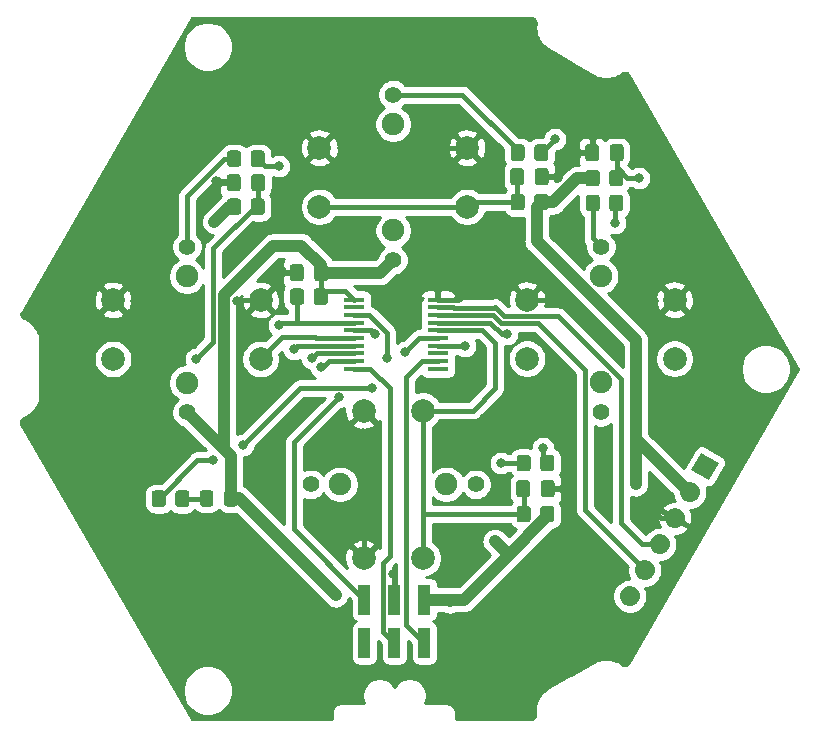
<source format=gtl>
G04 #@! TF.GenerationSoftware,KiCad,Pcbnew,(5.1.6)-1*
G04 #@! TF.CreationDate,2021-11-15T17:53:34+01:00*
G04 #@! TF.ProjectId,STEM,5354454d-2e6b-4696-9361-645f70636258,A*
G04 #@! TF.SameCoordinates,Original*
G04 #@! TF.FileFunction,Copper,L1,Top*
G04 #@! TF.FilePolarity,Positive*
%FSLAX46Y46*%
G04 Gerber Fmt 4.6, Leading zero omitted, Abs format (unit mm)*
G04 Created by KiCad (PCBNEW (5.1.6)-1) date 2021-11-15 17:53:34*
%MOMM*%
%LPD*%
G01*
G04 APERTURE LIST*
G04 #@! TA.AperFunction,SMDPad,CuDef*
%ADD10R,1.000000X2.500000*%
G04 #@! TD*
G04 #@! TA.AperFunction,WasherPad*
%ADD11C,1.900000*%
G04 #@! TD*
G04 #@! TA.AperFunction,ComponentPad*
%ADD12C,1.400000*%
G04 #@! TD*
G04 #@! TA.AperFunction,ComponentPad*
%ADD13C,2.000000*%
G04 #@! TD*
G04 #@! TA.AperFunction,ComponentPad*
%ADD14C,0.100000*%
G04 #@! TD*
G04 #@! TA.AperFunction,SMDPad,CuDef*
%ADD15R,1.800000X0.450000*%
G04 #@! TD*
G04 #@! TA.AperFunction,ViaPad*
%ADD16C,0.800000*%
G04 #@! TD*
G04 #@! TA.AperFunction,Conductor*
%ADD17C,0.400000*%
G04 #@! TD*
G04 #@! TA.AperFunction,Conductor*
%ADD18C,1.000000*%
G04 #@! TD*
G04 #@! TA.AperFunction,Conductor*
%ADD19C,0.254000*%
G04 #@! TD*
G04 APERTURE END LIST*
D10*
X120015000Y-138430000D03*
X120015000Y-134730000D03*
X122555000Y-138430000D03*
X122555000Y-134730000D03*
X125095000Y-138430000D03*
X125095000Y-134730000D03*
D11*
X126950000Y-124985000D03*
X117950000Y-124985000D03*
D12*
X115450000Y-124985000D03*
X129450000Y-124985000D03*
D13*
X119950000Y-131235000D03*
X124950000Y-131235000D03*
X119950000Y-118735000D03*
X124950000Y-118735000D03*
D11*
X140025000Y-116348000D03*
X140025000Y-107348000D03*
D12*
X140025000Y-104848000D03*
X140025000Y-118848000D03*
D13*
X133775000Y-109348000D03*
X133775000Y-114348000D03*
X146275000Y-109348000D03*
X146275000Y-114348000D03*
D11*
X104975000Y-116373000D03*
X104975000Y-107373000D03*
D12*
X104975000Y-104873000D03*
X104975000Y-118873000D03*
D13*
X98725000Y-109373000D03*
X98725000Y-114373000D03*
X111225000Y-109373000D03*
X111225000Y-114373000D03*
D11*
X122450000Y-103485000D03*
X122450000Y-94485000D03*
D12*
X122450000Y-91985000D03*
X122450000Y-105985000D03*
D13*
X116200000Y-96485000D03*
X116200000Y-101485000D03*
X128700000Y-96485000D03*
X128700000Y-101485000D03*
G04 #@! TA.AperFunction,SMDPad,CuDef*
G36*
G01*
X139935000Y-100708999D02*
X139935000Y-101609001D01*
G75*
G02*
X139685001Y-101859000I-249999J0D01*
G01*
X138984999Y-101859000D01*
G75*
G02*
X138735000Y-101609001I0J249999D01*
G01*
X138735000Y-100708999D01*
G75*
G02*
X138984999Y-100459000I249999J0D01*
G01*
X139685001Y-100459000D01*
G75*
G02*
X139935000Y-100708999I0J-249999D01*
G01*
G37*
G04 #@! TD.AperFunction*
G04 #@! TA.AperFunction,SMDPad,CuDef*
G36*
G01*
X141935000Y-100708999D02*
X141935000Y-101609001D01*
G75*
G02*
X141685001Y-101859000I-249999J0D01*
G01*
X140984999Y-101859000D01*
G75*
G02*
X140735000Y-101609001I0J249999D01*
G01*
X140735000Y-100708999D01*
G75*
G02*
X140984999Y-100459000I249999J0D01*
G01*
X141685001Y-100459000D01*
G75*
G02*
X141935000Y-100708999I0J-249999D01*
G01*
G37*
G04 #@! TD.AperFunction*
G04 #@! TA.AperFunction,SMDPad,CuDef*
G36*
G01*
X108382000Y-101923001D02*
X108382000Y-101022999D01*
G75*
G02*
X108631999Y-100773000I249999J0D01*
G01*
X109332001Y-100773000D01*
G75*
G02*
X109582000Y-101022999I0J-249999D01*
G01*
X109582000Y-101923001D01*
G75*
G02*
X109332001Y-102173000I-249999J0D01*
G01*
X108631999Y-102173000D01*
G75*
G02*
X108382000Y-101923001I0J249999D01*
G01*
G37*
G04 #@! TD.AperFunction*
G04 #@! TA.AperFunction,SMDPad,CuDef*
G36*
G01*
X110382000Y-101923001D02*
X110382000Y-101022999D01*
G75*
G02*
X110631999Y-100773000I249999J0D01*
G01*
X111332001Y-100773000D01*
G75*
G02*
X111582000Y-101022999I0J-249999D01*
G01*
X111582000Y-101923001D01*
G75*
G02*
X111332001Y-102173000I-249999J0D01*
G01*
X110631999Y-102173000D01*
G75*
G02*
X110382000Y-101923001I0J249999D01*
G01*
G37*
G04 #@! TD.AperFunction*
G04 #@! TA.AperFunction,SMDPad,CuDef*
G36*
G01*
X110432000Y-99916000D02*
X110432000Y-98966000D01*
G75*
G02*
X110682000Y-98716000I250000J0D01*
G01*
X111357000Y-98716000D01*
G75*
G02*
X111607000Y-98966000I0J-250000D01*
G01*
X111607000Y-99916000D01*
G75*
G02*
X111357000Y-100166000I-250000J0D01*
G01*
X110682000Y-100166000D01*
G75*
G02*
X110432000Y-99916000I0J250000D01*
G01*
G37*
G04 #@! TD.AperFunction*
G04 #@! TA.AperFunction,SMDPad,CuDef*
G36*
G01*
X108357000Y-99916000D02*
X108357000Y-98966000D01*
G75*
G02*
X108607000Y-98716000I250000J0D01*
G01*
X109282000Y-98716000D01*
G75*
G02*
X109532000Y-98966000I0J-250000D01*
G01*
X109532000Y-99916000D01*
G75*
G02*
X109282000Y-100166000I-250000J0D01*
G01*
X108607000Y-100166000D01*
G75*
G02*
X108357000Y-99916000I0J250000D01*
G01*
G37*
G04 #@! TD.AperFunction*
G04 #@! TA.AperFunction,SMDPad,CuDef*
G36*
G01*
X136093000Y-122739999D02*
X136093000Y-123640001D01*
G75*
G02*
X135843001Y-123890000I-249999J0D01*
G01*
X135142999Y-123890000D01*
G75*
G02*
X134893000Y-123640001I0J249999D01*
G01*
X134893000Y-122739999D01*
G75*
G02*
X135142999Y-122490000I249999J0D01*
G01*
X135843001Y-122490000D01*
G75*
G02*
X136093000Y-122739999I0J-249999D01*
G01*
G37*
G04 #@! TD.AperFunction*
G04 #@! TA.AperFunction,SMDPad,CuDef*
G36*
G01*
X134093000Y-122739999D02*
X134093000Y-123640001D01*
G75*
G02*
X133843001Y-123890000I-249999J0D01*
G01*
X133142999Y-123890000D01*
G75*
G02*
X132893000Y-123640001I0J249999D01*
G01*
X132893000Y-122739999D01*
G75*
G02*
X133142999Y-122490000I249999J0D01*
G01*
X133843001Y-122490000D01*
G75*
G02*
X134093000Y-122739999I0J-249999D01*
G01*
G37*
G04 #@! TD.AperFunction*
G04 #@! TA.AperFunction,ComponentPad*
G36*
G01*
X141757878Y-134022409D02*
X141757878Y-134022409D01*
G75*
G02*
X142919000Y-133711287I736122J-425000D01*
G01*
X142919000Y-133711287D01*
G75*
G02*
X143230122Y-134872409I-425000J-736122D01*
G01*
X143230122Y-134872409D01*
G75*
G02*
X142069000Y-135183531I-736122J425000D01*
G01*
X142069000Y-135183531D01*
G75*
G02*
X141757878Y-134022409I425000J736122D01*
G01*
G37*
G04 #@! TD.AperFunction*
G04 #@! TA.AperFunction,ComponentPad*
G36*
G01*
X143027878Y-131822704D02*
X143027878Y-131822704D01*
G75*
G02*
X144189000Y-131511582I736122J-425000D01*
G01*
X144189000Y-131511582D01*
G75*
G02*
X144500122Y-132672704I-425000J-736122D01*
G01*
X144500122Y-132672704D01*
G75*
G02*
X143339000Y-132983826I-736122J425000D01*
G01*
X143339000Y-132983826D01*
G75*
G02*
X143027878Y-131822704I425000J736122D01*
G01*
G37*
G04 #@! TD.AperFunction*
G04 #@! TA.AperFunction,ComponentPad*
G36*
G01*
X144297878Y-129623000D02*
X144297878Y-129623000D01*
G75*
G02*
X145459000Y-129311878I736122J-425000D01*
G01*
X145459000Y-129311878D01*
G75*
G02*
X145770122Y-130473000I-425000J-736122D01*
G01*
X145770122Y-130473000D01*
G75*
G02*
X144609000Y-130784122I-736122J425000D01*
G01*
X144609000Y-130784122D01*
G75*
G02*
X144297878Y-129623000I425000J736122D01*
G01*
G37*
G04 #@! TD.AperFunction*
G04 #@! TA.AperFunction,ComponentPad*
G36*
G01*
X145567878Y-127423295D02*
X145567878Y-127423295D01*
G75*
G02*
X146729000Y-127112173I736122J-425000D01*
G01*
X146729000Y-127112173D01*
G75*
G02*
X147040122Y-128273295I-425000J-736122D01*
G01*
X147040122Y-128273295D01*
G75*
G02*
X145879000Y-128584417I-736122J425000D01*
G01*
X145879000Y-128584417D01*
G75*
G02*
X145567878Y-127423295I425000J736122D01*
G01*
G37*
G04 #@! TD.AperFunction*
G04 #@! TA.AperFunction,ComponentPad*
G36*
G01*
X146837878Y-125223591D02*
X146837878Y-125223591D01*
G75*
G02*
X147999000Y-124912469I736122J-425000D01*
G01*
X147999000Y-124912469D01*
G75*
G02*
X148310122Y-126073591I-425000J-736122D01*
G01*
X148310122Y-126073591D01*
G75*
G02*
X147149000Y-126384713I-736122J425000D01*
G01*
X147149000Y-126384713D01*
G75*
G02*
X146837878Y-125223591I425000J736122D01*
G01*
G37*
G04 #@! TD.AperFunction*
G04 #@! TA.AperFunction,ComponentPad*
D14*
G36*
X147682878Y-123760008D02*
G01*
X148532878Y-122287764D01*
X150005122Y-123137764D01*
X149155122Y-124610008D01*
X147682878Y-123760008D01*
G37*
G04 #@! TD.AperFunction*
G04 #@! TA.AperFunction,SMDPad,CuDef*
G36*
G01*
X104000000Y-126648001D02*
X104000000Y-125747999D01*
G75*
G02*
X104249999Y-125498000I249999J0D01*
G01*
X104950001Y-125498000D01*
G75*
G02*
X105200000Y-125747999I0J-249999D01*
G01*
X105200000Y-126648001D01*
G75*
G02*
X104950001Y-126898000I-249999J0D01*
G01*
X104249999Y-126898000D01*
G75*
G02*
X104000000Y-126648001I0J249999D01*
G01*
G37*
G04 #@! TD.AperFunction*
G04 #@! TA.AperFunction,SMDPad,CuDef*
G36*
G01*
X102000000Y-126648001D02*
X102000000Y-125747999D01*
G75*
G02*
X102249999Y-125498000I249999J0D01*
G01*
X102950001Y-125498000D01*
G75*
G02*
X103200000Y-125747999I0J-249999D01*
G01*
X103200000Y-126648001D01*
G75*
G02*
X102950001Y-126898000I-249999J0D01*
G01*
X102249999Y-126898000D01*
G75*
G02*
X102000000Y-126648001I0J249999D01*
G01*
G37*
G04 #@! TD.AperFunction*
G04 #@! TA.AperFunction,SMDPad,CuDef*
G36*
G01*
X116941000Y-106586000D02*
X116941000Y-107536000D01*
G75*
G02*
X116691000Y-107786000I-250000J0D01*
G01*
X116016000Y-107786000D01*
G75*
G02*
X115766000Y-107536000I0J250000D01*
G01*
X115766000Y-106586000D01*
G75*
G02*
X116016000Y-106336000I250000J0D01*
G01*
X116691000Y-106336000D01*
G75*
G02*
X116941000Y-106586000I0J-250000D01*
G01*
G37*
G04 #@! TD.AperFunction*
G04 #@! TA.AperFunction,SMDPad,CuDef*
G36*
G01*
X114866000Y-106586000D02*
X114866000Y-107536000D01*
G75*
G02*
X114616000Y-107786000I-250000J0D01*
G01*
X113941000Y-107786000D01*
G75*
G02*
X113691000Y-107536000I0J250000D01*
G01*
X113691000Y-106586000D01*
G75*
G02*
X113941000Y-106336000I250000J0D01*
G01*
X114616000Y-106336000D01*
G75*
G02*
X114866000Y-106586000I0J-250000D01*
G01*
G37*
G04 #@! TD.AperFunction*
G04 #@! TA.AperFunction,SMDPad,CuDef*
G36*
G01*
X108130000Y-126618001D02*
X108130000Y-125717999D01*
G75*
G02*
X108379999Y-125468000I249999J0D01*
G01*
X109030001Y-125468000D01*
G75*
G02*
X109280000Y-125717999I0J-249999D01*
G01*
X109280000Y-126618001D01*
G75*
G02*
X109030001Y-126868000I-249999J0D01*
G01*
X108379999Y-126868000D01*
G75*
G02*
X108130000Y-126618001I0J249999D01*
G01*
G37*
G04 #@! TD.AperFunction*
G04 #@! TA.AperFunction,SMDPad,CuDef*
G36*
G01*
X106080000Y-126618001D02*
X106080000Y-125717999D01*
G75*
G02*
X106329999Y-125468000I249999J0D01*
G01*
X106980001Y-125468000D01*
G75*
G02*
X107230000Y-125717999I0J-249999D01*
G01*
X107230000Y-126618001D01*
G75*
G02*
X106980001Y-126868000I-249999J0D01*
G01*
X106329999Y-126868000D01*
G75*
G02*
X106080000Y-126618001I0J249999D01*
G01*
G37*
G04 #@! TD.AperFunction*
G04 #@! TA.AperFunction,SMDPad,CuDef*
G36*
G01*
X134093000Y-127057999D02*
X134093000Y-127958001D01*
G75*
G02*
X133843001Y-128208000I-249999J0D01*
G01*
X133142999Y-128208000D01*
G75*
G02*
X132893000Y-127958001I0J249999D01*
G01*
X132893000Y-127057999D01*
G75*
G02*
X133142999Y-126808000I249999J0D01*
G01*
X133843001Y-126808000D01*
G75*
G02*
X134093000Y-127057999I0J-249999D01*
G01*
G37*
G04 #@! TD.AperFunction*
G04 #@! TA.AperFunction,SMDPad,CuDef*
G36*
G01*
X136093000Y-127057999D02*
X136093000Y-127958001D01*
G75*
G02*
X135843001Y-128208000I-249999J0D01*
G01*
X135142999Y-128208000D01*
G75*
G02*
X134893000Y-127958001I0J249999D01*
G01*
X134893000Y-127057999D01*
G75*
G02*
X135142999Y-126808000I249999J0D01*
G01*
X135843001Y-126808000D01*
G75*
G02*
X136093000Y-127057999I0J-249999D01*
G01*
G37*
G04 #@! TD.AperFunction*
G04 #@! TA.AperFunction,SMDPad,CuDef*
G36*
G01*
X133585000Y-96450999D02*
X133585000Y-97351001D01*
G75*
G02*
X133335001Y-97601000I-249999J0D01*
G01*
X132634999Y-97601000D01*
G75*
G02*
X132385000Y-97351001I0J249999D01*
G01*
X132385000Y-96450999D01*
G75*
G02*
X132634999Y-96201000I249999J0D01*
G01*
X133335001Y-96201000D01*
G75*
G02*
X133585000Y-96450999I0J-249999D01*
G01*
G37*
G04 #@! TD.AperFunction*
G04 #@! TA.AperFunction,SMDPad,CuDef*
G36*
G01*
X135585000Y-96450999D02*
X135585000Y-97351001D01*
G75*
G02*
X135335001Y-97601000I-249999J0D01*
G01*
X134634999Y-97601000D01*
G75*
G02*
X134385000Y-97351001I0J249999D01*
G01*
X134385000Y-96450999D01*
G75*
G02*
X134634999Y-96201000I249999J0D01*
G01*
X135335001Y-96201000D01*
G75*
G02*
X135585000Y-96450999I0J-249999D01*
G01*
G37*
G04 #@! TD.AperFunction*
D15*
X119132000Y-109343000D03*
X119132000Y-109993000D03*
X119132000Y-110643000D03*
X119132000Y-111293000D03*
X119132000Y-111943000D03*
X119132000Y-112593000D03*
X119132000Y-113243000D03*
X119132000Y-113893000D03*
X119132000Y-114543000D03*
X119132000Y-115193000D03*
X126232000Y-115193000D03*
X126232000Y-114543000D03*
X126232000Y-113893000D03*
X126232000Y-113243000D03*
X126232000Y-112593000D03*
X126232000Y-111943000D03*
X126232000Y-111293000D03*
X126232000Y-110643000D03*
X126232000Y-109993000D03*
X126232000Y-109343000D03*
G04 #@! TA.AperFunction,SMDPad,CuDef*
G36*
G01*
X116916000Y-108642999D02*
X116916000Y-109543001D01*
G75*
G02*
X116666001Y-109793000I-249999J0D01*
G01*
X115965999Y-109793000D01*
G75*
G02*
X115716000Y-109543001I0J249999D01*
G01*
X115716000Y-108642999D01*
G75*
G02*
X115965999Y-108393000I249999J0D01*
G01*
X116666001Y-108393000D01*
G75*
G02*
X116916000Y-108642999I0J-249999D01*
G01*
G37*
G04 #@! TD.AperFunction*
G04 #@! TA.AperFunction,SMDPad,CuDef*
G36*
G01*
X114916000Y-108642999D02*
X114916000Y-109543001D01*
G75*
G02*
X114666001Y-109793000I-249999J0D01*
G01*
X113965999Y-109793000D01*
G75*
G02*
X113716000Y-109543001I0J249999D01*
G01*
X113716000Y-108642999D01*
G75*
G02*
X113965999Y-108393000I249999J0D01*
G01*
X114666001Y-108393000D01*
G75*
G02*
X114916000Y-108642999I0J-249999D01*
G01*
G37*
G04 #@! TD.AperFunction*
G04 #@! TA.AperFunction,SMDPad,CuDef*
G36*
G01*
X138735000Y-99510001D02*
X138735000Y-98609999D01*
G75*
G02*
X138984999Y-98360000I249999J0D01*
G01*
X139685001Y-98360000D01*
G75*
G02*
X139935000Y-98609999I0J-249999D01*
G01*
X139935000Y-99510001D01*
G75*
G02*
X139685001Y-99760000I-249999J0D01*
G01*
X138984999Y-99760000D01*
G75*
G02*
X138735000Y-99510001I0J249999D01*
G01*
G37*
G04 #@! TD.AperFunction*
G04 #@! TA.AperFunction,SMDPad,CuDef*
G36*
G01*
X140735000Y-99510001D02*
X140735000Y-98609999D01*
G75*
G02*
X140984999Y-98360000I249999J0D01*
G01*
X141685001Y-98360000D01*
G75*
G02*
X141935000Y-98609999I0J-249999D01*
G01*
X141935000Y-99510001D01*
G75*
G02*
X141685001Y-99760000I-249999J0D01*
G01*
X140984999Y-99760000D01*
G75*
G02*
X140735000Y-99510001I0J249999D01*
G01*
G37*
G04 #@! TD.AperFunction*
G04 #@! TA.AperFunction,SMDPad,CuDef*
G36*
G01*
X136118000Y-124874000D02*
X136118000Y-125824000D01*
G75*
G02*
X135868000Y-126074000I-250000J0D01*
G01*
X135193000Y-126074000D01*
G75*
G02*
X134943000Y-125824000I0J250000D01*
G01*
X134943000Y-124874000D01*
G75*
G02*
X135193000Y-124624000I250000J0D01*
G01*
X135868000Y-124624000D01*
G75*
G02*
X136118000Y-124874000I0J-250000D01*
G01*
G37*
G04 #@! TD.AperFunction*
G04 #@! TA.AperFunction,SMDPad,CuDef*
G36*
G01*
X134043000Y-124874000D02*
X134043000Y-125824000D01*
G75*
G02*
X133793000Y-126074000I-250000J0D01*
G01*
X133118000Y-126074000D01*
G75*
G02*
X132868000Y-125824000I0J250000D01*
G01*
X132868000Y-124874000D01*
G75*
G02*
X133118000Y-124624000I250000J0D01*
G01*
X133793000Y-124624000D01*
G75*
G02*
X134043000Y-124874000I0J-250000D01*
G01*
G37*
G04 #@! TD.AperFunction*
G04 #@! TA.AperFunction,SMDPad,CuDef*
G36*
G01*
X135585000Y-100641999D02*
X135585000Y-101542001D01*
G75*
G02*
X135335001Y-101792000I-249999J0D01*
G01*
X134634999Y-101792000D01*
G75*
G02*
X134385000Y-101542001I0J249999D01*
G01*
X134385000Y-100641999D01*
G75*
G02*
X134634999Y-100392000I249999J0D01*
G01*
X135335001Y-100392000D01*
G75*
G02*
X135585000Y-100641999I0J-249999D01*
G01*
G37*
G04 #@! TD.AperFunction*
G04 #@! TA.AperFunction,SMDPad,CuDef*
G36*
G01*
X133585000Y-100641999D02*
X133585000Y-101542001D01*
G75*
G02*
X133335001Y-101792000I-249999J0D01*
G01*
X132634999Y-101792000D01*
G75*
G02*
X132385000Y-101542001I0J249999D01*
G01*
X132385000Y-100641999D01*
G75*
G02*
X132634999Y-100392000I249999J0D01*
G01*
X133335001Y-100392000D01*
G75*
G02*
X133585000Y-100641999I0J-249999D01*
G01*
G37*
G04 #@! TD.AperFunction*
G04 #@! TA.AperFunction,SMDPad,CuDef*
G36*
G01*
X109582000Y-96958999D02*
X109582000Y-97859001D01*
G75*
G02*
X109332001Y-98109000I-249999J0D01*
G01*
X108631999Y-98109000D01*
G75*
G02*
X108382000Y-97859001I0J249999D01*
G01*
X108382000Y-96958999D01*
G75*
G02*
X108631999Y-96709000I249999J0D01*
G01*
X109332001Y-96709000D01*
G75*
G02*
X109582000Y-96958999I0J-249999D01*
G01*
G37*
G04 #@! TD.AperFunction*
G04 #@! TA.AperFunction,SMDPad,CuDef*
G36*
G01*
X111582000Y-96958999D02*
X111582000Y-97859001D01*
G75*
G02*
X111332001Y-98109000I-249999J0D01*
G01*
X110631999Y-98109000D01*
G75*
G02*
X110382000Y-97859001I0J249999D01*
G01*
X110382000Y-96958999D01*
G75*
G02*
X110631999Y-96709000I249999J0D01*
G01*
X111332001Y-96709000D01*
G75*
G02*
X111582000Y-96958999I0J-249999D01*
G01*
G37*
G04 #@! TD.AperFunction*
G04 #@! TA.AperFunction,SMDPad,CuDef*
G36*
G01*
X135610000Y-98458000D02*
X135610000Y-99408000D01*
G75*
G02*
X135360000Y-99658000I-250000J0D01*
G01*
X134685000Y-99658000D01*
G75*
G02*
X134435000Y-99408000I0J250000D01*
G01*
X134435000Y-98458000D01*
G75*
G02*
X134685000Y-98208000I250000J0D01*
G01*
X135360000Y-98208000D01*
G75*
G02*
X135610000Y-98458000I0J-250000D01*
G01*
G37*
G04 #@! TD.AperFunction*
G04 #@! TA.AperFunction,SMDPad,CuDef*
G36*
G01*
X133535000Y-98458000D02*
X133535000Y-99408000D01*
G75*
G02*
X133285000Y-99658000I-250000J0D01*
G01*
X132610000Y-99658000D01*
G75*
G02*
X132360000Y-99408000I0J250000D01*
G01*
X132360000Y-98458000D01*
G75*
G02*
X132610000Y-98208000I250000J0D01*
G01*
X133285000Y-98208000D01*
G75*
G02*
X133535000Y-98458000I0J-250000D01*
G01*
G37*
G04 #@! TD.AperFunction*
G04 #@! TA.AperFunction,SMDPad,CuDef*
G36*
G01*
X140785000Y-97376000D02*
X140785000Y-96426000D01*
G75*
G02*
X141035000Y-96176000I250000J0D01*
G01*
X141710000Y-96176000D01*
G75*
G02*
X141960000Y-96426000I0J-250000D01*
G01*
X141960000Y-97376000D01*
G75*
G02*
X141710000Y-97626000I-250000J0D01*
G01*
X141035000Y-97626000D01*
G75*
G02*
X140785000Y-97376000I0J250000D01*
G01*
G37*
G04 #@! TD.AperFunction*
G04 #@! TA.AperFunction,SMDPad,CuDef*
G36*
G01*
X138710000Y-97376000D02*
X138710000Y-96426000D01*
G75*
G02*
X138960000Y-96176000I250000J0D01*
G01*
X139635000Y-96176000D01*
G75*
G02*
X139885000Y-96426000I0J-250000D01*
G01*
X139885000Y-97376000D01*
G75*
G02*
X139635000Y-97626000I-250000J0D01*
G01*
X138960000Y-97626000D01*
G75*
G02*
X138710000Y-97376000I0J250000D01*
G01*
G37*
G04 #@! TD.AperFunction*
D16*
X131064000Y-129794000D03*
X128463000Y-134730000D03*
X127254000Y-134874000D03*
X117602000Y-134366000D03*
X116840000Y-133604000D03*
X143002000Y-121158000D03*
X143002000Y-124968000D03*
X134620000Y-102870000D03*
X111707999Y-105357999D03*
X107315000Y-102743000D03*
X109220000Y-109474000D03*
X119888000Y-120650000D03*
X135636000Y-109474000D03*
X144526000Y-109474000D03*
X118110000Y-96520000D03*
X107442000Y-99314000D03*
X100584000Y-109474000D03*
X119888000Y-129032000D03*
X122428000Y-132588000D03*
X137160000Y-125222000D03*
X136398000Y-99060000D03*
X137922000Y-97282000D03*
X113030000Y-106934000D03*
X128016000Y-109220000D03*
X144272000Y-127000000D03*
X126746000Y-96520000D03*
X136398000Y-139446000D03*
X130810000Y-143510000D03*
X141732000Y-137668000D03*
X112522000Y-143764000D03*
X110490000Y-139192000D03*
X104140000Y-138176000D03*
X99568000Y-131064000D03*
X94234000Y-121920000D03*
X95250000Y-115316000D03*
X93218000Y-109220000D03*
X98044000Y-102870000D03*
X101600000Y-96774000D03*
X104648000Y-91186000D03*
X111760000Y-87376000D03*
X120650000Y-87122000D03*
X130810000Y-87122000D03*
X136144000Y-90678000D03*
X142240000Y-93218000D03*
X145796000Y-98806000D03*
X148844000Y-104648000D03*
X152654000Y-111252000D03*
X152400000Y-119126000D03*
X112268000Y-124206000D03*
X129032000Y-131572000D03*
X130810000Y-120142000D03*
X135890000Y-118110000D03*
X145542000Y-118618000D03*
X126238000Y-103378000D03*
X121666000Y-97790000D03*
X110744000Y-117602000D03*
X108712000Y-131826000D03*
X134366000Y-132588000D03*
X104902000Y-121666000D03*
X122936000Y-110236000D03*
X138049000Y-105410000D03*
X140081000Y-125095000D03*
X139954000Y-121666000D03*
X127889000Y-117348000D03*
X112776000Y-111506000D03*
X107188000Y-122936000D03*
X109728000Y-121666000D03*
X120650000Y-116840000D03*
X123444000Y-113792000D03*
X121920000Y-114300000D03*
X117856000Y-117602000D03*
X120904000Y-112268000D03*
X135128000Y-121920000D03*
X105737000Y-114373000D03*
X114046000Y-113538000D03*
X112776000Y-98044000D03*
X115570000Y-114300000D03*
X116332000Y-115062000D03*
X136144000Y-95758000D03*
X128524000Y-113284000D03*
X143256000Y-99060000D03*
X132080000Y-112268000D03*
X141224000Y-102870000D03*
X131572000Y-123190000D03*
D17*
X118374000Y-108585000D02*
X119132000Y-109343000D01*
X116353500Y-108585000D02*
X118374000Y-108585000D01*
D18*
X131977500Y-130707500D02*
X131064000Y-129794000D01*
X131977500Y-131215500D02*
X131977500Y-130707500D01*
X131977500Y-131215500D02*
X135493000Y-127700000D01*
X128463000Y-134730000D02*
X131977500Y-131215500D01*
X127364000Y-134764000D02*
X127254000Y-134874000D01*
X127364000Y-134730000D02*
X127364000Y-134764000D01*
X127364000Y-134730000D02*
X128463000Y-134730000D01*
X125095000Y-134730000D02*
X127364000Y-134730000D01*
X109404000Y-126168000D02*
X108705000Y-126168000D01*
X116840000Y-133604000D02*
X109404000Y-126168000D01*
X116840000Y-133604000D02*
X117602000Y-134366000D01*
X108705000Y-122603000D02*
X108705000Y-126168000D01*
X104975000Y-118873000D02*
X108705000Y-122603000D01*
X116353500Y-106444694D02*
X116353500Y-107061000D01*
X114672797Y-104763991D02*
X116353500Y-106444694D01*
X112302007Y-104763991D02*
X114672797Y-104763991D01*
X108119999Y-122017999D02*
X108119999Y-108945999D01*
X108705000Y-122603000D02*
X108119999Y-122017999D01*
X121374000Y-107061000D02*
X122450000Y-105985000D01*
X116353500Y-107061000D02*
X121374000Y-107061000D01*
X147574000Y-125648591D02*
X147492591Y-125648591D01*
X147492591Y-125648591D02*
X143002000Y-121158000D01*
X143002000Y-121158000D02*
X143002000Y-124968000D01*
X134620000Y-101457000D02*
X134985000Y-101092000D01*
X134620000Y-102870000D02*
X134620000Y-101457000D01*
X143002000Y-112767002D02*
X143002000Y-121158000D01*
X134620000Y-104385002D02*
X143002000Y-112767002D01*
X134620000Y-102870000D02*
X134620000Y-104385002D01*
X108119999Y-108945999D02*
X111707999Y-105357999D01*
X111707999Y-105357999D02*
X112302007Y-104763991D01*
D17*
X135493000Y-127508000D02*
X135493000Y-127700000D01*
D18*
X108982000Y-101473000D02*
X108585000Y-101473000D01*
X108585000Y-101473000D02*
X107315000Y-102743000D01*
X135994002Y-101092000D02*
X134985000Y-101092000D01*
X139335000Y-99060000D02*
X138026002Y-99060000D01*
X138026002Y-99060000D02*
X135994002Y-101092000D01*
D17*
X116316000Y-107098500D02*
X116353500Y-107061000D01*
X116316000Y-109093000D02*
X116316000Y-107098500D01*
X111225000Y-109373000D02*
X109321000Y-109373000D01*
X109321000Y-109373000D02*
X109220000Y-109474000D01*
X133775000Y-109348000D02*
X135510000Y-109348000D01*
X135510000Y-109348000D02*
X135636000Y-109474000D01*
X108944500Y-99314000D02*
X107442000Y-99314000D01*
X119950000Y-131235000D02*
X119950000Y-129094000D01*
X119950000Y-129094000D02*
X119888000Y-129032000D01*
X122555000Y-134730000D02*
X122555000Y-132715000D01*
X122555000Y-132715000D02*
X122428000Y-132588000D01*
X137033000Y-125095000D02*
X137160000Y-125222000D01*
X136271000Y-99187000D02*
X136398000Y-99060000D01*
X114278500Y-107061000D02*
X113157000Y-107061000D01*
X113157000Y-107061000D02*
X113030000Y-106934000D01*
X126232000Y-109343000D02*
X127893000Y-109343000D01*
X127893000Y-109343000D02*
X128016000Y-109220000D01*
X146304000Y-127848295D02*
X145120295Y-127848295D01*
X145120295Y-127848295D02*
X144272000Y-127000000D01*
X126781000Y-96485000D02*
X126746000Y-96520000D01*
X128700000Y-96485000D02*
X126781000Y-96485000D01*
X137033000Y-125349000D02*
X137160000Y-125222000D01*
X135530500Y-125349000D02*
X137033000Y-125349000D01*
X107569000Y-99441000D02*
X107442000Y-99314000D01*
X108944500Y-99441000D02*
X107569000Y-99441000D01*
X138303000Y-96901000D02*
X137922000Y-97282000D01*
X139297500Y-96901000D02*
X138303000Y-96901000D01*
X136271000Y-98933000D02*
X136398000Y-99060000D01*
X135022500Y-98933000D02*
X136271000Y-98933000D01*
X116643000Y-111293000D02*
X119132000Y-111293000D01*
X112989000Y-111293000D02*
X112776000Y-111506000D01*
X114316000Y-109093000D02*
X114316000Y-111268000D01*
X114316000Y-111268000D02*
X114341000Y-111293000D01*
X116643000Y-111293000D02*
X114341000Y-111293000D01*
X114341000Y-111293000D02*
X112989000Y-111293000D01*
X102600000Y-126198000D02*
X105862000Y-122936000D01*
X105862000Y-122936000D02*
X107188000Y-122936000D01*
X120611999Y-116801999D02*
X120650000Y-116840000D01*
X109728000Y-121666000D02*
X114592001Y-116801999D01*
X114592001Y-116801999D02*
X120611999Y-116801999D01*
X124643000Y-112593000D02*
X126232000Y-112593000D01*
X123444000Y-113792000D02*
X124643000Y-112593000D01*
X138674999Y-127158703D02*
X143764000Y-132247704D01*
X130876458Y-110643000D02*
X131581469Y-111348011D01*
X126232000Y-110643000D02*
X130876458Y-110643000D01*
X131581469Y-111348011D02*
X134716011Y-111348011D01*
X134716011Y-111348011D02*
X138674999Y-115306999D01*
X138674999Y-115306999D02*
X138674999Y-127158703D01*
X127559001Y-110020001D02*
X127532000Y-109993000D01*
X127532000Y-109993000D02*
X126232000Y-109993000D01*
X131064000Y-109982000D02*
X131025999Y-110020001D01*
X131830001Y-110748001D02*
X131064000Y-109982000D01*
X143510000Y-130048000D02*
X141732000Y-128270000D01*
X136423003Y-110748001D02*
X131830001Y-110748001D01*
X145034000Y-130048000D02*
X143510000Y-130048000D01*
X141732000Y-128270000D02*
X141732000Y-116056998D01*
X131025999Y-110020001D02*
X127559001Y-110020001D01*
X141732000Y-116056998D02*
X136423003Y-110748001D01*
X139335000Y-104158000D02*
X140025000Y-104848000D01*
X139335000Y-101159000D02*
X139335000Y-104158000D01*
X121920000Y-112131000D02*
X121920000Y-114300000D01*
X119132000Y-110643000D02*
X120432000Y-110643000D01*
X120432000Y-110643000D02*
X121920000Y-112131000D01*
X114046000Y-128761000D02*
X120015000Y-134730000D01*
X117856000Y-117602000D02*
X114046000Y-121412000D01*
X114046000Y-121412000D02*
X114046000Y-128761000D01*
X121627999Y-137502999D02*
X122555000Y-138430000D01*
X119132000Y-115193000D02*
X120527000Y-115193000D01*
X120527000Y-115193000D02*
X122174000Y-116840000D01*
X122174000Y-131083002D02*
X121627999Y-131629003D01*
X122174000Y-116840000D02*
X122174000Y-131083002D01*
X121627999Y-131629003D02*
X121627999Y-137502999D01*
X123549999Y-115925001D02*
X123549999Y-136884999D01*
X124932000Y-114543000D02*
X123549999Y-115925001D01*
X123549999Y-136884999D02*
X125095000Y-138430000D01*
X126232000Y-114543000D02*
X124932000Y-114543000D01*
X119132000Y-111943000D02*
X120579000Y-111943000D01*
X120579000Y-111943000D02*
X120904000Y-112268000D01*
X135128000Y-122825000D02*
X135493000Y-123190000D01*
X135128000Y-121920000D02*
X135128000Y-122825000D01*
X111019500Y-99314000D02*
X111019500Y-101181500D01*
X113076000Y-112522000D02*
X112737990Y-112860010D01*
X115824000Y-112522000D02*
X113076000Y-112522000D01*
X119132000Y-112593000D02*
X115895000Y-112593000D01*
X112737990Y-112860010D02*
X111225000Y-114373000D01*
X115895000Y-112593000D02*
X115824000Y-112522000D01*
X107219989Y-112890011D02*
X105737000Y-114373000D01*
X107219989Y-104981011D02*
X107219989Y-112890011D01*
X110982000Y-101219000D02*
X107219989Y-104981011D01*
X110982000Y-101219000D02*
X111019500Y-101181500D01*
X110982000Y-101473000D02*
X110982000Y-101219000D01*
X119132000Y-113243000D02*
X114341000Y-113243000D01*
X114341000Y-113243000D02*
X114046000Y-113538000D01*
X111617000Y-98044000D02*
X110982000Y-97409000D01*
X112776000Y-98044000D02*
X111617000Y-98044000D01*
X129093000Y-101092000D02*
X128700000Y-101485000D01*
X132985000Y-101092000D02*
X129093000Y-101092000D01*
X128700000Y-101485000D02*
X116200000Y-101485000D01*
X119132000Y-113893000D02*
X115977000Y-113893000D01*
X115977000Y-113893000D02*
X115570000Y-114300000D01*
X132947500Y-101054500D02*
X132985000Y-101092000D01*
X132947500Y-98933000D02*
X132947500Y-101054500D01*
X116500002Y-115062000D02*
X116332000Y-115062000D01*
X119132000Y-114543000D02*
X117019002Y-114543000D01*
X117019002Y-114543000D02*
X116500002Y-115062000D01*
X135001000Y-96901000D02*
X136144000Y-95758000D01*
X134985000Y-96901000D02*
X135001000Y-96901000D01*
X141372500Y-99276500D02*
X141335000Y-99314000D01*
X141372500Y-97282000D02*
X141372500Y-98149500D01*
X126232000Y-113243000D02*
X128483000Y-113243000D01*
X128483000Y-113243000D02*
X128524000Y-113284000D01*
X142283000Y-99060000D02*
X141372500Y-98149500D01*
X143256000Y-99060000D02*
X142283000Y-99060000D01*
X141372500Y-96901000D02*
X141372500Y-97282000D01*
X141335000Y-98865000D02*
X141372500Y-98827500D01*
X141335000Y-99060000D02*
X141335000Y-98865000D01*
X141372500Y-98149500D02*
X141372500Y-98827500D01*
X141372500Y-98827500D02*
X141372500Y-99276500D01*
X124968000Y-127000000D02*
X124950000Y-127018000D01*
X124950000Y-118735000D02*
X124950000Y-127018000D01*
X124950000Y-118735000D02*
X129169000Y-118735000D01*
X129169000Y-118735000D02*
X131064000Y-116840000D01*
X131064000Y-116840000D02*
X131064000Y-113030000D01*
X129977000Y-111943000D02*
X126232000Y-111943000D01*
X131064000Y-113030000D02*
X129977000Y-111943000D01*
X133493000Y-125386500D02*
X133455500Y-125349000D01*
X133493000Y-127508000D02*
X133493000Y-125386500D01*
X133493000Y-127508000D02*
X125059000Y-127508000D01*
X125059000Y-127508000D02*
X124950000Y-127617000D01*
X124950000Y-127018000D02*
X124950000Y-127617000D01*
X124950000Y-127617000D02*
X124950000Y-131235000D01*
X131652916Y-112268000D02*
X132080000Y-112268000D01*
X126232000Y-111293000D02*
X130677916Y-111293000D01*
X130677916Y-111293000D02*
X131652916Y-112268000D01*
X141224000Y-101270000D02*
X141335000Y-101159000D01*
X141224000Y-102870000D02*
X141224000Y-101270000D01*
X128307000Y-91985000D02*
X122450000Y-91985000D01*
X132985000Y-96663000D02*
X128307000Y-91985000D01*
X132985000Y-96901000D02*
X132985000Y-96663000D01*
X106625000Y-126198000D02*
X106655000Y-126168000D01*
X104600000Y-126198000D02*
X106625000Y-126198000D01*
X133493000Y-123190000D02*
X131572000Y-123190000D01*
X104975000Y-100596998D02*
X104975000Y-104873000D01*
X108162998Y-97409000D02*
X104975000Y-100596998D01*
X108982000Y-97409000D02*
X108162998Y-97409000D01*
D19*
G36*
X134306055Y-85554039D02*
G01*
X134364767Y-85583697D01*
X134416599Y-85624192D01*
X134459582Y-85673989D01*
X134492072Y-85731181D01*
X134512835Y-85793598D01*
X134521079Y-85858858D01*
X134513950Y-85960817D01*
X134505857Y-86014422D01*
X134504001Y-86050006D01*
X134499039Y-86085313D01*
X134498718Y-86094523D01*
X134490630Y-86384124D01*
X134494803Y-86443798D01*
X134498142Y-86503521D01*
X134499616Y-86512618D01*
X134547932Y-86798275D01*
X134563610Y-86855978D01*
X134578493Y-86913944D01*
X134581705Y-86922581D01*
X134684586Y-87193412D01*
X134711188Y-87247001D01*
X134737031Y-87300939D01*
X134741860Y-87308788D01*
X134895385Y-87554479D01*
X134931891Y-87601882D01*
X134967717Y-87649772D01*
X134973978Y-87656533D01*
X135172302Y-87867725D01*
X135217316Y-87907132D01*
X135261767Y-87947155D01*
X135269222Y-87952571D01*
X135502487Y-88119570D01*
X135527027Y-88137417D01*
X137443114Y-89261639D01*
X137444992Y-89262985D01*
X137471008Y-89278005D01*
X137497033Y-89293275D01*
X137499140Y-89294248D01*
X139432375Y-90410405D01*
X139437093Y-90412543D01*
X139454361Y-90422155D01*
X139484469Y-90435248D01*
X139513192Y-90451173D01*
X139521675Y-90454774D01*
X139792081Y-90567364D01*
X139849264Y-90584852D01*
X139906237Y-90603151D01*
X139915258Y-90605036D01*
X140202383Y-90662960D01*
X140261867Y-90669008D01*
X140321318Y-90675893D01*
X140330533Y-90675990D01*
X140623441Y-90677041D01*
X140683007Y-90671416D01*
X140742619Y-90666626D01*
X140751677Y-90664932D01*
X141039213Y-90609071D01*
X141096527Y-90591991D01*
X141154103Y-90575705D01*
X141162659Y-90572283D01*
X141433867Y-90461636D01*
X141486764Y-90433753D01*
X141540088Y-90406590D01*
X141547812Y-90401574D01*
X141547815Y-90401572D01*
X141547817Y-90401570D01*
X141792367Y-90240354D01*
X141801568Y-90232905D01*
X141908991Y-90159351D01*
X141969448Y-90133439D01*
X142033791Y-90119763D01*
X142099565Y-90118844D01*
X142164259Y-90130718D01*
X142225416Y-90154932D01*
X142280708Y-90190565D01*
X142347708Y-90255267D01*
X156743297Y-115188998D01*
X142317850Y-140174449D01*
X142264361Y-140226830D01*
X142209317Y-140262849D01*
X142148331Y-140287489D01*
X142083721Y-140299814D01*
X142017943Y-140299355D01*
X141953508Y-140286128D01*
X141892870Y-140260638D01*
X141808137Y-140203485D01*
X141765764Y-140169676D01*
X141735860Y-140150267D01*
X141707775Y-140128324D01*
X141699960Y-140123441D01*
X141453202Y-139971635D01*
X141399478Y-139945432D01*
X141346043Y-139918440D01*
X141337428Y-139915168D01*
X141065883Y-139814182D01*
X141008027Y-139798896D01*
X140950435Y-139782816D01*
X140941349Y-139781279D01*
X140655361Y-139734959D01*
X140595675Y-139731204D01*
X140536016Y-139726613D01*
X140526805Y-139726871D01*
X140237267Y-139736982D01*
X140177972Y-139744894D01*
X140118576Y-139751976D01*
X140109589Y-139754018D01*
X139827528Y-139820175D01*
X139770884Y-139839458D01*
X139714008Y-139857938D01*
X139705590Y-139861686D01*
X139444205Y-139980256D01*
X139416597Y-139992533D01*
X137484965Y-141089795D01*
X137482849Y-141090754D01*
X137456694Y-141105855D01*
X137430597Y-141120679D01*
X137428711Y-141122011D01*
X135495465Y-142238172D01*
X135491261Y-142241185D01*
X135474299Y-142251335D01*
X135447905Y-142270864D01*
X135419753Y-142287775D01*
X135412393Y-142293321D01*
X135179682Y-142471205D01*
X135135910Y-142512015D01*
X135091612Y-142552174D01*
X135085469Y-142559043D01*
X134891742Y-142778739D01*
X134856749Y-142827248D01*
X134821075Y-142875273D01*
X134816383Y-142883205D01*
X134669018Y-143136346D01*
X134644105Y-143190748D01*
X134618447Y-143244768D01*
X134615385Y-143253460D01*
X134519996Y-143530403D01*
X134506128Y-143588592D01*
X134491448Y-143646578D01*
X134490134Y-143655699D01*
X134450352Y-143945895D01*
X134448051Y-144005643D01*
X134444912Y-144065409D01*
X134445394Y-144074612D01*
X134462737Y-144367009D01*
X134464582Y-144378668D01*
X134474573Y-144508511D01*
X134466786Y-144573822D01*
X134446458Y-144636382D01*
X134414368Y-144693801D01*
X134371735Y-144743895D01*
X134320186Y-144784752D01*
X134261685Y-144814818D01*
X134174901Y-144839702D01*
X127731440Y-144839698D01*
X127731441Y-144218702D01*
X127734634Y-144186282D01*
X127721891Y-144056899D01*
X127684151Y-143932489D01*
X127622866Y-143817832D01*
X127540389Y-143717334D01*
X127439891Y-143634857D01*
X127325234Y-143573572D01*
X127200824Y-143535832D01*
X127103860Y-143526282D01*
X127103850Y-143526282D01*
X127071441Y-143523090D01*
X127039029Y-143526282D01*
X125153830Y-143526282D01*
X125243317Y-143310242D01*
X125300000Y-143025275D01*
X125300000Y-142734725D01*
X125243317Y-142449758D01*
X125132128Y-142181325D01*
X124970707Y-141939742D01*
X124765258Y-141734293D01*
X124523675Y-141572872D01*
X124255242Y-141461683D01*
X123970275Y-141405000D01*
X123679725Y-141405000D01*
X123394758Y-141461683D01*
X123126325Y-141572872D01*
X122884742Y-141734293D01*
X122679293Y-141939742D01*
X122555000Y-142125759D01*
X122430707Y-141939742D01*
X122225258Y-141734293D01*
X121983675Y-141572872D01*
X121715242Y-141461683D01*
X121430275Y-141405000D01*
X121139725Y-141405000D01*
X120854758Y-141461683D01*
X120586325Y-141572872D01*
X120344742Y-141734293D01*
X120139293Y-141939742D01*
X119977872Y-142181325D01*
X119866683Y-142449758D01*
X119810000Y-142734725D01*
X119810000Y-143025275D01*
X119866683Y-143310242D01*
X119956170Y-143526282D01*
X117959859Y-143526282D01*
X117927440Y-143523089D01*
X117895021Y-143526282D01*
X117798057Y-143535832D01*
X117673647Y-143573572D01*
X117558990Y-143634857D01*
X117458492Y-143717334D01*
X117376015Y-143817832D01*
X117314730Y-143932489D01*
X117276990Y-144056899D01*
X117264247Y-144186282D01*
X117267441Y-144218711D01*
X117267440Y-144839700D01*
X105386450Y-144839700D01*
X103881417Y-142232921D01*
X104621200Y-142232921D01*
X104621200Y-142653479D01*
X104703247Y-143065956D01*
X104864188Y-143454502D01*
X105097837Y-143804183D01*
X105395217Y-144101563D01*
X105744898Y-144335212D01*
X106133444Y-144496153D01*
X106545921Y-144578200D01*
X106966479Y-144578200D01*
X107378956Y-144496153D01*
X107767502Y-144335212D01*
X108117183Y-144101563D01*
X108414563Y-143804183D01*
X108648212Y-143454502D01*
X108809153Y-143065956D01*
X108891200Y-142653479D01*
X108891200Y-142232921D01*
X108809153Y-141820444D01*
X108648212Y-141431898D01*
X108414563Y-141082217D01*
X108117183Y-140784837D01*
X107767502Y-140551188D01*
X107378956Y-140390247D01*
X106966479Y-140308200D01*
X106545921Y-140308200D01*
X106133444Y-140390247D01*
X105744898Y-140551188D01*
X105395217Y-140784837D01*
X105097837Y-141082217D01*
X104864188Y-141431898D01*
X104703247Y-141820444D01*
X104621200Y-142232921D01*
X103881417Y-142232921D01*
X94363784Y-125747999D01*
X101361928Y-125747999D01*
X101361928Y-126648001D01*
X101378992Y-126821255D01*
X101429528Y-126987851D01*
X101511595Y-127141387D01*
X101622038Y-127275962D01*
X101756613Y-127386405D01*
X101910149Y-127468472D01*
X102076745Y-127519008D01*
X102249999Y-127536072D01*
X102950001Y-127536072D01*
X103123255Y-127519008D01*
X103289851Y-127468472D01*
X103443387Y-127386405D01*
X103577962Y-127275962D01*
X103600000Y-127249109D01*
X103622038Y-127275962D01*
X103756613Y-127386405D01*
X103910149Y-127468472D01*
X104076745Y-127519008D01*
X104249999Y-127536072D01*
X104950001Y-127536072D01*
X105123255Y-127519008D01*
X105289851Y-127468472D01*
X105443387Y-127386405D01*
X105577962Y-127275962D01*
X105652310Y-127185369D01*
X105702038Y-127245962D01*
X105836613Y-127356405D01*
X105990149Y-127438472D01*
X106156745Y-127489008D01*
X106329999Y-127506072D01*
X106980001Y-127506072D01*
X107153255Y-127489008D01*
X107319851Y-127438472D01*
X107473387Y-127356405D01*
X107607962Y-127245962D01*
X107680000Y-127158184D01*
X107752038Y-127245962D01*
X107886613Y-127356405D01*
X108040149Y-127438472D01*
X108206745Y-127489008D01*
X108379999Y-127506072D01*
X109030001Y-127506072D01*
X109127353Y-127496484D01*
X116076856Y-134445988D01*
X116076861Y-134445992D01*
X116838857Y-135207989D01*
X116968377Y-135314284D01*
X117165553Y-135419676D01*
X117379501Y-135484577D01*
X117602000Y-135506491D01*
X117824499Y-135484577D01*
X118038446Y-135419676D01*
X118235623Y-135314284D01*
X118408449Y-135172449D01*
X118550284Y-134999623D01*
X118655676Y-134802446D01*
X118714072Y-134609941D01*
X118876928Y-134772797D01*
X118876928Y-135980000D01*
X118889188Y-136104482D01*
X118925498Y-136224180D01*
X118984463Y-136334494D01*
X119063815Y-136431185D01*
X119160506Y-136510537D01*
X119270820Y-136569502D01*
X119305427Y-136580000D01*
X119270820Y-136590498D01*
X119160506Y-136649463D01*
X119063815Y-136728815D01*
X118984463Y-136825506D01*
X118925498Y-136935820D01*
X118889188Y-137055518D01*
X118876928Y-137180000D01*
X118876928Y-139680000D01*
X118889188Y-139804482D01*
X118925498Y-139924180D01*
X118984463Y-140034494D01*
X119063815Y-140131185D01*
X119160506Y-140210537D01*
X119270820Y-140269502D01*
X119390518Y-140305812D01*
X119515000Y-140318072D01*
X120515000Y-140318072D01*
X120639482Y-140305812D01*
X120759180Y-140269502D01*
X120869494Y-140210537D01*
X120966185Y-140131185D01*
X121045537Y-140034494D01*
X121104502Y-139924180D01*
X121140812Y-139804482D01*
X121153072Y-139680000D01*
X121153072Y-138208939D01*
X121416928Y-138472795D01*
X121416928Y-139680000D01*
X121429188Y-139804482D01*
X121465498Y-139924180D01*
X121524463Y-140034494D01*
X121603815Y-140131185D01*
X121700506Y-140210537D01*
X121810820Y-140269502D01*
X121930518Y-140305812D01*
X122055000Y-140318072D01*
X123055000Y-140318072D01*
X123179482Y-140305812D01*
X123299180Y-140269502D01*
X123409494Y-140210537D01*
X123506185Y-140131185D01*
X123585537Y-140034494D01*
X123644502Y-139924180D01*
X123680812Y-139804482D01*
X123693072Y-139680000D01*
X123693072Y-138208939D01*
X123956928Y-138472796D01*
X123956928Y-139680000D01*
X123969188Y-139804482D01*
X124005498Y-139924180D01*
X124064463Y-140034494D01*
X124143815Y-140131185D01*
X124240506Y-140210537D01*
X124350820Y-140269502D01*
X124470518Y-140305812D01*
X124595000Y-140318072D01*
X125595000Y-140318072D01*
X125719482Y-140305812D01*
X125839180Y-140269502D01*
X125949494Y-140210537D01*
X126046185Y-140131185D01*
X126125537Y-140034494D01*
X126184502Y-139924180D01*
X126220812Y-139804482D01*
X126233072Y-139680000D01*
X126233072Y-137180000D01*
X126220812Y-137055518D01*
X126184502Y-136935820D01*
X126125537Y-136825506D01*
X126046185Y-136728815D01*
X125949494Y-136649463D01*
X125839180Y-136590498D01*
X125804573Y-136580000D01*
X125839180Y-136569502D01*
X125949494Y-136510537D01*
X126046185Y-136431185D01*
X126125537Y-136334494D01*
X126184502Y-136224180D01*
X126220812Y-136104482D01*
X126233072Y-135980000D01*
X126233072Y-135865000D01*
X126700296Y-135865000D01*
X126817554Y-135927676D01*
X127031502Y-135992577D01*
X127254000Y-136014491D01*
X127476498Y-135992577D01*
X127690446Y-135927676D01*
X127807704Y-135865000D01*
X128407249Y-135865000D01*
X128463000Y-135870491D01*
X128518751Y-135865000D01*
X128518752Y-135865000D01*
X128685499Y-135848577D01*
X128899447Y-135783676D01*
X129096623Y-135678284D01*
X129269449Y-135536449D01*
X129304996Y-135493135D01*
X132740646Y-132057487D01*
X132783949Y-132021949D01*
X132819496Y-131978635D01*
X135963975Y-128834157D01*
X136016255Y-128829008D01*
X136182851Y-128778472D01*
X136336387Y-128696405D01*
X136470962Y-128585962D01*
X136581405Y-128451387D01*
X136663472Y-128297851D01*
X136714008Y-128131255D01*
X136731072Y-127958001D01*
X136731072Y-127057999D01*
X136714008Y-126884745D01*
X136663472Y-126718149D01*
X136581405Y-126564613D01*
X136557152Y-126535060D01*
X136569185Y-126525185D01*
X136648537Y-126428494D01*
X136707502Y-126318180D01*
X136743812Y-126198482D01*
X136756072Y-126074000D01*
X136753000Y-125634750D01*
X136594250Y-125476000D01*
X135657500Y-125476000D01*
X135657500Y-125496000D01*
X135403500Y-125496000D01*
X135403500Y-125476000D01*
X135383500Y-125476000D01*
X135383500Y-125222000D01*
X135403500Y-125222000D01*
X135403500Y-125202000D01*
X135657500Y-125202000D01*
X135657500Y-125222000D01*
X136594250Y-125222000D01*
X136753000Y-125063250D01*
X136756072Y-124624000D01*
X136743812Y-124499518D01*
X136707502Y-124379820D01*
X136648537Y-124269506D01*
X136569185Y-124172815D01*
X136557152Y-124162940D01*
X136581405Y-124133387D01*
X136663472Y-123979851D01*
X136714008Y-123813255D01*
X136731072Y-123640001D01*
X136731072Y-122739999D01*
X136714008Y-122566745D01*
X136663472Y-122400149D01*
X136581405Y-122246613D01*
X136470962Y-122112038D01*
X136336387Y-122001595D01*
X136182851Y-121919528D01*
X136163000Y-121913506D01*
X136163000Y-121818061D01*
X136123226Y-121618102D01*
X136045205Y-121429744D01*
X135931937Y-121260226D01*
X135787774Y-121116063D01*
X135618256Y-121002795D01*
X135429898Y-120924774D01*
X135229939Y-120885000D01*
X135026061Y-120885000D01*
X134826102Y-120924774D01*
X134637744Y-121002795D01*
X134468226Y-121116063D01*
X134324063Y-121260226D01*
X134210795Y-121429744D01*
X134132774Y-121618102D01*
X134093000Y-121818061D01*
X134093000Y-121892272D01*
X134016255Y-121868992D01*
X133843001Y-121851928D01*
X133142999Y-121851928D01*
X132969745Y-121868992D01*
X132803149Y-121919528D01*
X132649613Y-122001595D01*
X132515038Y-122112038D01*
X132404595Y-122246613D01*
X132346661Y-122355000D01*
X132185285Y-122355000D01*
X132062256Y-122272795D01*
X131873898Y-122194774D01*
X131673939Y-122155000D01*
X131470061Y-122155000D01*
X131270102Y-122194774D01*
X131081744Y-122272795D01*
X130912226Y-122386063D01*
X130768063Y-122530226D01*
X130654795Y-122699744D01*
X130576774Y-122888102D01*
X130537000Y-123088061D01*
X130537000Y-123291939D01*
X130576774Y-123491898D01*
X130654795Y-123680256D01*
X130768063Y-123849774D01*
X130912226Y-123993937D01*
X131081744Y-124107205D01*
X131270102Y-124185226D01*
X131470061Y-124225000D01*
X131673939Y-124225000D01*
X131873898Y-124185226D01*
X132062256Y-124107205D01*
X132185285Y-124025000D01*
X132346661Y-124025000D01*
X132404595Y-124133387D01*
X132494225Y-124242602D01*
X132490038Y-124246038D01*
X132379595Y-124380614D01*
X132297528Y-124534150D01*
X132246992Y-124700746D01*
X132229928Y-124874000D01*
X132229928Y-125824000D01*
X132246992Y-125997254D01*
X132297528Y-126163850D01*
X132379595Y-126317386D01*
X132490038Y-126451962D01*
X132494225Y-126455398D01*
X132404595Y-126564613D01*
X132346661Y-126673000D01*
X125785000Y-126673000D01*
X125785000Y-126061529D01*
X125939621Y-126216150D01*
X126199221Y-126389609D01*
X126487673Y-126509089D01*
X126793891Y-126570000D01*
X127106109Y-126570000D01*
X127412327Y-126509089D01*
X127700779Y-126389609D01*
X127960379Y-126216150D01*
X128181150Y-125995379D01*
X128350337Y-125742173D01*
X128413038Y-125836013D01*
X128598987Y-126021962D01*
X128817641Y-126168061D01*
X129060595Y-126268696D01*
X129318514Y-126320000D01*
X129581486Y-126320000D01*
X129839405Y-126268696D01*
X130082359Y-126168061D01*
X130301013Y-126021962D01*
X130486962Y-125836013D01*
X130633061Y-125617359D01*
X130733696Y-125374405D01*
X130785000Y-125116486D01*
X130785000Y-124853514D01*
X130733696Y-124595595D01*
X130633061Y-124352641D01*
X130486962Y-124133987D01*
X130301013Y-123948038D01*
X130082359Y-123801939D01*
X129839405Y-123701304D01*
X129581486Y-123650000D01*
X129318514Y-123650000D01*
X129060595Y-123701304D01*
X128817641Y-123801939D01*
X128598987Y-123948038D01*
X128413038Y-124133987D01*
X128350337Y-124227827D01*
X128181150Y-123974621D01*
X127960379Y-123753850D01*
X127700779Y-123580391D01*
X127412327Y-123460911D01*
X127106109Y-123400000D01*
X126793891Y-123400000D01*
X126487673Y-123460911D01*
X126199221Y-123580391D01*
X125939621Y-123753850D01*
X125785000Y-123908471D01*
X125785000Y-120143468D01*
X125992252Y-120004987D01*
X126219987Y-119777252D01*
X126358468Y-119570000D01*
X129127982Y-119570000D01*
X129169000Y-119574040D01*
X129210018Y-119570000D01*
X129210019Y-119570000D01*
X129332689Y-119557918D01*
X129490087Y-119510172D01*
X129635146Y-119432636D01*
X129762291Y-119328291D01*
X129788446Y-119296421D01*
X131625433Y-117459436D01*
X131657291Y-117433291D01*
X131685235Y-117399242D01*
X131761636Y-117306146D01*
X131839172Y-117161087D01*
X131886918Y-117003688D01*
X131887036Y-117002496D01*
X131899000Y-116881019D01*
X131899000Y-116881018D01*
X131903040Y-116840000D01*
X131899000Y-116798981D01*
X131899000Y-114186967D01*
X132140000Y-114186967D01*
X132140000Y-114509033D01*
X132202832Y-114824912D01*
X132326082Y-115122463D01*
X132505013Y-115390252D01*
X132732748Y-115617987D01*
X133000537Y-115796918D01*
X133298088Y-115920168D01*
X133613967Y-115983000D01*
X133936033Y-115983000D01*
X134251912Y-115920168D01*
X134549463Y-115796918D01*
X134817252Y-115617987D01*
X135044987Y-115390252D01*
X135223918Y-115122463D01*
X135347168Y-114824912D01*
X135410000Y-114509033D01*
X135410000Y-114186967D01*
X135347168Y-113871088D01*
X135223918Y-113573537D01*
X135044987Y-113305748D01*
X134817252Y-113078013D01*
X134549463Y-112899082D01*
X134251912Y-112775832D01*
X133936033Y-112713000D01*
X133613967Y-112713000D01*
X133298088Y-112775832D01*
X133000537Y-112899082D01*
X132732748Y-113078013D01*
X132505013Y-113305748D01*
X132326082Y-113573537D01*
X132202832Y-113871088D01*
X132140000Y-114186967D01*
X131899000Y-114186967D01*
X131899000Y-113287274D01*
X131978061Y-113303000D01*
X132181939Y-113303000D01*
X132381898Y-113263226D01*
X132570256Y-113185205D01*
X132739774Y-113071937D01*
X132883937Y-112927774D01*
X132997205Y-112758256D01*
X133075226Y-112569898D01*
X133115000Y-112369939D01*
X133115000Y-112183011D01*
X134370144Y-112183011D01*
X137839999Y-115652868D01*
X137840000Y-127117674D01*
X137835959Y-127158703D01*
X137852081Y-127322391D01*
X137899827Y-127479789D01*
X137977363Y-127624848D01*
X137998466Y-127650562D01*
X138081709Y-127751994D01*
X138113573Y-127778144D01*
X142305193Y-131969765D01*
X142279000Y-132101444D01*
X142279000Y-132393964D01*
X142336068Y-132680862D01*
X142448010Y-132951115D01*
X142455556Y-132962409D01*
X142347740Y-132962409D01*
X142060842Y-133019477D01*
X141790589Y-133131419D01*
X141547368Y-133293934D01*
X141340525Y-133500777D01*
X141178010Y-133743998D01*
X141066068Y-134014251D01*
X141009000Y-134301149D01*
X141009000Y-134593669D01*
X141066068Y-134880567D01*
X141178010Y-135150820D01*
X141340525Y-135394041D01*
X141547368Y-135600884D01*
X141790589Y-135763399D01*
X142060842Y-135875341D01*
X142347740Y-135932409D01*
X142640260Y-135932409D01*
X142927158Y-135875341D01*
X143197411Y-135763399D01*
X143440632Y-135600884D01*
X143647475Y-135394041D01*
X143809990Y-135150820D01*
X143921932Y-134880567D01*
X143979000Y-134593669D01*
X143979000Y-134301149D01*
X143921932Y-134014251D01*
X143809990Y-133743998D01*
X143802444Y-133732704D01*
X143910260Y-133732704D01*
X144197158Y-133675636D01*
X144467411Y-133563694D01*
X144710632Y-133401179D01*
X144917475Y-133194336D01*
X145079990Y-132951115D01*
X145191932Y-132680862D01*
X145249000Y-132393964D01*
X145249000Y-132101444D01*
X145191932Y-131814546D01*
X145079990Y-131544293D01*
X145072444Y-131533000D01*
X145180260Y-131533000D01*
X145467158Y-131475932D01*
X145737411Y-131363990D01*
X145980632Y-131201475D01*
X146187475Y-130994632D01*
X146349990Y-130751411D01*
X146461932Y-130481158D01*
X146519000Y-130194260D01*
X146519000Y-129901740D01*
X146461932Y-129614842D01*
X146349990Y-129344589D01*
X146337455Y-129325830D01*
X146469687Y-129324027D01*
X146754405Y-129263347D01*
X147021813Y-129148288D01*
X147261636Y-128983270D01*
X147373910Y-128878109D01*
X147383788Y-128618358D01*
X146350485Y-128021780D01*
X146340485Y-128039101D01*
X146120515Y-127912101D01*
X146130515Y-127894780D01*
X145097212Y-127298203D01*
X144877200Y-127436633D01*
X144842265Y-127586445D01*
X144819267Y-127876647D01*
X144853326Y-128165759D01*
X144943135Y-128442672D01*
X145010436Y-128563000D01*
X144887740Y-128563000D01*
X144600842Y-128620068D01*
X144330589Y-128732010D01*
X144087368Y-128894525D01*
X143880525Y-129101368D01*
X143825936Y-129183067D01*
X142567000Y-127924133D01*
X142567000Y-126022115D01*
X142779502Y-126086577D01*
X143002000Y-126108491D01*
X143224499Y-126086577D01*
X143438447Y-126021676D01*
X143635623Y-125916284D01*
X143808449Y-125774449D01*
X143950284Y-125601623D01*
X144055676Y-125404447D01*
X144120577Y-125190499D01*
X144137000Y-125023752D01*
X144137000Y-123898132D01*
X146102727Y-125863859D01*
X146146068Y-126081749D01*
X146258010Y-126352002D01*
X146270544Y-126370760D01*
X146138313Y-126372563D01*
X145853595Y-126433243D01*
X145586187Y-126548302D01*
X145346364Y-126713320D01*
X145234090Y-126818481D01*
X145224212Y-127078232D01*
X146257515Y-127674810D01*
X146267515Y-127657489D01*
X146487485Y-127784489D01*
X146477485Y-127801810D01*
X147510788Y-128398387D01*
X147730800Y-128259957D01*
X147765735Y-128110145D01*
X147788733Y-127819943D01*
X147754674Y-127530831D01*
X147664865Y-127253918D01*
X147597564Y-127133591D01*
X147720260Y-127133591D01*
X148007158Y-127076523D01*
X148277411Y-126964581D01*
X148520632Y-126802066D01*
X148727475Y-126595223D01*
X148889990Y-126352002D01*
X149001932Y-126081749D01*
X149059000Y-125794851D01*
X149059000Y-125502331D01*
X149004203Y-125226851D01*
X149071837Y-125242621D01*
X149196854Y-125246714D01*
X149320267Y-125226338D01*
X149437334Y-125182277D01*
X149543556Y-125116224D01*
X149634850Y-125030718D01*
X149707709Y-124929044D01*
X150557709Y-123456800D01*
X150609332Y-123342865D01*
X150637735Y-123221049D01*
X150641828Y-123096032D01*
X150621452Y-122972619D01*
X150577391Y-122855552D01*
X150511338Y-122749330D01*
X150425832Y-122658036D01*
X150324158Y-122585177D01*
X148851914Y-121735177D01*
X148737979Y-121683554D01*
X148616163Y-121655151D01*
X148491146Y-121651058D01*
X148367733Y-121671434D01*
X148250666Y-121715495D01*
X148144444Y-121781548D01*
X148053150Y-121867054D01*
X147980291Y-121968728D01*
X147130291Y-123440972D01*
X147078668Y-123554907D01*
X147064557Y-123615425D01*
X144137000Y-120687869D01*
X144137000Y-114186967D01*
X144640000Y-114186967D01*
X144640000Y-114509033D01*
X144702832Y-114824912D01*
X144826082Y-115122463D01*
X145005013Y-115390252D01*
X145232748Y-115617987D01*
X145500537Y-115796918D01*
X145798088Y-115920168D01*
X146113967Y-115983000D01*
X146436033Y-115983000D01*
X146751912Y-115920168D01*
X147049463Y-115796918D01*
X147317252Y-115617987D01*
X147544987Y-115390252D01*
X147723918Y-115122463D01*
X147772936Y-115004121D01*
X151865200Y-115004121D01*
X151865200Y-115424679D01*
X151947247Y-115837156D01*
X152108188Y-116225702D01*
X152341837Y-116575383D01*
X152639217Y-116872763D01*
X152988898Y-117106412D01*
X153377444Y-117267353D01*
X153789921Y-117349400D01*
X154210479Y-117349400D01*
X154622956Y-117267353D01*
X155011502Y-117106412D01*
X155361183Y-116872763D01*
X155658563Y-116575383D01*
X155892212Y-116225702D01*
X156053153Y-115837156D01*
X156135200Y-115424679D01*
X156135200Y-115004121D01*
X156053153Y-114591644D01*
X155892212Y-114203098D01*
X155658563Y-113853417D01*
X155361183Y-113556037D01*
X155011502Y-113322388D01*
X154622956Y-113161447D01*
X154210479Y-113079400D01*
X153789921Y-113079400D01*
X153377444Y-113161447D01*
X152988898Y-113322388D01*
X152639217Y-113556037D01*
X152341837Y-113853417D01*
X152108188Y-114203098D01*
X151947247Y-114591644D01*
X151865200Y-115004121D01*
X147772936Y-115004121D01*
X147847168Y-114824912D01*
X147910000Y-114509033D01*
X147910000Y-114186967D01*
X147847168Y-113871088D01*
X147723918Y-113573537D01*
X147544987Y-113305748D01*
X147317252Y-113078013D01*
X147049463Y-112899082D01*
X146751912Y-112775832D01*
X146436033Y-112713000D01*
X146113967Y-112713000D01*
X145798088Y-112775832D01*
X145500537Y-112899082D01*
X145232748Y-113078013D01*
X145005013Y-113305748D01*
X144826082Y-113573537D01*
X144702832Y-113871088D01*
X144640000Y-114186967D01*
X144137000Y-114186967D01*
X144137000Y-112822753D01*
X144142491Y-112767001D01*
X144120577Y-112544503D01*
X144055676Y-112330555D01*
X144054712Y-112328752D01*
X143950284Y-112133379D01*
X143808449Y-111960553D01*
X143765141Y-111925011D01*
X142323543Y-110483413D01*
X145319192Y-110483413D01*
X145414956Y-110747814D01*
X145704571Y-110888704D01*
X146016108Y-110970384D01*
X146337595Y-110989718D01*
X146656675Y-110945961D01*
X146961088Y-110840795D01*
X147135044Y-110747814D01*
X147230808Y-110483413D01*
X146275000Y-109527605D01*
X145319192Y-110483413D01*
X142323543Y-110483413D01*
X141250725Y-109410595D01*
X144633282Y-109410595D01*
X144677039Y-109729675D01*
X144782205Y-110034088D01*
X144875186Y-110208044D01*
X145139587Y-110303808D01*
X146095395Y-109348000D01*
X146454605Y-109348000D01*
X147410413Y-110303808D01*
X147674814Y-110208044D01*
X147815704Y-109918429D01*
X147897384Y-109606892D01*
X147916718Y-109285405D01*
X147872961Y-108966325D01*
X147767795Y-108661912D01*
X147674814Y-108487956D01*
X147410413Y-108392192D01*
X146454605Y-109348000D01*
X146095395Y-109348000D01*
X145139587Y-108392192D01*
X144875186Y-108487956D01*
X144734296Y-108777571D01*
X144652616Y-109089108D01*
X144633282Y-109410595D01*
X141250725Y-109410595D01*
X140646350Y-108806220D01*
X140775779Y-108752609D01*
X141035379Y-108579150D01*
X141256150Y-108358379D01*
X141353565Y-108212587D01*
X145319192Y-108212587D01*
X146275000Y-109168395D01*
X147230808Y-108212587D01*
X147135044Y-107948186D01*
X146845429Y-107807296D01*
X146533892Y-107725616D01*
X146212405Y-107706282D01*
X145893325Y-107750039D01*
X145588912Y-107855205D01*
X145414956Y-107948186D01*
X145319192Y-108212587D01*
X141353565Y-108212587D01*
X141429609Y-108098779D01*
X141549089Y-107810327D01*
X141610000Y-107504109D01*
X141610000Y-107191891D01*
X141549089Y-106885673D01*
X141429609Y-106597221D01*
X141256150Y-106337621D01*
X141035379Y-106116850D01*
X140782173Y-105947663D01*
X140876013Y-105884962D01*
X141061962Y-105699013D01*
X141208061Y-105480359D01*
X141308696Y-105237405D01*
X141360000Y-104979486D01*
X141360000Y-104716514D01*
X141308696Y-104458595D01*
X141208061Y-104215641D01*
X141061962Y-103996987D01*
X140932212Y-103867237D01*
X141122061Y-103905000D01*
X141325939Y-103905000D01*
X141525898Y-103865226D01*
X141714256Y-103787205D01*
X141883774Y-103673937D01*
X142027937Y-103529774D01*
X142141205Y-103360256D01*
X142219226Y-103171898D01*
X142259000Y-102971939D01*
X142259000Y-102768061D01*
X142219226Y-102568102D01*
X142141205Y-102379744D01*
X142135068Y-102370560D01*
X142178387Y-102347405D01*
X142312962Y-102236962D01*
X142423405Y-102102387D01*
X142505472Y-101948851D01*
X142556008Y-101782255D01*
X142573072Y-101609001D01*
X142573072Y-100708999D01*
X142556008Y-100535745D01*
X142505472Y-100369149D01*
X142423405Y-100215613D01*
X142336320Y-100109500D01*
X142423405Y-100003387D01*
X142481339Y-99895000D01*
X142642715Y-99895000D01*
X142765744Y-99977205D01*
X142954102Y-100055226D01*
X143154061Y-100095000D01*
X143357939Y-100095000D01*
X143557898Y-100055226D01*
X143746256Y-99977205D01*
X143915774Y-99863937D01*
X144059937Y-99719774D01*
X144173205Y-99550256D01*
X144251226Y-99361898D01*
X144291000Y-99161939D01*
X144291000Y-98958061D01*
X144251226Y-98758102D01*
X144173205Y-98569744D01*
X144059937Y-98400226D01*
X143915774Y-98256063D01*
X143746256Y-98142795D01*
X143557898Y-98064774D01*
X143357939Y-98025000D01*
X143154061Y-98025000D01*
X142954102Y-98064774D01*
X142765744Y-98142795D01*
X142642715Y-98225000D01*
X142628868Y-98225000D01*
X142369455Y-97965587D01*
X142448405Y-97869386D01*
X142530472Y-97715850D01*
X142581008Y-97549254D01*
X142598072Y-97376000D01*
X142598072Y-96426000D01*
X142581008Y-96252746D01*
X142530472Y-96086150D01*
X142448405Y-95932614D01*
X142337962Y-95798038D01*
X142203386Y-95687595D01*
X142049850Y-95605528D01*
X141883254Y-95554992D01*
X141710000Y-95537928D01*
X141035000Y-95537928D01*
X140861746Y-95554992D01*
X140695150Y-95605528D01*
X140541614Y-95687595D01*
X140407038Y-95798038D01*
X140401658Y-95804594D01*
X140336185Y-95724815D01*
X140239494Y-95645463D01*
X140129180Y-95586498D01*
X140009482Y-95550188D01*
X139885000Y-95537928D01*
X139583250Y-95541000D01*
X139424500Y-95699750D01*
X139424500Y-96774000D01*
X139444500Y-96774000D01*
X139444500Y-97028000D01*
X139424500Y-97028000D01*
X139424500Y-97048000D01*
X139170500Y-97048000D01*
X139170500Y-97028000D01*
X138233750Y-97028000D01*
X138075000Y-97186750D01*
X138071928Y-97626000D01*
X138084188Y-97750482D01*
X138120498Y-97870180D01*
X138149800Y-97925000D01*
X138081753Y-97925000D01*
X138026002Y-97919509D01*
X137970250Y-97925000D01*
X137803503Y-97941423D01*
X137589555Y-98006324D01*
X137392379Y-98111716D01*
X137219553Y-98253551D01*
X137184011Y-98296859D01*
X136245119Y-99235752D01*
X136245000Y-99218750D01*
X136086250Y-99060000D01*
X135149500Y-99060000D01*
X135149500Y-99080000D01*
X134895500Y-99080000D01*
X134895500Y-99060000D01*
X134875500Y-99060000D01*
X134875500Y-98806000D01*
X134895500Y-98806000D01*
X134895500Y-98786000D01*
X135149500Y-98786000D01*
X135149500Y-98806000D01*
X136086250Y-98806000D01*
X136245000Y-98647250D01*
X136248072Y-98208000D01*
X136235812Y-98083518D01*
X136199502Y-97963820D01*
X136140537Y-97853506D01*
X136096931Y-97800372D01*
X136155472Y-97690851D01*
X136206008Y-97524255D01*
X136223072Y-97351001D01*
X136223072Y-96859796D01*
X136300775Y-96782093D01*
X136445898Y-96753226D01*
X136634256Y-96675205D01*
X136803774Y-96561937D01*
X136947937Y-96417774D01*
X137061205Y-96248256D01*
X137091134Y-96176000D01*
X138071928Y-96176000D01*
X138075000Y-96615250D01*
X138233750Y-96774000D01*
X139170500Y-96774000D01*
X139170500Y-95699750D01*
X139011750Y-95541000D01*
X138710000Y-95537928D01*
X138585518Y-95550188D01*
X138465820Y-95586498D01*
X138355506Y-95645463D01*
X138258815Y-95724815D01*
X138179463Y-95821506D01*
X138120498Y-95931820D01*
X138084188Y-96051518D01*
X138071928Y-96176000D01*
X137091134Y-96176000D01*
X137139226Y-96059898D01*
X137179000Y-95859939D01*
X137179000Y-95656061D01*
X137139226Y-95456102D01*
X137061205Y-95267744D01*
X136947937Y-95098226D01*
X136803774Y-94954063D01*
X136634256Y-94840795D01*
X136445898Y-94762774D01*
X136245939Y-94723000D01*
X136042061Y-94723000D01*
X135842102Y-94762774D01*
X135653744Y-94840795D01*
X135484226Y-94954063D01*
X135340063Y-95098226D01*
X135226795Y-95267744D01*
X135148774Y-95456102D01*
X135127525Y-95562928D01*
X134634999Y-95562928D01*
X134461745Y-95579992D01*
X134295149Y-95630528D01*
X134141613Y-95712595D01*
X134007038Y-95823038D01*
X133985000Y-95849891D01*
X133962962Y-95823038D01*
X133828387Y-95712595D01*
X133674851Y-95630528D01*
X133508255Y-95579992D01*
X133335001Y-95562928D01*
X133065796Y-95562928D01*
X128926446Y-91423579D01*
X128900291Y-91391709D01*
X128773146Y-91287364D01*
X128628087Y-91209828D01*
X128470689Y-91162082D01*
X128348019Y-91150000D01*
X128348018Y-91150000D01*
X128307000Y-91145960D01*
X128265982Y-91150000D01*
X123497661Y-91150000D01*
X123486962Y-91133987D01*
X123301013Y-90948038D01*
X123082359Y-90801939D01*
X122839405Y-90701304D01*
X122581486Y-90650000D01*
X122318514Y-90650000D01*
X122060595Y-90701304D01*
X121817641Y-90801939D01*
X121598987Y-90948038D01*
X121413038Y-91133987D01*
X121266939Y-91352641D01*
X121166304Y-91595595D01*
X121115000Y-91853514D01*
X121115000Y-92116486D01*
X121166304Y-92374405D01*
X121266939Y-92617359D01*
X121413038Y-92836013D01*
X121598987Y-93021962D01*
X121692827Y-93084663D01*
X121439621Y-93253850D01*
X121218850Y-93474621D01*
X121045391Y-93734221D01*
X120925911Y-94022673D01*
X120865000Y-94328891D01*
X120865000Y-94641109D01*
X120925911Y-94947327D01*
X121045391Y-95235779D01*
X121218850Y-95495379D01*
X121439621Y-95716150D01*
X121699221Y-95889609D01*
X121987673Y-96009089D01*
X122293891Y-96070000D01*
X122606109Y-96070000D01*
X122912327Y-96009089D01*
X123200779Y-95889609D01*
X123460379Y-95716150D01*
X123681150Y-95495379D01*
X123778565Y-95349587D01*
X127744192Y-95349587D01*
X128700000Y-96305395D01*
X129655808Y-95349587D01*
X129560044Y-95085186D01*
X129270429Y-94944296D01*
X128958892Y-94862616D01*
X128637405Y-94843282D01*
X128318325Y-94887039D01*
X128013912Y-94992205D01*
X127839956Y-95085186D01*
X127744192Y-95349587D01*
X123778565Y-95349587D01*
X123854609Y-95235779D01*
X123974089Y-94947327D01*
X124035000Y-94641109D01*
X124035000Y-94328891D01*
X123974089Y-94022673D01*
X123854609Y-93734221D01*
X123681150Y-93474621D01*
X123460379Y-93253850D01*
X123207173Y-93084663D01*
X123301013Y-93021962D01*
X123486962Y-92836013D01*
X123497661Y-92820000D01*
X127961133Y-92820000D01*
X131746928Y-96605796D01*
X131746928Y-97351001D01*
X131763992Y-97524255D01*
X131814528Y-97690851D01*
X131896595Y-97844387D01*
X131933429Y-97889269D01*
X131871595Y-97964614D01*
X131789528Y-98118150D01*
X131738992Y-98284746D01*
X131721928Y-98458000D01*
X131721928Y-99408000D01*
X131738992Y-99581254D01*
X131789528Y-99747850D01*
X131871595Y-99901386D01*
X131982038Y-100035962D01*
X131986225Y-100039398D01*
X131896595Y-100148613D01*
X131838661Y-100257000D01*
X129784239Y-100257000D01*
X129742252Y-100215013D01*
X129474463Y-100036082D01*
X129176912Y-99912832D01*
X128861033Y-99850000D01*
X128538967Y-99850000D01*
X128223088Y-99912832D01*
X127925537Y-100036082D01*
X127657748Y-100215013D01*
X127430013Y-100442748D01*
X127291532Y-100650000D01*
X117608468Y-100650000D01*
X117469987Y-100442748D01*
X117242252Y-100215013D01*
X116974463Y-100036082D01*
X116676912Y-99912832D01*
X116361033Y-99850000D01*
X116038967Y-99850000D01*
X115723088Y-99912832D01*
X115425537Y-100036082D01*
X115157748Y-100215013D01*
X114930013Y-100442748D01*
X114751082Y-100710537D01*
X114627832Y-101008088D01*
X114565000Y-101323967D01*
X114565000Y-101646033D01*
X114627832Y-101961912D01*
X114751082Y-102259463D01*
X114930013Y-102527252D01*
X115157748Y-102754987D01*
X115425537Y-102933918D01*
X115723088Y-103057168D01*
X116038967Y-103120000D01*
X116361033Y-103120000D01*
X116676912Y-103057168D01*
X116974463Y-102933918D01*
X117242252Y-102754987D01*
X117469987Y-102527252D01*
X117608468Y-102320000D01*
X121373471Y-102320000D01*
X121218850Y-102474621D01*
X121045391Y-102734221D01*
X120925911Y-103022673D01*
X120865000Y-103328891D01*
X120865000Y-103641109D01*
X120925911Y-103947327D01*
X121045391Y-104235779D01*
X121218850Y-104495379D01*
X121439621Y-104716150D01*
X121692827Y-104885337D01*
X121598987Y-104948038D01*
X121413038Y-105133987D01*
X121266939Y-105352641D01*
X121166304Y-105595595D01*
X121149427Y-105680442D01*
X120903869Y-105926000D01*
X117363214Y-105926000D01*
X117301784Y-105811071D01*
X117159949Y-105638245D01*
X117116640Y-105602703D01*
X115514793Y-104000856D01*
X115479246Y-103957542D01*
X115306420Y-103815707D01*
X115109244Y-103710315D01*
X114895296Y-103645414D01*
X114728549Y-103628991D01*
X114728548Y-103628991D01*
X114672797Y-103623500D01*
X114617046Y-103628991D01*
X112357750Y-103628991D01*
X112302006Y-103623501D01*
X112246262Y-103628991D01*
X112246255Y-103628991D01*
X112100500Y-103643347D01*
X112079507Y-103645414D01*
X112030749Y-103660205D01*
X111865560Y-103710315D01*
X111668384Y-103815707D01*
X111495558Y-103957542D01*
X111460011Y-104000856D01*
X110944861Y-104516006D01*
X110944855Y-104516011D01*
X108054989Y-107405878D01*
X108054989Y-105326878D01*
X110576283Y-102805584D01*
X110631999Y-102811072D01*
X111332001Y-102811072D01*
X111505255Y-102794008D01*
X111671851Y-102743472D01*
X111825387Y-102661405D01*
X111959962Y-102550962D01*
X112070405Y-102416387D01*
X112152472Y-102262851D01*
X112203008Y-102096255D01*
X112220072Y-101923001D01*
X112220072Y-101022999D01*
X112203008Y-100849745D01*
X112152472Y-100683149D01*
X112070405Y-100529613D01*
X112033571Y-100484731D01*
X112095405Y-100409386D01*
X112177472Y-100255850D01*
X112228008Y-100089254D01*
X112245072Y-99916000D01*
X112245072Y-98966000D01*
X112241701Y-98931777D01*
X112285744Y-98961205D01*
X112474102Y-99039226D01*
X112674061Y-99079000D01*
X112877939Y-99079000D01*
X113077898Y-99039226D01*
X113266256Y-98961205D01*
X113435774Y-98847937D01*
X113579937Y-98703774D01*
X113693205Y-98534256D01*
X113771226Y-98345898D01*
X113811000Y-98145939D01*
X113811000Y-97942061D01*
X113771226Y-97742102D01*
X113720821Y-97620413D01*
X115244192Y-97620413D01*
X115339956Y-97884814D01*
X115629571Y-98025704D01*
X115941108Y-98107384D01*
X116262595Y-98126718D01*
X116581675Y-98082961D01*
X116886088Y-97977795D01*
X117060044Y-97884814D01*
X117155808Y-97620413D01*
X127744192Y-97620413D01*
X127839956Y-97884814D01*
X128129571Y-98025704D01*
X128441108Y-98107384D01*
X128762595Y-98126718D01*
X129081675Y-98082961D01*
X129386088Y-97977795D01*
X129560044Y-97884814D01*
X129655808Y-97620413D01*
X128700000Y-96664605D01*
X127744192Y-97620413D01*
X117155808Y-97620413D01*
X116200000Y-96664605D01*
X115244192Y-97620413D01*
X113720821Y-97620413D01*
X113693205Y-97553744D01*
X113579937Y-97384226D01*
X113435774Y-97240063D01*
X113266256Y-97126795D01*
X113077898Y-97048774D01*
X112877939Y-97009000D01*
X112674061Y-97009000D01*
X112474102Y-97048774D01*
X112285744Y-97126795D01*
X112220072Y-97170676D01*
X112220072Y-96958999D01*
X112203008Y-96785745D01*
X112152472Y-96619149D01*
X112114226Y-96547595D01*
X114558282Y-96547595D01*
X114602039Y-96866675D01*
X114707205Y-97171088D01*
X114800186Y-97345044D01*
X115064587Y-97440808D01*
X116020395Y-96485000D01*
X116379605Y-96485000D01*
X117335413Y-97440808D01*
X117599814Y-97345044D01*
X117740704Y-97055429D01*
X117822384Y-96743892D01*
X117834189Y-96547595D01*
X127058282Y-96547595D01*
X127102039Y-96866675D01*
X127207205Y-97171088D01*
X127300186Y-97345044D01*
X127564587Y-97440808D01*
X128520395Y-96485000D01*
X128879605Y-96485000D01*
X129835413Y-97440808D01*
X130099814Y-97345044D01*
X130240704Y-97055429D01*
X130322384Y-96743892D01*
X130341718Y-96422405D01*
X130297961Y-96103325D01*
X130192795Y-95798912D01*
X130099814Y-95624956D01*
X129835413Y-95529192D01*
X128879605Y-96485000D01*
X128520395Y-96485000D01*
X127564587Y-95529192D01*
X127300186Y-95624956D01*
X127159296Y-95914571D01*
X127077616Y-96226108D01*
X127058282Y-96547595D01*
X117834189Y-96547595D01*
X117841718Y-96422405D01*
X117797961Y-96103325D01*
X117692795Y-95798912D01*
X117599814Y-95624956D01*
X117335413Y-95529192D01*
X116379605Y-96485000D01*
X116020395Y-96485000D01*
X115064587Y-95529192D01*
X114800186Y-95624956D01*
X114659296Y-95914571D01*
X114577616Y-96226108D01*
X114558282Y-96547595D01*
X112114226Y-96547595D01*
X112070405Y-96465613D01*
X111959962Y-96331038D01*
X111825387Y-96220595D01*
X111671851Y-96138528D01*
X111505255Y-96087992D01*
X111332001Y-96070928D01*
X110631999Y-96070928D01*
X110458745Y-96087992D01*
X110292149Y-96138528D01*
X110138613Y-96220595D01*
X110004038Y-96331038D01*
X109982000Y-96357891D01*
X109959962Y-96331038D01*
X109825387Y-96220595D01*
X109671851Y-96138528D01*
X109505255Y-96087992D01*
X109332001Y-96070928D01*
X108631999Y-96070928D01*
X108458745Y-96087992D01*
X108292149Y-96138528D01*
X108138613Y-96220595D01*
X108004038Y-96331038D01*
X107893595Y-96465613D01*
X107811528Y-96619149D01*
X107800334Y-96656052D01*
X107696852Y-96711364D01*
X107569707Y-96815709D01*
X107543557Y-96847573D01*
X104413579Y-99977552D01*
X104381709Y-100003707D01*
X104291461Y-100113676D01*
X104277364Y-100130853D01*
X104199828Y-100275912D01*
X104152082Y-100433310D01*
X104135960Y-100596998D01*
X104140000Y-100638017D01*
X104140001Y-103825338D01*
X104123987Y-103836038D01*
X103938038Y-104021987D01*
X103791939Y-104240641D01*
X103691304Y-104483595D01*
X103640000Y-104741514D01*
X103640000Y-105004486D01*
X103691304Y-105262405D01*
X103791939Y-105505359D01*
X103938038Y-105724013D01*
X104123987Y-105909962D01*
X104217827Y-105972663D01*
X103964621Y-106141850D01*
X103743850Y-106362621D01*
X103570391Y-106622221D01*
X103450911Y-106910673D01*
X103390000Y-107216891D01*
X103390000Y-107529109D01*
X103450911Y-107835327D01*
X103570391Y-108123779D01*
X103743850Y-108383379D01*
X103964621Y-108604150D01*
X104224221Y-108777609D01*
X104512673Y-108897089D01*
X104818891Y-108958000D01*
X105131109Y-108958000D01*
X105437327Y-108897089D01*
X105725779Y-108777609D01*
X105985379Y-108604150D01*
X106206150Y-108383379D01*
X106379609Y-108123779D01*
X106384989Y-108110789D01*
X106384990Y-112544142D01*
X105580225Y-113348907D01*
X105435102Y-113377774D01*
X105246744Y-113455795D01*
X105077226Y-113569063D01*
X104933063Y-113713226D01*
X104819795Y-113882744D01*
X104741774Y-114071102D01*
X104702000Y-114271061D01*
X104702000Y-114474939D01*
X104741774Y-114674898D01*
X104790927Y-114793562D01*
X104512673Y-114848911D01*
X104224221Y-114968391D01*
X103964621Y-115141850D01*
X103743850Y-115362621D01*
X103570391Y-115622221D01*
X103450911Y-115910673D01*
X103390000Y-116216891D01*
X103390000Y-116529109D01*
X103450911Y-116835327D01*
X103570391Y-117123779D01*
X103743850Y-117383379D01*
X103964621Y-117604150D01*
X104217827Y-117773337D01*
X104123987Y-117836038D01*
X103938038Y-118021987D01*
X103791939Y-118240641D01*
X103691304Y-118483595D01*
X103640000Y-118741514D01*
X103640000Y-119004486D01*
X103691304Y-119262405D01*
X103791939Y-119505359D01*
X103938038Y-119724013D01*
X104123987Y-119909962D01*
X104342641Y-120056061D01*
X104585595Y-120156696D01*
X104670442Y-120173573D01*
X106588594Y-122091726D01*
X106574715Y-122101000D01*
X105903018Y-122101000D01*
X105862000Y-122096960D01*
X105820982Y-122101000D01*
X105820981Y-122101000D01*
X105698311Y-122113082D01*
X105555985Y-122156256D01*
X105540913Y-122160828D01*
X105395854Y-122238364D01*
X105353900Y-122272795D01*
X105268709Y-122342709D01*
X105242563Y-122374568D01*
X102757205Y-124859928D01*
X102249999Y-124859928D01*
X102076745Y-124876992D01*
X101910149Y-124927528D01*
X101756613Y-125009595D01*
X101622038Y-125120038D01*
X101511595Y-125254613D01*
X101429528Y-125408149D01*
X101378992Y-125574745D01*
X101361928Y-125747999D01*
X94363784Y-125747999D01*
X90973546Y-119875972D01*
X90943147Y-119757572D01*
X90939474Y-119691893D01*
X90948629Y-119626758D01*
X90970261Y-119564640D01*
X91003545Y-119507908D01*
X91047219Y-119458717D01*
X91099612Y-119418948D01*
X91191473Y-119374144D01*
X91241941Y-119354352D01*
X91273702Y-119338159D01*
X91306747Y-119324808D01*
X91314883Y-119320482D01*
X91569732Y-119182686D01*
X91619331Y-119149231D01*
X91669377Y-119116482D01*
X91676518Y-119110658D01*
X91899747Y-118925987D01*
X91941873Y-118883566D01*
X91984640Y-118841685D01*
X91990514Y-118834585D01*
X92173622Y-118610070D01*
X92206723Y-118560249D01*
X92240519Y-118510892D01*
X92244902Y-118502785D01*
X92380916Y-118246982D01*
X92403711Y-118191676D01*
X92427277Y-118136693D01*
X92430002Y-118127890D01*
X92513739Y-117850540D01*
X92525357Y-117791863D01*
X92537795Y-117733348D01*
X92538758Y-117724183D01*
X92566854Y-117437635D01*
X92569931Y-117408488D01*
X92585491Y-115187001D01*
X92585718Y-115184697D01*
X92585718Y-115154604D01*
X92585929Y-115124484D01*
X92585718Y-115122176D01*
X92585718Y-114211967D01*
X97090000Y-114211967D01*
X97090000Y-114534033D01*
X97152832Y-114849912D01*
X97276082Y-115147463D01*
X97455013Y-115415252D01*
X97682748Y-115642987D01*
X97950537Y-115821918D01*
X98248088Y-115945168D01*
X98563967Y-116008000D01*
X98886033Y-116008000D01*
X99201912Y-115945168D01*
X99499463Y-115821918D01*
X99767252Y-115642987D01*
X99994987Y-115415252D01*
X100173918Y-115147463D01*
X100297168Y-114849912D01*
X100360000Y-114534033D01*
X100360000Y-114211967D01*
X100297168Y-113896088D01*
X100173918Y-113598537D01*
X99994987Y-113330748D01*
X99767252Y-113103013D01*
X99499463Y-112924082D01*
X99201912Y-112800832D01*
X98886033Y-112738000D01*
X98563967Y-112738000D01*
X98248088Y-112800832D01*
X97950537Y-112924082D01*
X97682748Y-113103013D01*
X97455013Y-113330748D01*
X97276082Y-113598537D01*
X97152832Y-113896088D01*
X97090000Y-114211967D01*
X92585718Y-114211967D01*
X92585720Y-112889866D01*
X92585212Y-112884713D01*
X92584903Y-112864954D01*
X92581188Y-112832331D01*
X92580618Y-112799495D01*
X92579495Y-112790349D01*
X92541798Y-112499873D01*
X92528354Y-112441617D01*
X92515713Y-112383118D01*
X92512835Y-112374363D01*
X92419436Y-112096742D01*
X92394925Y-112042189D01*
X92371169Y-111987276D01*
X92366646Y-111979247D01*
X92221102Y-111725054D01*
X92186458Y-111676296D01*
X92152492Y-111627048D01*
X92146496Y-111620051D01*
X91954352Y-111398970D01*
X91910881Y-111357854D01*
X91868010Y-111316155D01*
X91860769Y-111310456D01*
X91629341Y-111130906D01*
X91578728Y-111099026D01*
X91528564Y-111066442D01*
X91520353Y-111062257D01*
X91258459Y-110931077D01*
X91247388Y-110926826D01*
X91129994Y-110870580D01*
X91077320Y-110831175D01*
X91033311Y-110782297D01*
X90999628Y-110725792D01*
X90977562Y-110663827D01*
X90967953Y-110598754D01*
X90971167Y-110533058D01*
X90977311Y-110508413D01*
X97769192Y-110508413D01*
X97864956Y-110772814D01*
X98154571Y-110913704D01*
X98466108Y-110995384D01*
X98787595Y-111014718D01*
X99106675Y-110970961D01*
X99411088Y-110865795D01*
X99585044Y-110772814D01*
X99680808Y-110508413D01*
X98725000Y-109552605D01*
X97769192Y-110508413D01*
X90977311Y-110508413D01*
X90982974Y-110485701D01*
X91589256Y-109435595D01*
X97083282Y-109435595D01*
X97127039Y-109754675D01*
X97232205Y-110059088D01*
X97325186Y-110233044D01*
X97589587Y-110328808D01*
X98545395Y-109373000D01*
X98904605Y-109373000D01*
X99860413Y-110328808D01*
X100124814Y-110233044D01*
X100265704Y-109943429D01*
X100347384Y-109631892D01*
X100366718Y-109310405D01*
X100322961Y-108991325D01*
X100217795Y-108686912D01*
X100124814Y-108512956D01*
X99860413Y-108417192D01*
X98904605Y-109373000D01*
X98545395Y-109373000D01*
X97589587Y-108417192D01*
X97325186Y-108512956D01*
X97184296Y-108802571D01*
X97102616Y-109114108D01*
X97083282Y-109435595D01*
X91589256Y-109435595D01*
X92280930Y-108237587D01*
X97769192Y-108237587D01*
X98725000Y-109193395D01*
X99680808Y-108237587D01*
X99585044Y-107973186D01*
X99295429Y-107832296D01*
X98983892Y-107750616D01*
X98662405Y-107731282D01*
X98343325Y-107775039D01*
X98038912Y-107880205D01*
X97864956Y-107973186D01*
X97769192Y-108237587D01*
X92280930Y-108237587D01*
X99721864Y-95349587D01*
X115244192Y-95349587D01*
X116200000Y-96305395D01*
X117155808Y-95349587D01*
X117060044Y-95085186D01*
X116770429Y-94944296D01*
X116458892Y-94862616D01*
X116137405Y-94843282D01*
X115818325Y-94887039D01*
X115513912Y-94992205D01*
X115339956Y-95085186D01*
X115244192Y-95349587D01*
X99721864Y-95349587D01*
X104124225Y-87724521D01*
X104621200Y-87724521D01*
X104621200Y-88145079D01*
X104703247Y-88557556D01*
X104864188Y-88946102D01*
X105097837Y-89295783D01*
X105395217Y-89593163D01*
X105744898Y-89826812D01*
X106133444Y-89987753D01*
X106545921Y-90069800D01*
X106966479Y-90069800D01*
X107378956Y-89987753D01*
X107767502Y-89826812D01*
X108117183Y-89593163D01*
X108414563Y-89295783D01*
X108648212Y-88946102D01*
X108809153Y-88557556D01*
X108891200Y-88145079D01*
X108891200Y-87724521D01*
X108809153Y-87312044D01*
X108648212Y-86923498D01*
X108414563Y-86573817D01*
X108117183Y-86276437D01*
X107767502Y-86042788D01*
X107378956Y-85881847D01*
X106966479Y-85799800D01*
X106545921Y-85799800D01*
X106133444Y-85881847D01*
X105744898Y-86042788D01*
X105395217Y-86276437D01*
X105097837Y-86573817D01*
X104864188Y-86923498D01*
X104703247Y-87312044D01*
X104621200Y-87724521D01*
X104124225Y-87724521D01*
X105386448Y-85538300D01*
X134249672Y-85538297D01*
X134306055Y-85554039D01*
G37*
X134306055Y-85554039D02*
X134364767Y-85583697D01*
X134416599Y-85624192D01*
X134459582Y-85673989D01*
X134492072Y-85731181D01*
X134512835Y-85793598D01*
X134521079Y-85858858D01*
X134513950Y-85960817D01*
X134505857Y-86014422D01*
X134504001Y-86050006D01*
X134499039Y-86085313D01*
X134498718Y-86094523D01*
X134490630Y-86384124D01*
X134494803Y-86443798D01*
X134498142Y-86503521D01*
X134499616Y-86512618D01*
X134547932Y-86798275D01*
X134563610Y-86855978D01*
X134578493Y-86913944D01*
X134581705Y-86922581D01*
X134684586Y-87193412D01*
X134711188Y-87247001D01*
X134737031Y-87300939D01*
X134741860Y-87308788D01*
X134895385Y-87554479D01*
X134931891Y-87601882D01*
X134967717Y-87649772D01*
X134973978Y-87656533D01*
X135172302Y-87867725D01*
X135217316Y-87907132D01*
X135261767Y-87947155D01*
X135269222Y-87952571D01*
X135502487Y-88119570D01*
X135527027Y-88137417D01*
X137443114Y-89261639D01*
X137444992Y-89262985D01*
X137471008Y-89278005D01*
X137497033Y-89293275D01*
X137499140Y-89294248D01*
X139432375Y-90410405D01*
X139437093Y-90412543D01*
X139454361Y-90422155D01*
X139484469Y-90435248D01*
X139513192Y-90451173D01*
X139521675Y-90454774D01*
X139792081Y-90567364D01*
X139849264Y-90584852D01*
X139906237Y-90603151D01*
X139915258Y-90605036D01*
X140202383Y-90662960D01*
X140261867Y-90669008D01*
X140321318Y-90675893D01*
X140330533Y-90675990D01*
X140623441Y-90677041D01*
X140683007Y-90671416D01*
X140742619Y-90666626D01*
X140751677Y-90664932D01*
X141039213Y-90609071D01*
X141096527Y-90591991D01*
X141154103Y-90575705D01*
X141162659Y-90572283D01*
X141433867Y-90461636D01*
X141486764Y-90433753D01*
X141540088Y-90406590D01*
X141547812Y-90401574D01*
X141547815Y-90401572D01*
X141547817Y-90401570D01*
X141792367Y-90240354D01*
X141801568Y-90232905D01*
X141908991Y-90159351D01*
X141969448Y-90133439D01*
X142033791Y-90119763D01*
X142099565Y-90118844D01*
X142164259Y-90130718D01*
X142225416Y-90154932D01*
X142280708Y-90190565D01*
X142347708Y-90255267D01*
X156743297Y-115188998D01*
X142317850Y-140174449D01*
X142264361Y-140226830D01*
X142209317Y-140262849D01*
X142148331Y-140287489D01*
X142083721Y-140299814D01*
X142017943Y-140299355D01*
X141953508Y-140286128D01*
X141892870Y-140260638D01*
X141808137Y-140203485D01*
X141765764Y-140169676D01*
X141735860Y-140150267D01*
X141707775Y-140128324D01*
X141699960Y-140123441D01*
X141453202Y-139971635D01*
X141399478Y-139945432D01*
X141346043Y-139918440D01*
X141337428Y-139915168D01*
X141065883Y-139814182D01*
X141008027Y-139798896D01*
X140950435Y-139782816D01*
X140941349Y-139781279D01*
X140655361Y-139734959D01*
X140595675Y-139731204D01*
X140536016Y-139726613D01*
X140526805Y-139726871D01*
X140237267Y-139736982D01*
X140177972Y-139744894D01*
X140118576Y-139751976D01*
X140109589Y-139754018D01*
X139827528Y-139820175D01*
X139770884Y-139839458D01*
X139714008Y-139857938D01*
X139705590Y-139861686D01*
X139444205Y-139980256D01*
X139416597Y-139992533D01*
X137484965Y-141089795D01*
X137482849Y-141090754D01*
X137456694Y-141105855D01*
X137430597Y-141120679D01*
X137428711Y-141122011D01*
X135495465Y-142238172D01*
X135491261Y-142241185D01*
X135474299Y-142251335D01*
X135447905Y-142270864D01*
X135419753Y-142287775D01*
X135412393Y-142293321D01*
X135179682Y-142471205D01*
X135135910Y-142512015D01*
X135091612Y-142552174D01*
X135085469Y-142559043D01*
X134891742Y-142778739D01*
X134856749Y-142827248D01*
X134821075Y-142875273D01*
X134816383Y-142883205D01*
X134669018Y-143136346D01*
X134644105Y-143190748D01*
X134618447Y-143244768D01*
X134615385Y-143253460D01*
X134519996Y-143530403D01*
X134506128Y-143588592D01*
X134491448Y-143646578D01*
X134490134Y-143655699D01*
X134450352Y-143945895D01*
X134448051Y-144005643D01*
X134444912Y-144065409D01*
X134445394Y-144074612D01*
X134462737Y-144367009D01*
X134464582Y-144378668D01*
X134474573Y-144508511D01*
X134466786Y-144573822D01*
X134446458Y-144636382D01*
X134414368Y-144693801D01*
X134371735Y-144743895D01*
X134320186Y-144784752D01*
X134261685Y-144814818D01*
X134174901Y-144839702D01*
X127731440Y-144839698D01*
X127731441Y-144218702D01*
X127734634Y-144186282D01*
X127721891Y-144056899D01*
X127684151Y-143932489D01*
X127622866Y-143817832D01*
X127540389Y-143717334D01*
X127439891Y-143634857D01*
X127325234Y-143573572D01*
X127200824Y-143535832D01*
X127103860Y-143526282D01*
X127103850Y-143526282D01*
X127071441Y-143523090D01*
X127039029Y-143526282D01*
X125153830Y-143526282D01*
X125243317Y-143310242D01*
X125300000Y-143025275D01*
X125300000Y-142734725D01*
X125243317Y-142449758D01*
X125132128Y-142181325D01*
X124970707Y-141939742D01*
X124765258Y-141734293D01*
X124523675Y-141572872D01*
X124255242Y-141461683D01*
X123970275Y-141405000D01*
X123679725Y-141405000D01*
X123394758Y-141461683D01*
X123126325Y-141572872D01*
X122884742Y-141734293D01*
X122679293Y-141939742D01*
X122555000Y-142125759D01*
X122430707Y-141939742D01*
X122225258Y-141734293D01*
X121983675Y-141572872D01*
X121715242Y-141461683D01*
X121430275Y-141405000D01*
X121139725Y-141405000D01*
X120854758Y-141461683D01*
X120586325Y-141572872D01*
X120344742Y-141734293D01*
X120139293Y-141939742D01*
X119977872Y-142181325D01*
X119866683Y-142449758D01*
X119810000Y-142734725D01*
X119810000Y-143025275D01*
X119866683Y-143310242D01*
X119956170Y-143526282D01*
X117959859Y-143526282D01*
X117927440Y-143523089D01*
X117895021Y-143526282D01*
X117798057Y-143535832D01*
X117673647Y-143573572D01*
X117558990Y-143634857D01*
X117458492Y-143717334D01*
X117376015Y-143817832D01*
X117314730Y-143932489D01*
X117276990Y-144056899D01*
X117264247Y-144186282D01*
X117267441Y-144218711D01*
X117267440Y-144839700D01*
X105386450Y-144839700D01*
X103881417Y-142232921D01*
X104621200Y-142232921D01*
X104621200Y-142653479D01*
X104703247Y-143065956D01*
X104864188Y-143454502D01*
X105097837Y-143804183D01*
X105395217Y-144101563D01*
X105744898Y-144335212D01*
X106133444Y-144496153D01*
X106545921Y-144578200D01*
X106966479Y-144578200D01*
X107378956Y-144496153D01*
X107767502Y-144335212D01*
X108117183Y-144101563D01*
X108414563Y-143804183D01*
X108648212Y-143454502D01*
X108809153Y-143065956D01*
X108891200Y-142653479D01*
X108891200Y-142232921D01*
X108809153Y-141820444D01*
X108648212Y-141431898D01*
X108414563Y-141082217D01*
X108117183Y-140784837D01*
X107767502Y-140551188D01*
X107378956Y-140390247D01*
X106966479Y-140308200D01*
X106545921Y-140308200D01*
X106133444Y-140390247D01*
X105744898Y-140551188D01*
X105395217Y-140784837D01*
X105097837Y-141082217D01*
X104864188Y-141431898D01*
X104703247Y-141820444D01*
X104621200Y-142232921D01*
X103881417Y-142232921D01*
X94363784Y-125747999D01*
X101361928Y-125747999D01*
X101361928Y-126648001D01*
X101378992Y-126821255D01*
X101429528Y-126987851D01*
X101511595Y-127141387D01*
X101622038Y-127275962D01*
X101756613Y-127386405D01*
X101910149Y-127468472D01*
X102076745Y-127519008D01*
X102249999Y-127536072D01*
X102950001Y-127536072D01*
X103123255Y-127519008D01*
X103289851Y-127468472D01*
X103443387Y-127386405D01*
X103577962Y-127275962D01*
X103600000Y-127249109D01*
X103622038Y-127275962D01*
X103756613Y-127386405D01*
X103910149Y-127468472D01*
X104076745Y-127519008D01*
X104249999Y-127536072D01*
X104950001Y-127536072D01*
X105123255Y-127519008D01*
X105289851Y-127468472D01*
X105443387Y-127386405D01*
X105577962Y-127275962D01*
X105652310Y-127185369D01*
X105702038Y-127245962D01*
X105836613Y-127356405D01*
X105990149Y-127438472D01*
X106156745Y-127489008D01*
X106329999Y-127506072D01*
X106980001Y-127506072D01*
X107153255Y-127489008D01*
X107319851Y-127438472D01*
X107473387Y-127356405D01*
X107607962Y-127245962D01*
X107680000Y-127158184D01*
X107752038Y-127245962D01*
X107886613Y-127356405D01*
X108040149Y-127438472D01*
X108206745Y-127489008D01*
X108379999Y-127506072D01*
X109030001Y-127506072D01*
X109127353Y-127496484D01*
X116076856Y-134445988D01*
X116076861Y-134445992D01*
X116838857Y-135207989D01*
X116968377Y-135314284D01*
X117165553Y-135419676D01*
X117379501Y-135484577D01*
X117602000Y-135506491D01*
X117824499Y-135484577D01*
X118038446Y-135419676D01*
X118235623Y-135314284D01*
X118408449Y-135172449D01*
X118550284Y-134999623D01*
X118655676Y-134802446D01*
X118714072Y-134609941D01*
X118876928Y-134772797D01*
X118876928Y-135980000D01*
X118889188Y-136104482D01*
X118925498Y-136224180D01*
X118984463Y-136334494D01*
X119063815Y-136431185D01*
X119160506Y-136510537D01*
X119270820Y-136569502D01*
X119305427Y-136580000D01*
X119270820Y-136590498D01*
X119160506Y-136649463D01*
X119063815Y-136728815D01*
X118984463Y-136825506D01*
X118925498Y-136935820D01*
X118889188Y-137055518D01*
X118876928Y-137180000D01*
X118876928Y-139680000D01*
X118889188Y-139804482D01*
X118925498Y-139924180D01*
X118984463Y-140034494D01*
X119063815Y-140131185D01*
X119160506Y-140210537D01*
X119270820Y-140269502D01*
X119390518Y-140305812D01*
X119515000Y-140318072D01*
X120515000Y-140318072D01*
X120639482Y-140305812D01*
X120759180Y-140269502D01*
X120869494Y-140210537D01*
X120966185Y-140131185D01*
X121045537Y-140034494D01*
X121104502Y-139924180D01*
X121140812Y-139804482D01*
X121153072Y-139680000D01*
X121153072Y-138208939D01*
X121416928Y-138472795D01*
X121416928Y-139680000D01*
X121429188Y-139804482D01*
X121465498Y-139924180D01*
X121524463Y-140034494D01*
X121603815Y-140131185D01*
X121700506Y-140210537D01*
X121810820Y-140269502D01*
X121930518Y-140305812D01*
X122055000Y-140318072D01*
X123055000Y-140318072D01*
X123179482Y-140305812D01*
X123299180Y-140269502D01*
X123409494Y-140210537D01*
X123506185Y-140131185D01*
X123585537Y-140034494D01*
X123644502Y-139924180D01*
X123680812Y-139804482D01*
X123693072Y-139680000D01*
X123693072Y-138208939D01*
X123956928Y-138472796D01*
X123956928Y-139680000D01*
X123969188Y-139804482D01*
X124005498Y-139924180D01*
X124064463Y-140034494D01*
X124143815Y-140131185D01*
X124240506Y-140210537D01*
X124350820Y-140269502D01*
X124470518Y-140305812D01*
X124595000Y-140318072D01*
X125595000Y-140318072D01*
X125719482Y-140305812D01*
X125839180Y-140269502D01*
X125949494Y-140210537D01*
X126046185Y-140131185D01*
X126125537Y-140034494D01*
X126184502Y-139924180D01*
X126220812Y-139804482D01*
X126233072Y-139680000D01*
X126233072Y-137180000D01*
X126220812Y-137055518D01*
X126184502Y-136935820D01*
X126125537Y-136825506D01*
X126046185Y-136728815D01*
X125949494Y-136649463D01*
X125839180Y-136590498D01*
X125804573Y-136580000D01*
X125839180Y-136569502D01*
X125949494Y-136510537D01*
X126046185Y-136431185D01*
X126125537Y-136334494D01*
X126184502Y-136224180D01*
X126220812Y-136104482D01*
X126233072Y-135980000D01*
X126233072Y-135865000D01*
X126700296Y-135865000D01*
X126817554Y-135927676D01*
X127031502Y-135992577D01*
X127254000Y-136014491D01*
X127476498Y-135992577D01*
X127690446Y-135927676D01*
X127807704Y-135865000D01*
X128407249Y-135865000D01*
X128463000Y-135870491D01*
X128518751Y-135865000D01*
X128518752Y-135865000D01*
X128685499Y-135848577D01*
X128899447Y-135783676D01*
X129096623Y-135678284D01*
X129269449Y-135536449D01*
X129304996Y-135493135D01*
X132740646Y-132057487D01*
X132783949Y-132021949D01*
X132819496Y-131978635D01*
X135963975Y-128834157D01*
X136016255Y-128829008D01*
X136182851Y-128778472D01*
X136336387Y-128696405D01*
X136470962Y-128585962D01*
X136581405Y-128451387D01*
X136663472Y-128297851D01*
X136714008Y-128131255D01*
X136731072Y-127958001D01*
X136731072Y-127057999D01*
X136714008Y-126884745D01*
X136663472Y-126718149D01*
X136581405Y-126564613D01*
X136557152Y-126535060D01*
X136569185Y-126525185D01*
X136648537Y-126428494D01*
X136707502Y-126318180D01*
X136743812Y-126198482D01*
X136756072Y-126074000D01*
X136753000Y-125634750D01*
X136594250Y-125476000D01*
X135657500Y-125476000D01*
X135657500Y-125496000D01*
X135403500Y-125496000D01*
X135403500Y-125476000D01*
X135383500Y-125476000D01*
X135383500Y-125222000D01*
X135403500Y-125222000D01*
X135403500Y-125202000D01*
X135657500Y-125202000D01*
X135657500Y-125222000D01*
X136594250Y-125222000D01*
X136753000Y-125063250D01*
X136756072Y-124624000D01*
X136743812Y-124499518D01*
X136707502Y-124379820D01*
X136648537Y-124269506D01*
X136569185Y-124172815D01*
X136557152Y-124162940D01*
X136581405Y-124133387D01*
X136663472Y-123979851D01*
X136714008Y-123813255D01*
X136731072Y-123640001D01*
X136731072Y-122739999D01*
X136714008Y-122566745D01*
X136663472Y-122400149D01*
X136581405Y-122246613D01*
X136470962Y-122112038D01*
X136336387Y-122001595D01*
X136182851Y-121919528D01*
X136163000Y-121913506D01*
X136163000Y-121818061D01*
X136123226Y-121618102D01*
X136045205Y-121429744D01*
X135931937Y-121260226D01*
X135787774Y-121116063D01*
X135618256Y-121002795D01*
X135429898Y-120924774D01*
X135229939Y-120885000D01*
X135026061Y-120885000D01*
X134826102Y-120924774D01*
X134637744Y-121002795D01*
X134468226Y-121116063D01*
X134324063Y-121260226D01*
X134210795Y-121429744D01*
X134132774Y-121618102D01*
X134093000Y-121818061D01*
X134093000Y-121892272D01*
X134016255Y-121868992D01*
X133843001Y-121851928D01*
X133142999Y-121851928D01*
X132969745Y-121868992D01*
X132803149Y-121919528D01*
X132649613Y-122001595D01*
X132515038Y-122112038D01*
X132404595Y-122246613D01*
X132346661Y-122355000D01*
X132185285Y-122355000D01*
X132062256Y-122272795D01*
X131873898Y-122194774D01*
X131673939Y-122155000D01*
X131470061Y-122155000D01*
X131270102Y-122194774D01*
X131081744Y-122272795D01*
X130912226Y-122386063D01*
X130768063Y-122530226D01*
X130654795Y-122699744D01*
X130576774Y-122888102D01*
X130537000Y-123088061D01*
X130537000Y-123291939D01*
X130576774Y-123491898D01*
X130654795Y-123680256D01*
X130768063Y-123849774D01*
X130912226Y-123993937D01*
X131081744Y-124107205D01*
X131270102Y-124185226D01*
X131470061Y-124225000D01*
X131673939Y-124225000D01*
X131873898Y-124185226D01*
X132062256Y-124107205D01*
X132185285Y-124025000D01*
X132346661Y-124025000D01*
X132404595Y-124133387D01*
X132494225Y-124242602D01*
X132490038Y-124246038D01*
X132379595Y-124380614D01*
X132297528Y-124534150D01*
X132246992Y-124700746D01*
X132229928Y-124874000D01*
X132229928Y-125824000D01*
X132246992Y-125997254D01*
X132297528Y-126163850D01*
X132379595Y-126317386D01*
X132490038Y-126451962D01*
X132494225Y-126455398D01*
X132404595Y-126564613D01*
X132346661Y-126673000D01*
X125785000Y-126673000D01*
X125785000Y-126061529D01*
X125939621Y-126216150D01*
X126199221Y-126389609D01*
X126487673Y-126509089D01*
X126793891Y-126570000D01*
X127106109Y-126570000D01*
X127412327Y-126509089D01*
X127700779Y-126389609D01*
X127960379Y-126216150D01*
X128181150Y-125995379D01*
X128350337Y-125742173D01*
X128413038Y-125836013D01*
X128598987Y-126021962D01*
X128817641Y-126168061D01*
X129060595Y-126268696D01*
X129318514Y-126320000D01*
X129581486Y-126320000D01*
X129839405Y-126268696D01*
X130082359Y-126168061D01*
X130301013Y-126021962D01*
X130486962Y-125836013D01*
X130633061Y-125617359D01*
X130733696Y-125374405D01*
X130785000Y-125116486D01*
X130785000Y-124853514D01*
X130733696Y-124595595D01*
X130633061Y-124352641D01*
X130486962Y-124133987D01*
X130301013Y-123948038D01*
X130082359Y-123801939D01*
X129839405Y-123701304D01*
X129581486Y-123650000D01*
X129318514Y-123650000D01*
X129060595Y-123701304D01*
X128817641Y-123801939D01*
X128598987Y-123948038D01*
X128413038Y-124133987D01*
X128350337Y-124227827D01*
X128181150Y-123974621D01*
X127960379Y-123753850D01*
X127700779Y-123580391D01*
X127412327Y-123460911D01*
X127106109Y-123400000D01*
X126793891Y-123400000D01*
X126487673Y-123460911D01*
X126199221Y-123580391D01*
X125939621Y-123753850D01*
X125785000Y-123908471D01*
X125785000Y-120143468D01*
X125992252Y-120004987D01*
X126219987Y-119777252D01*
X126358468Y-119570000D01*
X129127982Y-119570000D01*
X129169000Y-119574040D01*
X129210018Y-119570000D01*
X129210019Y-119570000D01*
X129332689Y-119557918D01*
X129490087Y-119510172D01*
X129635146Y-119432636D01*
X129762291Y-119328291D01*
X129788446Y-119296421D01*
X131625433Y-117459436D01*
X131657291Y-117433291D01*
X131685235Y-117399242D01*
X131761636Y-117306146D01*
X131839172Y-117161087D01*
X131886918Y-117003688D01*
X131887036Y-117002496D01*
X131899000Y-116881019D01*
X131899000Y-116881018D01*
X131903040Y-116840000D01*
X131899000Y-116798981D01*
X131899000Y-114186967D01*
X132140000Y-114186967D01*
X132140000Y-114509033D01*
X132202832Y-114824912D01*
X132326082Y-115122463D01*
X132505013Y-115390252D01*
X132732748Y-115617987D01*
X133000537Y-115796918D01*
X133298088Y-115920168D01*
X133613967Y-115983000D01*
X133936033Y-115983000D01*
X134251912Y-115920168D01*
X134549463Y-115796918D01*
X134817252Y-115617987D01*
X135044987Y-115390252D01*
X135223918Y-115122463D01*
X135347168Y-114824912D01*
X135410000Y-114509033D01*
X135410000Y-114186967D01*
X135347168Y-113871088D01*
X135223918Y-113573537D01*
X135044987Y-113305748D01*
X134817252Y-113078013D01*
X134549463Y-112899082D01*
X134251912Y-112775832D01*
X133936033Y-112713000D01*
X133613967Y-112713000D01*
X133298088Y-112775832D01*
X133000537Y-112899082D01*
X132732748Y-113078013D01*
X132505013Y-113305748D01*
X132326082Y-113573537D01*
X132202832Y-113871088D01*
X132140000Y-114186967D01*
X131899000Y-114186967D01*
X131899000Y-113287274D01*
X131978061Y-113303000D01*
X132181939Y-113303000D01*
X132381898Y-113263226D01*
X132570256Y-113185205D01*
X132739774Y-113071937D01*
X132883937Y-112927774D01*
X132997205Y-112758256D01*
X133075226Y-112569898D01*
X133115000Y-112369939D01*
X133115000Y-112183011D01*
X134370144Y-112183011D01*
X137839999Y-115652868D01*
X137840000Y-127117674D01*
X137835959Y-127158703D01*
X137852081Y-127322391D01*
X137899827Y-127479789D01*
X137977363Y-127624848D01*
X137998466Y-127650562D01*
X138081709Y-127751994D01*
X138113573Y-127778144D01*
X142305193Y-131969765D01*
X142279000Y-132101444D01*
X142279000Y-132393964D01*
X142336068Y-132680862D01*
X142448010Y-132951115D01*
X142455556Y-132962409D01*
X142347740Y-132962409D01*
X142060842Y-133019477D01*
X141790589Y-133131419D01*
X141547368Y-133293934D01*
X141340525Y-133500777D01*
X141178010Y-133743998D01*
X141066068Y-134014251D01*
X141009000Y-134301149D01*
X141009000Y-134593669D01*
X141066068Y-134880567D01*
X141178010Y-135150820D01*
X141340525Y-135394041D01*
X141547368Y-135600884D01*
X141790589Y-135763399D01*
X142060842Y-135875341D01*
X142347740Y-135932409D01*
X142640260Y-135932409D01*
X142927158Y-135875341D01*
X143197411Y-135763399D01*
X143440632Y-135600884D01*
X143647475Y-135394041D01*
X143809990Y-135150820D01*
X143921932Y-134880567D01*
X143979000Y-134593669D01*
X143979000Y-134301149D01*
X143921932Y-134014251D01*
X143809990Y-133743998D01*
X143802444Y-133732704D01*
X143910260Y-133732704D01*
X144197158Y-133675636D01*
X144467411Y-133563694D01*
X144710632Y-133401179D01*
X144917475Y-133194336D01*
X145079990Y-132951115D01*
X145191932Y-132680862D01*
X145249000Y-132393964D01*
X145249000Y-132101444D01*
X145191932Y-131814546D01*
X145079990Y-131544293D01*
X145072444Y-131533000D01*
X145180260Y-131533000D01*
X145467158Y-131475932D01*
X145737411Y-131363990D01*
X145980632Y-131201475D01*
X146187475Y-130994632D01*
X146349990Y-130751411D01*
X146461932Y-130481158D01*
X146519000Y-130194260D01*
X146519000Y-129901740D01*
X146461932Y-129614842D01*
X146349990Y-129344589D01*
X146337455Y-129325830D01*
X146469687Y-129324027D01*
X146754405Y-129263347D01*
X147021813Y-129148288D01*
X147261636Y-128983270D01*
X147373910Y-128878109D01*
X147383788Y-128618358D01*
X146350485Y-128021780D01*
X146340485Y-128039101D01*
X146120515Y-127912101D01*
X146130515Y-127894780D01*
X145097212Y-127298203D01*
X144877200Y-127436633D01*
X144842265Y-127586445D01*
X144819267Y-127876647D01*
X144853326Y-128165759D01*
X144943135Y-128442672D01*
X145010436Y-128563000D01*
X144887740Y-128563000D01*
X144600842Y-128620068D01*
X144330589Y-128732010D01*
X144087368Y-128894525D01*
X143880525Y-129101368D01*
X143825936Y-129183067D01*
X142567000Y-127924133D01*
X142567000Y-126022115D01*
X142779502Y-126086577D01*
X143002000Y-126108491D01*
X143224499Y-126086577D01*
X143438447Y-126021676D01*
X143635623Y-125916284D01*
X143808449Y-125774449D01*
X143950284Y-125601623D01*
X144055676Y-125404447D01*
X144120577Y-125190499D01*
X144137000Y-125023752D01*
X144137000Y-123898132D01*
X146102727Y-125863859D01*
X146146068Y-126081749D01*
X146258010Y-126352002D01*
X146270544Y-126370760D01*
X146138313Y-126372563D01*
X145853595Y-126433243D01*
X145586187Y-126548302D01*
X145346364Y-126713320D01*
X145234090Y-126818481D01*
X145224212Y-127078232D01*
X146257515Y-127674810D01*
X146267515Y-127657489D01*
X146487485Y-127784489D01*
X146477485Y-127801810D01*
X147510788Y-128398387D01*
X147730800Y-128259957D01*
X147765735Y-128110145D01*
X147788733Y-127819943D01*
X147754674Y-127530831D01*
X147664865Y-127253918D01*
X147597564Y-127133591D01*
X147720260Y-127133591D01*
X148007158Y-127076523D01*
X148277411Y-126964581D01*
X148520632Y-126802066D01*
X148727475Y-126595223D01*
X148889990Y-126352002D01*
X149001932Y-126081749D01*
X149059000Y-125794851D01*
X149059000Y-125502331D01*
X149004203Y-125226851D01*
X149071837Y-125242621D01*
X149196854Y-125246714D01*
X149320267Y-125226338D01*
X149437334Y-125182277D01*
X149543556Y-125116224D01*
X149634850Y-125030718D01*
X149707709Y-124929044D01*
X150557709Y-123456800D01*
X150609332Y-123342865D01*
X150637735Y-123221049D01*
X150641828Y-123096032D01*
X150621452Y-122972619D01*
X150577391Y-122855552D01*
X150511338Y-122749330D01*
X150425832Y-122658036D01*
X150324158Y-122585177D01*
X148851914Y-121735177D01*
X148737979Y-121683554D01*
X148616163Y-121655151D01*
X148491146Y-121651058D01*
X148367733Y-121671434D01*
X148250666Y-121715495D01*
X148144444Y-121781548D01*
X148053150Y-121867054D01*
X147980291Y-121968728D01*
X147130291Y-123440972D01*
X147078668Y-123554907D01*
X147064557Y-123615425D01*
X144137000Y-120687869D01*
X144137000Y-114186967D01*
X144640000Y-114186967D01*
X144640000Y-114509033D01*
X144702832Y-114824912D01*
X144826082Y-115122463D01*
X145005013Y-115390252D01*
X145232748Y-115617987D01*
X145500537Y-115796918D01*
X145798088Y-115920168D01*
X146113967Y-115983000D01*
X146436033Y-115983000D01*
X146751912Y-115920168D01*
X147049463Y-115796918D01*
X147317252Y-115617987D01*
X147544987Y-115390252D01*
X147723918Y-115122463D01*
X147772936Y-115004121D01*
X151865200Y-115004121D01*
X151865200Y-115424679D01*
X151947247Y-115837156D01*
X152108188Y-116225702D01*
X152341837Y-116575383D01*
X152639217Y-116872763D01*
X152988898Y-117106412D01*
X153377444Y-117267353D01*
X153789921Y-117349400D01*
X154210479Y-117349400D01*
X154622956Y-117267353D01*
X155011502Y-117106412D01*
X155361183Y-116872763D01*
X155658563Y-116575383D01*
X155892212Y-116225702D01*
X156053153Y-115837156D01*
X156135200Y-115424679D01*
X156135200Y-115004121D01*
X156053153Y-114591644D01*
X155892212Y-114203098D01*
X155658563Y-113853417D01*
X155361183Y-113556037D01*
X155011502Y-113322388D01*
X154622956Y-113161447D01*
X154210479Y-113079400D01*
X153789921Y-113079400D01*
X153377444Y-113161447D01*
X152988898Y-113322388D01*
X152639217Y-113556037D01*
X152341837Y-113853417D01*
X152108188Y-114203098D01*
X151947247Y-114591644D01*
X151865200Y-115004121D01*
X147772936Y-115004121D01*
X147847168Y-114824912D01*
X147910000Y-114509033D01*
X147910000Y-114186967D01*
X147847168Y-113871088D01*
X147723918Y-113573537D01*
X147544987Y-113305748D01*
X147317252Y-113078013D01*
X147049463Y-112899082D01*
X146751912Y-112775832D01*
X146436033Y-112713000D01*
X146113967Y-112713000D01*
X145798088Y-112775832D01*
X145500537Y-112899082D01*
X145232748Y-113078013D01*
X145005013Y-113305748D01*
X144826082Y-113573537D01*
X144702832Y-113871088D01*
X144640000Y-114186967D01*
X144137000Y-114186967D01*
X144137000Y-112822753D01*
X144142491Y-112767001D01*
X144120577Y-112544503D01*
X144055676Y-112330555D01*
X144054712Y-112328752D01*
X143950284Y-112133379D01*
X143808449Y-111960553D01*
X143765141Y-111925011D01*
X142323543Y-110483413D01*
X145319192Y-110483413D01*
X145414956Y-110747814D01*
X145704571Y-110888704D01*
X146016108Y-110970384D01*
X146337595Y-110989718D01*
X146656675Y-110945961D01*
X146961088Y-110840795D01*
X147135044Y-110747814D01*
X147230808Y-110483413D01*
X146275000Y-109527605D01*
X145319192Y-110483413D01*
X142323543Y-110483413D01*
X141250725Y-109410595D01*
X144633282Y-109410595D01*
X144677039Y-109729675D01*
X144782205Y-110034088D01*
X144875186Y-110208044D01*
X145139587Y-110303808D01*
X146095395Y-109348000D01*
X146454605Y-109348000D01*
X147410413Y-110303808D01*
X147674814Y-110208044D01*
X147815704Y-109918429D01*
X147897384Y-109606892D01*
X147916718Y-109285405D01*
X147872961Y-108966325D01*
X147767795Y-108661912D01*
X147674814Y-108487956D01*
X147410413Y-108392192D01*
X146454605Y-109348000D01*
X146095395Y-109348000D01*
X145139587Y-108392192D01*
X144875186Y-108487956D01*
X144734296Y-108777571D01*
X144652616Y-109089108D01*
X144633282Y-109410595D01*
X141250725Y-109410595D01*
X140646350Y-108806220D01*
X140775779Y-108752609D01*
X141035379Y-108579150D01*
X141256150Y-108358379D01*
X141353565Y-108212587D01*
X145319192Y-108212587D01*
X146275000Y-109168395D01*
X147230808Y-108212587D01*
X147135044Y-107948186D01*
X146845429Y-107807296D01*
X146533892Y-107725616D01*
X146212405Y-107706282D01*
X145893325Y-107750039D01*
X145588912Y-107855205D01*
X145414956Y-107948186D01*
X145319192Y-108212587D01*
X141353565Y-108212587D01*
X141429609Y-108098779D01*
X141549089Y-107810327D01*
X141610000Y-107504109D01*
X141610000Y-107191891D01*
X141549089Y-106885673D01*
X141429609Y-106597221D01*
X141256150Y-106337621D01*
X141035379Y-106116850D01*
X140782173Y-105947663D01*
X140876013Y-105884962D01*
X141061962Y-105699013D01*
X141208061Y-105480359D01*
X141308696Y-105237405D01*
X141360000Y-104979486D01*
X141360000Y-104716514D01*
X141308696Y-104458595D01*
X141208061Y-104215641D01*
X141061962Y-103996987D01*
X140932212Y-103867237D01*
X141122061Y-103905000D01*
X141325939Y-103905000D01*
X141525898Y-103865226D01*
X141714256Y-103787205D01*
X141883774Y-103673937D01*
X142027937Y-103529774D01*
X142141205Y-103360256D01*
X142219226Y-103171898D01*
X142259000Y-102971939D01*
X142259000Y-102768061D01*
X142219226Y-102568102D01*
X142141205Y-102379744D01*
X142135068Y-102370560D01*
X142178387Y-102347405D01*
X142312962Y-102236962D01*
X142423405Y-102102387D01*
X142505472Y-101948851D01*
X142556008Y-101782255D01*
X142573072Y-101609001D01*
X142573072Y-100708999D01*
X142556008Y-100535745D01*
X142505472Y-100369149D01*
X142423405Y-100215613D01*
X142336320Y-100109500D01*
X142423405Y-100003387D01*
X142481339Y-99895000D01*
X142642715Y-99895000D01*
X142765744Y-99977205D01*
X142954102Y-100055226D01*
X143154061Y-100095000D01*
X143357939Y-100095000D01*
X143557898Y-100055226D01*
X143746256Y-99977205D01*
X143915774Y-99863937D01*
X144059937Y-99719774D01*
X144173205Y-99550256D01*
X144251226Y-99361898D01*
X144291000Y-99161939D01*
X144291000Y-98958061D01*
X144251226Y-98758102D01*
X144173205Y-98569744D01*
X144059937Y-98400226D01*
X143915774Y-98256063D01*
X143746256Y-98142795D01*
X143557898Y-98064774D01*
X143357939Y-98025000D01*
X143154061Y-98025000D01*
X142954102Y-98064774D01*
X142765744Y-98142795D01*
X142642715Y-98225000D01*
X142628868Y-98225000D01*
X142369455Y-97965587D01*
X142448405Y-97869386D01*
X142530472Y-97715850D01*
X142581008Y-97549254D01*
X142598072Y-97376000D01*
X142598072Y-96426000D01*
X142581008Y-96252746D01*
X142530472Y-96086150D01*
X142448405Y-95932614D01*
X142337962Y-95798038D01*
X142203386Y-95687595D01*
X142049850Y-95605528D01*
X141883254Y-95554992D01*
X141710000Y-95537928D01*
X141035000Y-95537928D01*
X140861746Y-95554992D01*
X140695150Y-95605528D01*
X140541614Y-95687595D01*
X140407038Y-95798038D01*
X140401658Y-95804594D01*
X140336185Y-95724815D01*
X140239494Y-95645463D01*
X140129180Y-95586498D01*
X140009482Y-95550188D01*
X139885000Y-95537928D01*
X139583250Y-95541000D01*
X139424500Y-95699750D01*
X139424500Y-96774000D01*
X139444500Y-96774000D01*
X139444500Y-97028000D01*
X139424500Y-97028000D01*
X139424500Y-97048000D01*
X139170500Y-97048000D01*
X139170500Y-97028000D01*
X138233750Y-97028000D01*
X138075000Y-97186750D01*
X138071928Y-97626000D01*
X138084188Y-97750482D01*
X138120498Y-97870180D01*
X138149800Y-97925000D01*
X138081753Y-97925000D01*
X138026002Y-97919509D01*
X137970250Y-97925000D01*
X137803503Y-97941423D01*
X137589555Y-98006324D01*
X137392379Y-98111716D01*
X137219553Y-98253551D01*
X137184011Y-98296859D01*
X136245119Y-99235752D01*
X136245000Y-99218750D01*
X136086250Y-99060000D01*
X135149500Y-99060000D01*
X135149500Y-99080000D01*
X134895500Y-99080000D01*
X134895500Y-99060000D01*
X134875500Y-99060000D01*
X134875500Y-98806000D01*
X134895500Y-98806000D01*
X134895500Y-98786000D01*
X135149500Y-98786000D01*
X135149500Y-98806000D01*
X136086250Y-98806000D01*
X136245000Y-98647250D01*
X136248072Y-98208000D01*
X136235812Y-98083518D01*
X136199502Y-97963820D01*
X136140537Y-97853506D01*
X136096931Y-97800372D01*
X136155472Y-97690851D01*
X136206008Y-97524255D01*
X136223072Y-97351001D01*
X136223072Y-96859796D01*
X136300775Y-96782093D01*
X136445898Y-96753226D01*
X136634256Y-96675205D01*
X136803774Y-96561937D01*
X136947937Y-96417774D01*
X137061205Y-96248256D01*
X137091134Y-96176000D01*
X138071928Y-96176000D01*
X138075000Y-96615250D01*
X138233750Y-96774000D01*
X139170500Y-96774000D01*
X139170500Y-95699750D01*
X139011750Y-95541000D01*
X138710000Y-95537928D01*
X138585518Y-95550188D01*
X138465820Y-95586498D01*
X138355506Y-95645463D01*
X138258815Y-95724815D01*
X138179463Y-95821506D01*
X138120498Y-95931820D01*
X138084188Y-96051518D01*
X138071928Y-96176000D01*
X137091134Y-96176000D01*
X137139226Y-96059898D01*
X137179000Y-95859939D01*
X137179000Y-95656061D01*
X137139226Y-95456102D01*
X137061205Y-95267744D01*
X136947937Y-95098226D01*
X136803774Y-94954063D01*
X136634256Y-94840795D01*
X136445898Y-94762774D01*
X136245939Y-94723000D01*
X136042061Y-94723000D01*
X135842102Y-94762774D01*
X135653744Y-94840795D01*
X135484226Y-94954063D01*
X135340063Y-95098226D01*
X135226795Y-95267744D01*
X135148774Y-95456102D01*
X135127525Y-95562928D01*
X134634999Y-95562928D01*
X134461745Y-95579992D01*
X134295149Y-95630528D01*
X134141613Y-95712595D01*
X134007038Y-95823038D01*
X133985000Y-95849891D01*
X133962962Y-95823038D01*
X133828387Y-95712595D01*
X133674851Y-95630528D01*
X133508255Y-95579992D01*
X133335001Y-95562928D01*
X133065796Y-95562928D01*
X128926446Y-91423579D01*
X128900291Y-91391709D01*
X128773146Y-91287364D01*
X128628087Y-91209828D01*
X128470689Y-91162082D01*
X128348019Y-91150000D01*
X128348018Y-91150000D01*
X128307000Y-91145960D01*
X128265982Y-91150000D01*
X123497661Y-91150000D01*
X123486962Y-91133987D01*
X123301013Y-90948038D01*
X123082359Y-90801939D01*
X122839405Y-90701304D01*
X122581486Y-90650000D01*
X122318514Y-90650000D01*
X122060595Y-90701304D01*
X121817641Y-90801939D01*
X121598987Y-90948038D01*
X121413038Y-91133987D01*
X121266939Y-91352641D01*
X121166304Y-91595595D01*
X121115000Y-91853514D01*
X121115000Y-92116486D01*
X121166304Y-92374405D01*
X121266939Y-92617359D01*
X121413038Y-92836013D01*
X121598987Y-93021962D01*
X121692827Y-93084663D01*
X121439621Y-93253850D01*
X121218850Y-93474621D01*
X121045391Y-93734221D01*
X120925911Y-94022673D01*
X120865000Y-94328891D01*
X120865000Y-94641109D01*
X120925911Y-94947327D01*
X121045391Y-95235779D01*
X121218850Y-95495379D01*
X121439621Y-95716150D01*
X121699221Y-95889609D01*
X121987673Y-96009089D01*
X122293891Y-96070000D01*
X122606109Y-96070000D01*
X122912327Y-96009089D01*
X123200779Y-95889609D01*
X123460379Y-95716150D01*
X123681150Y-95495379D01*
X123778565Y-95349587D01*
X127744192Y-95349587D01*
X128700000Y-96305395D01*
X129655808Y-95349587D01*
X129560044Y-95085186D01*
X129270429Y-94944296D01*
X128958892Y-94862616D01*
X128637405Y-94843282D01*
X128318325Y-94887039D01*
X128013912Y-94992205D01*
X127839956Y-95085186D01*
X127744192Y-95349587D01*
X123778565Y-95349587D01*
X123854609Y-95235779D01*
X123974089Y-94947327D01*
X124035000Y-94641109D01*
X124035000Y-94328891D01*
X123974089Y-94022673D01*
X123854609Y-93734221D01*
X123681150Y-93474621D01*
X123460379Y-93253850D01*
X123207173Y-93084663D01*
X123301013Y-93021962D01*
X123486962Y-92836013D01*
X123497661Y-92820000D01*
X127961133Y-92820000D01*
X131746928Y-96605796D01*
X131746928Y-97351001D01*
X131763992Y-97524255D01*
X131814528Y-97690851D01*
X131896595Y-97844387D01*
X131933429Y-97889269D01*
X131871595Y-97964614D01*
X131789528Y-98118150D01*
X131738992Y-98284746D01*
X131721928Y-98458000D01*
X131721928Y-99408000D01*
X131738992Y-99581254D01*
X131789528Y-99747850D01*
X131871595Y-99901386D01*
X131982038Y-100035962D01*
X131986225Y-100039398D01*
X131896595Y-100148613D01*
X131838661Y-100257000D01*
X129784239Y-100257000D01*
X129742252Y-100215013D01*
X129474463Y-100036082D01*
X129176912Y-99912832D01*
X128861033Y-99850000D01*
X128538967Y-99850000D01*
X128223088Y-99912832D01*
X127925537Y-100036082D01*
X127657748Y-100215013D01*
X127430013Y-100442748D01*
X127291532Y-100650000D01*
X117608468Y-100650000D01*
X117469987Y-100442748D01*
X117242252Y-100215013D01*
X116974463Y-100036082D01*
X116676912Y-99912832D01*
X116361033Y-99850000D01*
X116038967Y-99850000D01*
X115723088Y-99912832D01*
X115425537Y-100036082D01*
X115157748Y-100215013D01*
X114930013Y-100442748D01*
X114751082Y-100710537D01*
X114627832Y-101008088D01*
X114565000Y-101323967D01*
X114565000Y-101646033D01*
X114627832Y-101961912D01*
X114751082Y-102259463D01*
X114930013Y-102527252D01*
X115157748Y-102754987D01*
X115425537Y-102933918D01*
X115723088Y-103057168D01*
X116038967Y-103120000D01*
X116361033Y-103120000D01*
X116676912Y-103057168D01*
X116974463Y-102933918D01*
X117242252Y-102754987D01*
X117469987Y-102527252D01*
X117608468Y-102320000D01*
X121373471Y-102320000D01*
X121218850Y-102474621D01*
X121045391Y-102734221D01*
X120925911Y-103022673D01*
X120865000Y-103328891D01*
X120865000Y-103641109D01*
X120925911Y-103947327D01*
X121045391Y-104235779D01*
X121218850Y-104495379D01*
X121439621Y-104716150D01*
X121692827Y-104885337D01*
X121598987Y-104948038D01*
X121413038Y-105133987D01*
X121266939Y-105352641D01*
X121166304Y-105595595D01*
X121149427Y-105680442D01*
X120903869Y-105926000D01*
X117363214Y-105926000D01*
X117301784Y-105811071D01*
X117159949Y-105638245D01*
X117116640Y-105602703D01*
X115514793Y-104000856D01*
X115479246Y-103957542D01*
X115306420Y-103815707D01*
X115109244Y-103710315D01*
X114895296Y-103645414D01*
X114728549Y-103628991D01*
X114728548Y-103628991D01*
X114672797Y-103623500D01*
X114617046Y-103628991D01*
X112357750Y-103628991D01*
X112302006Y-103623501D01*
X112246262Y-103628991D01*
X112246255Y-103628991D01*
X112100500Y-103643347D01*
X112079507Y-103645414D01*
X112030749Y-103660205D01*
X111865560Y-103710315D01*
X111668384Y-103815707D01*
X111495558Y-103957542D01*
X111460011Y-104000856D01*
X110944861Y-104516006D01*
X110944855Y-104516011D01*
X108054989Y-107405878D01*
X108054989Y-105326878D01*
X110576283Y-102805584D01*
X110631999Y-102811072D01*
X111332001Y-102811072D01*
X111505255Y-102794008D01*
X111671851Y-102743472D01*
X111825387Y-102661405D01*
X111959962Y-102550962D01*
X112070405Y-102416387D01*
X112152472Y-102262851D01*
X112203008Y-102096255D01*
X112220072Y-101923001D01*
X112220072Y-101022999D01*
X112203008Y-100849745D01*
X112152472Y-100683149D01*
X112070405Y-100529613D01*
X112033571Y-100484731D01*
X112095405Y-100409386D01*
X112177472Y-100255850D01*
X112228008Y-100089254D01*
X112245072Y-99916000D01*
X112245072Y-98966000D01*
X112241701Y-98931777D01*
X112285744Y-98961205D01*
X112474102Y-99039226D01*
X112674061Y-99079000D01*
X112877939Y-99079000D01*
X113077898Y-99039226D01*
X113266256Y-98961205D01*
X113435774Y-98847937D01*
X113579937Y-98703774D01*
X113693205Y-98534256D01*
X113771226Y-98345898D01*
X113811000Y-98145939D01*
X113811000Y-97942061D01*
X113771226Y-97742102D01*
X113720821Y-97620413D01*
X115244192Y-97620413D01*
X115339956Y-97884814D01*
X115629571Y-98025704D01*
X115941108Y-98107384D01*
X116262595Y-98126718D01*
X116581675Y-98082961D01*
X116886088Y-97977795D01*
X117060044Y-97884814D01*
X117155808Y-97620413D01*
X127744192Y-97620413D01*
X127839956Y-97884814D01*
X128129571Y-98025704D01*
X128441108Y-98107384D01*
X128762595Y-98126718D01*
X129081675Y-98082961D01*
X129386088Y-97977795D01*
X129560044Y-97884814D01*
X129655808Y-97620413D01*
X128700000Y-96664605D01*
X127744192Y-97620413D01*
X117155808Y-97620413D01*
X116200000Y-96664605D01*
X115244192Y-97620413D01*
X113720821Y-97620413D01*
X113693205Y-97553744D01*
X113579937Y-97384226D01*
X113435774Y-97240063D01*
X113266256Y-97126795D01*
X113077898Y-97048774D01*
X112877939Y-97009000D01*
X112674061Y-97009000D01*
X112474102Y-97048774D01*
X112285744Y-97126795D01*
X112220072Y-97170676D01*
X112220072Y-96958999D01*
X112203008Y-96785745D01*
X112152472Y-96619149D01*
X112114226Y-96547595D01*
X114558282Y-96547595D01*
X114602039Y-96866675D01*
X114707205Y-97171088D01*
X114800186Y-97345044D01*
X115064587Y-97440808D01*
X116020395Y-96485000D01*
X116379605Y-96485000D01*
X117335413Y-97440808D01*
X117599814Y-97345044D01*
X117740704Y-97055429D01*
X117822384Y-96743892D01*
X117834189Y-96547595D01*
X127058282Y-96547595D01*
X127102039Y-96866675D01*
X127207205Y-97171088D01*
X127300186Y-97345044D01*
X127564587Y-97440808D01*
X128520395Y-96485000D01*
X128879605Y-96485000D01*
X129835413Y-97440808D01*
X130099814Y-97345044D01*
X130240704Y-97055429D01*
X130322384Y-96743892D01*
X130341718Y-96422405D01*
X130297961Y-96103325D01*
X130192795Y-95798912D01*
X130099814Y-95624956D01*
X129835413Y-95529192D01*
X128879605Y-96485000D01*
X128520395Y-96485000D01*
X127564587Y-95529192D01*
X127300186Y-95624956D01*
X127159296Y-95914571D01*
X127077616Y-96226108D01*
X127058282Y-96547595D01*
X117834189Y-96547595D01*
X117841718Y-96422405D01*
X117797961Y-96103325D01*
X117692795Y-95798912D01*
X117599814Y-95624956D01*
X117335413Y-95529192D01*
X116379605Y-96485000D01*
X116020395Y-96485000D01*
X115064587Y-95529192D01*
X114800186Y-95624956D01*
X114659296Y-95914571D01*
X114577616Y-96226108D01*
X114558282Y-96547595D01*
X112114226Y-96547595D01*
X112070405Y-96465613D01*
X111959962Y-96331038D01*
X111825387Y-96220595D01*
X111671851Y-96138528D01*
X111505255Y-96087992D01*
X111332001Y-96070928D01*
X110631999Y-96070928D01*
X110458745Y-96087992D01*
X110292149Y-96138528D01*
X110138613Y-96220595D01*
X110004038Y-96331038D01*
X109982000Y-96357891D01*
X109959962Y-96331038D01*
X109825387Y-96220595D01*
X109671851Y-96138528D01*
X109505255Y-96087992D01*
X109332001Y-96070928D01*
X108631999Y-96070928D01*
X108458745Y-96087992D01*
X108292149Y-96138528D01*
X108138613Y-96220595D01*
X108004038Y-96331038D01*
X107893595Y-96465613D01*
X107811528Y-96619149D01*
X107800334Y-96656052D01*
X107696852Y-96711364D01*
X107569707Y-96815709D01*
X107543557Y-96847573D01*
X104413579Y-99977552D01*
X104381709Y-100003707D01*
X104291461Y-100113676D01*
X104277364Y-100130853D01*
X104199828Y-100275912D01*
X104152082Y-100433310D01*
X104135960Y-100596998D01*
X104140000Y-100638017D01*
X104140001Y-103825338D01*
X104123987Y-103836038D01*
X103938038Y-104021987D01*
X103791939Y-104240641D01*
X103691304Y-104483595D01*
X103640000Y-104741514D01*
X103640000Y-105004486D01*
X103691304Y-105262405D01*
X103791939Y-105505359D01*
X103938038Y-105724013D01*
X104123987Y-105909962D01*
X104217827Y-105972663D01*
X103964621Y-106141850D01*
X103743850Y-106362621D01*
X103570391Y-106622221D01*
X103450911Y-106910673D01*
X103390000Y-107216891D01*
X103390000Y-107529109D01*
X103450911Y-107835327D01*
X103570391Y-108123779D01*
X103743850Y-108383379D01*
X103964621Y-108604150D01*
X104224221Y-108777609D01*
X104512673Y-108897089D01*
X104818891Y-108958000D01*
X105131109Y-108958000D01*
X105437327Y-108897089D01*
X105725779Y-108777609D01*
X105985379Y-108604150D01*
X106206150Y-108383379D01*
X106379609Y-108123779D01*
X106384989Y-108110789D01*
X106384990Y-112544142D01*
X105580225Y-113348907D01*
X105435102Y-113377774D01*
X105246744Y-113455795D01*
X105077226Y-113569063D01*
X104933063Y-113713226D01*
X104819795Y-113882744D01*
X104741774Y-114071102D01*
X104702000Y-114271061D01*
X104702000Y-114474939D01*
X104741774Y-114674898D01*
X104790927Y-114793562D01*
X104512673Y-114848911D01*
X104224221Y-114968391D01*
X103964621Y-115141850D01*
X103743850Y-115362621D01*
X103570391Y-115622221D01*
X103450911Y-115910673D01*
X103390000Y-116216891D01*
X103390000Y-116529109D01*
X103450911Y-116835327D01*
X103570391Y-117123779D01*
X103743850Y-117383379D01*
X103964621Y-117604150D01*
X104217827Y-117773337D01*
X104123987Y-117836038D01*
X103938038Y-118021987D01*
X103791939Y-118240641D01*
X103691304Y-118483595D01*
X103640000Y-118741514D01*
X103640000Y-119004486D01*
X103691304Y-119262405D01*
X103791939Y-119505359D01*
X103938038Y-119724013D01*
X104123987Y-119909962D01*
X104342641Y-120056061D01*
X104585595Y-120156696D01*
X104670442Y-120173573D01*
X106588594Y-122091726D01*
X106574715Y-122101000D01*
X105903018Y-122101000D01*
X105862000Y-122096960D01*
X105820982Y-122101000D01*
X105820981Y-122101000D01*
X105698311Y-122113082D01*
X105555985Y-122156256D01*
X105540913Y-122160828D01*
X105395854Y-122238364D01*
X105353900Y-122272795D01*
X105268709Y-122342709D01*
X105242563Y-122374568D01*
X102757205Y-124859928D01*
X102249999Y-124859928D01*
X102076745Y-124876992D01*
X101910149Y-124927528D01*
X101756613Y-125009595D01*
X101622038Y-125120038D01*
X101511595Y-125254613D01*
X101429528Y-125408149D01*
X101378992Y-125574745D01*
X101361928Y-125747999D01*
X94363784Y-125747999D01*
X90973546Y-119875972D01*
X90943147Y-119757572D01*
X90939474Y-119691893D01*
X90948629Y-119626758D01*
X90970261Y-119564640D01*
X91003545Y-119507908D01*
X91047219Y-119458717D01*
X91099612Y-119418948D01*
X91191473Y-119374144D01*
X91241941Y-119354352D01*
X91273702Y-119338159D01*
X91306747Y-119324808D01*
X91314883Y-119320482D01*
X91569732Y-119182686D01*
X91619331Y-119149231D01*
X91669377Y-119116482D01*
X91676518Y-119110658D01*
X91899747Y-118925987D01*
X91941873Y-118883566D01*
X91984640Y-118841685D01*
X91990514Y-118834585D01*
X92173622Y-118610070D01*
X92206723Y-118560249D01*
X92240519Y-118510892D01*
X92244902Y-118502785D01*
X92380916Y-118246982D01*
X92403711Y-118191676D01*
X92427277Y-118136693D01*
X92430002Y-118127890D01*
X92513739Y-117850540D01*
X92525357Y-117791863D01*
X92537795Y-117733348D01*
X92538758Y-117724183D01*
X92566854Y-117437635D01*
X92569931Y-117408488D01*
X92585491Y-115187001D01*
X92585718Y-115184697D01*
X92585718Y-115154604D01*
X92585929Y-115124484D01*
X92585718Y-115122176D01*
X92585718Y-114211967D01*
X97090000Y-114211967D01*
X97090000Y-114534033D01*
X97152832Y-114849912D01*
X97276082Y-115147463D01*
X97455013Y-115415252D01*
X97682748Y-115642987D01*
X97950537Y-115821918D01*
X98248088Y-115945168D01*
X98563967Y-116008000D01*
X98886033Y-116008000D01*
X99201912Y-115945168D01*
X99499463Y-115821918D01*
X99767252Y-115642987D01*
X99994987Y-115415252D01*
X100173918Y-115147463D01*
X100297168Y-114849912D01*
X100360000Y-114534033D01*
X100360000Y-114211967D01*
X100297168Y-113896088D01*
X100173918Y-113598537D01*
X99994987Y-113330748D01*
X99767252Y-113103013D01*
X99499463Y-112924082D01*
X99201912Y-112800832D01*
X98886033Y-112738000D01*
X98563967Y-112738000D01*
X98248088Y-112800832D01*
X97950537Y-112924082D01*
X97682748Y-113103013D01*
X97455013Y-113330748D01*
X97276082Y-113598537D01*
X97152832Y-113896088D01*
X97090000Y-114211967D01*
X92585718Y-114211967D01*
X92585720Y-112889866D01*
X92585212Y-112884713D01*
X92584903Y-112864954D01*
X92581188Y-112832331D01*
X92580618Y-112799495D01*
X92579495Y-112790349D01*
X92541798Y-112499873D01*
X92528354Y-112441617D01*
X92515713Y-112383118D01*
X92512835Y-112374363D01*
X92419436Y-112096742D01*
X92394925Y-112042189D01*
X92371169Y-111987276D01*
X92366646Y-111979247D01*
X92221102Y-111725054D01*
X92186458Y-111676296D01*
X92152492Y-111627048D01*
X92146496Y-111620051D01*
X91954352Y-111398970D01*
X91910881Y-111357854D01*
X91868010Y-111316155D01*
X91860769Y-111310456D01*
X91629341Y-111130906D01*
X91578728Y-111099026D01*
X91528564Y-111066442D01*
X91520353Y-111062257D01*
X91258459Y-110931077D01*
X91247388Y-110926826D01*
X91129994Y-110870580D01*
X91077320Y-110831175D01*
X91033311Y-110782297D01*
X90999628Y-110725792D01*
X90977562Y-110663827D01*
X90967953Y-110598754D01*
X90971167Y-110533058D01*
X90977311Y-110508413D01*
X97769192Y-110508413D01*
X97864956Y-110772814D01*
X98154571Y-110913704D01*
X98466108Y-110995384D01*
X98787595Y-111014718D01*
X99106675Y-110970961D01*
X99411088Y-110865795D01*
X99585044Y-110772814D01*
X99680808Y-110508413D01*
X98725000Y-109552605D01*
X97769192Y-110508413D01*
X90977311Y-110508413D01*
X90982974Y-110485701D01*
X91589256Y-109435595D01*
X97083282Y-109435595D01*
X97127039Y-109754675D01*
X97232205Y-110059088D01*
X97325186Y-110233044D01*
X97589587Y-110328808D01*
X98545395Y-109373000D01*
X98904605Y-109373000D01*
X99860413Y-110328808D01*
X100124814Y-110233044D01*
X100265704Y-109943429D01*
X100347384Y-109631892D01*
X100366718Y-109310405D01*
X100322961Y-108991325D01*
X100217795Y-108686912D01*
X100124814Y-108512956D01*
X99860413Y-108417192D01*
X98904605Y-109373000D01*
X98545395Y-109373000D01*
X97589587Y-108417192D01*
X97325186Y-108512956D01*
X97184296Y-108802571D01*
X97102616Y-109114108D01*
X97083282Y-109435595D01*
X91589256Y-109435595D01*
X92280930Y-108237587D01*
X97769192Y-108237587D01*
X98725000Y-109193395D01*
X99680808Y-108237587D01*
X99585044Y-107973186D01*
X99295429Y-107832296D01*
X98983892Y-107750616D01*
X98662405Y-107731282D01*
X98343325Y-107775039D01*
X98038912Y-107880205D01*
X97864956Y-107973186D01*
X97769192Y-108237587D01*
X92280930Y-108237587D01*
X99721864Y-95349587D01*
X115244192Y-95349587D01*
X116200000Y-96305395D01*
X117155808Y-95349587D01*
X117060044Y-95085186D01*
X116770429Y-94944296D01*
X116458892Y-94862616D01*
X116137405Y-94843282D01*
X115818325Y-94887039D01*
X115513912Y-94992205D01*
X115339956Y-95085186D01*
X115244192Y-95349587D01*
X99721864Y-95349587D01*
X104124225Y-87724521D01*
X104621200Y-87724521D01*
X104621200Y-88145079D01*
X104703247Y-88557556D01*
X104864188Y-88946102D01*
X105097837Y-89295783D01*
X105395217Y-89593163D01*
X105744898Y-89826812D01*
X106133444Y-89987753D01*
X106545921Y-90069800D01*
X106966479Y-90069800D01*
X107378956Y-89987753D01*
X107767502Y-89826812D01*
X108117183Y-89593163D01*
X108414563Y-89295783D01*
X108648212Y-88946102D01*
X108809153Y-88557556D01*
X108891200Y-88145079D01*
X108891200Y-87724521D01*
X108809153Y-87312044D01*
X108648212Y-86923498D01*
X108414563Y-86573817D01*
X108117183Y-86276437D01*
X107767502Y-86042788D01*
X107378956Y-85881847D01*
X106966479Y-85799800D01*
X106545921Y-85799800D01*
X106133444Y-85881847D01*
X105744898Y-86042788D01*
X105395217Y-86276437D01*
X105097837Y-86573817D01*
X104864188Y-86923498D01*
X104703247Y-87312044D01*
X104621200Y-87724521D01*
X104124225Y-87724521D01*
X105386448Y-85538300D01*
X134249672Y-85538297D01*
X134306055Y-85554039D01*
G36*
X122715000Y-132970750D02*
G01*
X122682000Y-133003750D01*
X122682000Y-134603000D01*
X122702000Y-134603000D01*
X122702000Y-134857000D01*
X122682000Y-134857000D01*
X122682000Y-134877000D01*
X122462999Y-134877000D01*
X122462999Y-131974870D01*
X122715000Y-131722869D01*
X122715000Y-132970750D01*
G37*
X122715000Y-132970750D02*
X122682000Y-133003750D01*
X122682000Y-134603000D01*
X122702000Y-134603000D01*
X122702000Y-134857000D01*
X122682000Y-134857000D01*
X122682000Y-134877000D01*
X122462999Y-134877000D01*
X122462999Y-131974870D01*
X122715000Y-131722869D01*
X122715000Y-132970750D01*
G36*
X132404595Y-128451387D02*
G01*
X132515038Y-128585962D01*
X132649613Y-128696405D01*
X132803149Y-128778472D01*
X132807942Y-128779926D01*
X132231500Y-129356369D01*
X131827143Y-128952012D01*
X131697622Y-128845717D01*
X131500446Y-128740324D01*
X131286498Y-128675423D01*
X131064000Y-128653509D01*
X130841502Y-128675423D01*
X130627554Y-128740324D01*
X130430378Y-128845717D01*
X130257552Y-128987552D01*
X130115717Y-129160378D01*
X130010324Y-129357554D01*
X129945423Y-129571502D01*
X129923509Y-129794000D01*
X129945423Y-130016498D01*
X130010324Y-130230446D01*
X130115717Y-130427622D01*
X130222012Y-130557143D01*
X130626368Y-130961499D01*
X127992869Y-133595000D01*
X127419751Y-133595000D01*
X127364000Y-133589509D01*
X127308248Y-133595000D01*
X126233072Y-133595000D01*
X126233072Y-133480000D01*
X126220812Y-133355518D01*
X126184502Y-133235820D01*
X126125537Y-133125506D01*
X126046185Y-133028815D01*
X125949494Y-132949463D01*
X125839180Y-132890498D01*
X125719482Y-132854188D01*
X125595000Y-132841928D01*
X125252161Y-132841928D01*
X125426912Y-132807168D01*
X125724463Y-132683918D01*
X125992252Y-132504987D01*
X126219987Y-132277252D01*
X126398918Y-132009463D01*
X126522168Y-131711912D01*
X126585000Y-131396033D01*
X126585000Y-131073967D01*
X126522168Y-130758088D01*
X126398918Y-130460537D01*
X126219987Y-130192748D01*
X125992252Y-129965013D01*
X125785000Y-129826532D01*
X125785000Y-128343000D01*
X132346661Y-128343000D01*
X132404595Y-128451387D01*
G37*
X132404595Y-128451387D02*
X132515038Y-128585962D01*
X132649613Y-128696405D01*
X132803149Y-128778472D01*
X132807942Y-128779926D01*
X132231500Y-129356369D01*
X131827143Y-128952012D01*
X131697622Y-128845717D01*
X131500446Y-128740324D01*
X131286498Y-128675423D01*
X131064000Y-128653509D01*
X130841502Y-128675423D01*
X130627554Y-128740324D01*
X130430378Y-128845717D01*
X130257552Y-128987552D01*
X130115717Y-129160378D01*
X130010324Y-129357554D01*
X129945423Y-129571502D01*
X129923509Y-129794000D01*
X129945423Y-130016498D01*
X130010324Y-130230446D01*
X130115717Y-130427622D01*
X130222012Y-130557143D01*
X130626368Y-130961499D01*
X127992869Y-133595000D01*
X127419751Y-133595000D01*
X127364000Y-133589509D01*
X127308248Y-133595000D01*
X126233072Y-133595000D01*
X126233072Y-133480000D01*
X126220812Y-133355518D01*
X126184502Y-133235820D01*
X126125537Y-133125506D01*
X126046185Y-133028815D01*
X125949494Y-132949463D01*
X125839180Y-132890498D01*
X125719482Y-132854188D01*
X125595000Y-132841928D01*
X125252161Y-132841928D01*
X125426912Y-132807168D01*
X125724463Y-132683918D01*
X125992252Y-132504987D01*
X126219987Y-132277252D01*
X126398918Y-132009463D01*
X126522168Y-131711912D01*
X126585000Y-131396033D01*
X126585000Y-131073967D01*
X126522168Y-130758088D01*
X126398918Y-130460537D01*
X126219987Y-130192748D01*
X125992252Y-129965013D01*
X125785000Y-129826532D01*
X125785000Y-128343000D01*
X132346661Y-128343000D01*
X132404595Y-128451387D01*
G36*
X118308282Y-118797595D02*
G01*
X118352039Y-119116675D01*
X118457205Y-119421088D01*
X118550186Y-119595044D01*
X118814587Y-119690808D01*
X119770395Y-118735000D01*
X119756253Y-118720858D01*
X119935858Y-118541253D01*
X119950000Y-118555395D01*
X119964143Y-118541253D01*
X120143748Y-118720858D01*
X120129605Y-118735000D01*
X121085413Y-119690808D01*
X121339000Y-119598961D01*
X121339001Y-130371040D01*
X121085413Y-130279192D01*
X120129605Y-131235000D01*
X120143748Y-131249143D01*
X119964143Y-131428748D01*
X119950000Y-131414605D01*
X119935858Y-131428748D01*
X119756253Y-131249143D01*
X119770395Y-131235000D01*
X118814587Y-130279192D01*
X118550186Y-130374956D01*
X118409296Y-130664571D01*
X118327616Y-130976108D01*
X118308282Y-131297595D01*
X118352039Y-131616675D01*
X118457205Y-131921088D01*
X118537869Y-132072001D01*
X116565455Y-130099587D01*
X118994192Y-130099587D01*
X119950000Y-131055395D01*
X120905808Y-130099587D01*
X120810044Y-129835186D01*
X120520429Y-129694296D01*
X120208892Y-129612616D01*
X119887405Y-129593282D01*
X119568325Y-129637039D01*
X119263912Y-129742205D01*
X119089956Y-129835186D01*
X118994192Y-130099587D01*
X116565455Y-130099587D01*
X114881000Y-128415133D01*
X114881000Y-126194305D01*
X115060595Y-126268696D01*
X115318514Y-126320000D01*
X115581486Y-126320000D01*
X115839405Y-126268696D01*
X116082359Y-126168061D01*
X116301013Y-126021962D01*
X116486962Y-125836013D01*
X116549663Y-125742173D01*
X116718850Y-125995379D01*
X116939621Y-126216150D01*
X117199221Y-126389609D01*
X117487673Y-126509089D01*
X117793891Y-126570000D01*
X118106109Y-126570000D01*
X118412327Y-126509089D01*
X118700779Y-126389609D01*
X118960379Y-126216150D01*
X119181150Y-125995379D01*
X119354609Y-125735779D01*
X119474089Y-125447327D01*
X119535000Y-125141109D01*
X119535000Y-124828891D01*
X119474089Y-124522673D01*
X119354609Y-124234221D01*
X119181150Y-123974621D01*
X118960379Y-123753850D01*
X118700779Y-123580391D01*
X118412327Y-123460911D01*
X118106109Y-123400000D01*
X117793891Y-123400000D01*
X117487673Y-123460911D01*
X117199221Y-123580391D01*
X116939621Y-123753850D01*
X116718850Y-123974621D01*
X116549663Y-124227827D01*
X116486962Y-124133987D01*
X116301013Y-123948038D01*
X116082359Y-123801939D01*
X115839405Y-123701304D01*
X115581486Y-123650000D01*
X115318514Y-123650000D01*
X115060595Y-123701304D01*
X114881000Y-123775695D01*
X114881000Y-121757867D01*
X116768455Y-119870413D01*
X118994192Y-119870413D01*
X119089956Y-120134814D01*
X119379571Y-120275704D01*
X119691108Y-120357384D01*
X120012595Y-120376718D01*
X120331675Y-120332961D01*
X120636088Y-120227795D01*
X120810044Y-120134814D01*
X120905808Y-119870413D01*
X119950000Y-118914605D01*
X118994192Y-119870413D01*
X116768455Y-119870413D01*
X118012777Y-118626092D01*
X118157898Y-118597226D01*
X118324482Y-118528224D01*
X118308282Y-118797595D01*
G37*
X118308282Y-118797595D02*
X118352039Y-119116675D01*
X118457205Y-119421088D01*
X118550186Y-119595044D01*
X118814587Y-119690808D01*
X119770395Y-118735000D01*
X119756253Y-118720858D01*
X119935858Y-118541253D01*
X119950000Y-118555395D01*
X119964143Y-118541253D01*
X120143748Y-118720858D01*
X120129605Y-118735000D01*
X121085413Y-119690808D01*
X121339000Y-119598961D01*
X121339001Y-130371040D01*
X121085413Y-130279192D01*
X120129605Y-131235000D01*
X120143748Y-131249143D01*
X119964143Y-131428748D01*
X119950000Y-131414605D01*
X119935858Y-131428748D01*
X119756253Y-131249143D01*
X119770395Y-131235000D01*
X118814587Y-130279192D01*
X118550186Y-130374956D01*
X118409296Y-130664571D01*
X118327616Y-130976108D01*
X118308282Y-131297595D01*
X118352039Y-131616675D01*
X118457205Y-131921088D01*
X118537869Y-132072001D01*
X116565455Y-130099587D01*
X118994192Y-130099587D01*
X119950000Y-131055395D01*
X120905808Y-130099587D01*
X120810044Y-129835186D01*
X120520429Y-129694296D01*
X120208892Y-129612616D01*
X119887405Y-129593282D01*
X119568325Y-129637039D01*
X119263912Y-129742205D01*
X119089956Y-129835186D01*
X118994192Y-130099587D01*
X116565455Y-130099587D01*
X114881000Y-128415133D01*
X114881000Y-126194305D01*
X115060595Y-126268696D01*
X115318514Y-126320000D01*
X115581486Y-126320000D01*
X115839405Y-126268696D01*
X116082359Y-126168061D01*
X116301013Y-126021962D01*
X116486962Y-125836013D01*
X116549663Y-125742173D01*
X116718850Y-125995379D01*
X116939621Y-126216150D01*
X117199221Y-126389609D01*
X117487673Y-126509089D01*
X117793891Y-126570000D01*
X118106109Y-126570000D01*
X118412327Y-126509089D01*
X118700779Y-126389609D01*
X118960379Y-126216150D01*
X119181150Y-125995379D01*
X119354609Y-125735779D01*
X119474089Y-125447327D01*
X119535000Y-125141109D01*
X119535000Y-124828891D01*
X119474089Y-124522673D01*
X119354609Y-124234221D01*
X119181150Y-123974621D01*
X118960379Y-123753850D01*
X118700779Y-123580391D01*
X118412327Y-123460911D01*
X118106109Y-123400000D01*
X117793891Y-123400000D01*
X117487673Y-123460911D01*
X117199221Y-123580391D01*
X116939621Y-123753850D01*
X116718850Y-123974621D01*
X116549663Y-124227827D01*
X116486962Y-124133987D01*
X116301013Y-123948038D01*
X116082359Y-123801939D01*
X115839405Y-123701304D01*
X115581486Y-123650000D01*
X115318514Y-123650000D01*
X115060595Y-123701304D01*
X114881000Y-123775695D01*
X114881000Y-121757867D01*
X116768455Y-119870413D01*
X118994192Y-119870413D01*
X119089956Y-120134814D01*
X119379571Y-120275704D01*
X119691108Y-120357384D01*
X120012595Y-120376718D01*
X120331675Y-120332961D01*
X120636088Y-120227795D01*
X120810044Y-120134814D01*
X120905808Y-119870413D01*
X119950000Y-118914605D01*
X118994192Y-119870413D01*
X116768455Y-119870413D01*
X118012777Y-118626092D01*
X118157898Y-118597226D01*
X118324482Y-118528224D01*
X118308282Y-118797595D01*
G36*
X113484579Y-120792554D02*
G01*
X113452709Y-120818709D01*
X113348365Y-120945854D01*
X113348364Y-120945855D01*
X113270828Y-121090914D01*
X113223082Y-121248312D01*
X113206960Y-121412000D01*
X113211000Y-121453019D01*
X113211001Y-128369870D01*
X110245996Y-125404865D01*
X110210449Y-125361551D01*
X110037623Y-125219716D01*
X109840447Y-125114324D01*
X109840000Y-125114188D01*
X109840000Y-122698999D01*
X110029898Y-122661226D01*
X110218256Y-122583205D01*
X110387774Y-122469937D01*
X110531937Y-122325774D01*
X110645205Y-122156256D01*
X110723226Y-121967898D01*
X110752093Y-121822774D01*
X114937869Y-117636999D01*
X116640132Y-117636999D01*
X113484579Y-120792554D01*
G37*
X113484579Y-120792554D02*
X113452709Y-120818709D01*
X113348365Y-120945854D01*
X113348364Y-120945855D01*
X113270828Y-121090914D01*
X113223082Y-121248312D01*
X113206960Y-121412000D01*
X113211000Y-121453019D01*
X113211001Y-128369870D01*
X110245996Y-125404865D01*
X110210449Y-125361551D01*
X110037623Y-125219716D01*
X109840447Y-125114324D01*
X109840000Y-125114188D01*
X109840000Y-122698999D01*
X110029898Y-122661226D01*
X110218256Y-122583205D01*
X110387774Y-122469937D01*
X110531937Y-122325774D01*
X110645205Y-122156256D01*
X110723226Y-121967898D01*
X110752093Y-121822774D01*
X114937869Y-117636999D01*
X116640132Y-117636999D01*
X113484579Y-120792554D01*
G36*
X140897000Y-128199837D02*
G01*
X139509999Y-126812836D01*
X139509999Y-120079672D01*
X139635595Y-120131696D01*
X139893514Y-120183000D01*
X140156486Y-120183000D01*
X140414405Y-120131696D01*
X140657359Y-120031061D01*
X140876013Y-119884962D01*
X140897001Y-119863974D01*
X140897000Y-128199837D01*
G37*
X140897000Y-128199837D02*
X139509999Y-126812836D01*
X139509999Y-120079672D01*
X139635595Y-120131696D01*
X139893514Y-120183000D01*
X140156486Y-120183000D01*
X140414405Y-120131696D01*
X140657359Y-120031061D01*
X140876013Y-119884962D01*
X140897001Y-119863974D01*
X140897000Y-128199837D01*
G36*
X113160463Y-105981506D02*
G01*
X113101498Y-106091820D01*
X113065188Y-106211518D01*
X113052928Y-106336000D01*
X113056000Y-106775250D01*
X113214750Y-106934000D01*
X114151500Y-106934000D01*
X114151500Y-106914000D01*
X114405500Y-106914000D01*
X114405500Y-106934000D01*
X114425500Y-106934000D01*
X114425500Y-107188000D01*
X114405500Y-107188000D01*
X114405500Y-107208000D01*
X114151500Y-107208000D01*
X114151500Y-107188000D01*
X113214750Y-107188000D01*
X113056000Y-107346750D01*
X113052928Y-107786000D01*
X113065188Y-107910482D01*
X113101498Y-108030180D01*
X113160463Y-108140494D01*
X113204069Y-108193628D01*
X113145528Y-108303149D01*
X113094992Y-108469745D01*
X113077928Y-108642999D01*
X113077928Y-109543001D01*
X113094992Y-109716255D01*
X113145528Y-109882851D01*
X113227595Y-110036387D01*
X113338038Y-110170962D01*
X113472613Y-110281405D01*
X113481001Y-110285888D01*
X113481001Y-110458000D01*
X113030007Y-110458000D01*
X112988999Y-110453961D01*
X112947991Y-110458000D01*
X112947981Y-110458000D01*
X112825311Y-110470082D01*
X112822285Y-110471000D01*
X112674061Y-110471000D01*
X112474102Y-110510774D01*
X112285744Y-110588795D01*
X112116226Y-110702063D01*
X112107514Y-110710775D01*
X112180808Y-110508413D01*
X111225000Y-109552605D01*
X110269192Y-110508413D01*
X110364956Y-110772814D01*
X110654571Y-110913704D01*
X110966108Y-110995384D01*
X111287595Y-111014718D01*
X111606675Y-110970961D01*
X111911088Y-110865795D01*
X112000039Y-110818250D01*
X111972063Y-110846226D01*
X111858795Y-111015744D01*
X111780774Y-111204102D01*
X111741000Y-111404061D01*
X111741000Y-111607939D01*
X111780774Y-111807898D01*
X111858795Y-111996256D01*
X111972063Y-112165774D01*
X112111711Y-112305422D01*
X111630504Y-112786628D01*
X111386033Y-112738000D01*
X111063967Y-112738000D01*
X110748088Y-112800832D01*
X110450537Y-112924082D01*
X110182748Y-113103013D01*
X109955013Y-113330748D01*
X109776082Y-113598537D01*
X109652832Y-113896088D01*
X109590000Y-114211967D01*
X109590000Y-114534033D01*
X109652832Y-114849912D01*
X109776082Y-115147463D01*
X109955013Y-115415252D01*
X110182748Y-115642987D01*
X110450537Y-115821918D01*
X110748088Y-115945168D01*
X111063967Y-116008000D01*
X111386033Y-116008000D01*
X111701912Y-115945168D01*
X111999463Y-115821918D01*
X112267252Y-115642987D01*
X112494987Y-115415252D01*
X112673918Y-115147463D01*
X112797168Y-114849912D01*
X112860000Y-114534033D01*
X112860000Y-114211967D01*
X112811372Y-113967496D01*
X113032225Y-113746643D01*
X113050774Y-113839898D01*
X113128795Y-114028256D01*
X113242063Y-114197774D01*
X113386226Y-114341937D01*
X113555744Y-114455205D01*
X113744102Y-114533226D01*
X113944061Y-114573000D01*
X114147939Y-114573000D01*
X114347898Y-114533226D01*
X114536256Y-114455205D01*
X114544500Y-114449697D01*
X114574774Y-114601898D01*
X114652795Y-114790256D01*
X114766063Y-114959774D01*
X114910226Y-115103937D01*
X115079744Y-115217205D01*
X115268102Y-115295226D01*
X115325381Y-115306619D01*
X115336774Y-115363898D01*
X115414795Y-115552256D01*
X115528063Y-115721774D01*
X115672226Y-115865937D01*
X115823476Y-115966999D01*
X114633019Y-115966999D01*
X114592000Y-115962959D01*
X114550982Y-115966999D01*
X114428312Y-115979081D01*
X114270914Y-116026827D01*
X114125855Y-116104363D01*
X113998710Y-116208708D01*
X113972560Y-116240572D01*
X109571226Y-120641907D01*
X109426102Y-120670774D01*
X109254999Y-120741648D01*
X109254999Y-109416130D01*
X109618818Y-109052311D01*
X109602616Y-109114108D01*
X109583282Y-109435595D01*
X109627039Y-109754675D01*
X109732205Y-110059088D01*
X109825186Y-110233044D01*
X110089587Y-110328808D01*
X111045395Y-109373000D01*
X111404605Y-109373000D01*
X112360413Y-110328808D01*
X112624814Y-110233044D01*
X112765704Y-109943429D01*
X112847384Y-109631892D01*
X112866718Y-109310405D01*
X112822961Y-108991325D01*
X112717795Y-108686912D01*
X112624814Y-108512956D01*
X112360413Y-108417192D01*
X111404605Y-109373000D01*
X111045395Y-109373000D01*
X111031253Y-109358858D01*
X111210858Y-109179253D01*
X111225000Y-109193395D01*
X112180808Y-108237587D01*
X112085044Y-107973186D01*
X111795429Y-107832296D01*
X111483892Y-107750616D01*
X111162405Y-107731282D01*
X110904477Y-107766653D01*
X112549987Y-106121143D01*
X112549992Y-106121137D01*
X112772138Y-105898991D01*
X113228181Y-105898991D01*
X113160463Y-105981506D01*
G37*
X113160463Y-105981506D02*
X113101498Y-106091820D01*
X113065188Y-106211518D01*
X113052928Y-106336000D01*
X113056000Y-106775250D01*
X113214750Y-106934000D01*
X114151500Y-106934000D01*
X114151500Y-106914000D01*
X114405500Y-106914000D01*
X114405500Y-106934000D01*
X114425500Y-106934000D01*
X114425500Y-107188000D01*
X114405500Y-107188000D01*
X114405500Y-107208000D01*
X114151500Y-107208000D01*
X114151500Y-107188000D01*
X113214750Y-107188000D01*
X113056000Y-107346750D01*
X113052928Y-107786000D01*
X113065188Y-107910482D01*
X113101498Y-108030180D01*
X113160463Y-108140494D01*
X113204069Y-108193628D01*
X113145528Y-108303149D01*
X113094992Y-108469745D01*
X113077928Y-108642999D01*
X113077928Y-109543001D01*
X113094992Y-109716255D01*
X113145528Y-109882851D01*
X113227595Y-110036387D01*
X113338038Y-110170962D01*
X113472613Y-110281405D01*
X113481001Y-110285888D01*
X113481001Y-110458000D01*
X113030007Y-110458000D01*
X112988999Y-110453961D01*
X112947991Y-110458000D01*
X112947981Y-110458000D01*
X112825311Y-110470082D01*
X112822285Y-110471000D01*
X112674061Y-110471000D01*
X112474102Y-110510774D01*
X112285744Y-110588795D01*
X112116226Y-110702063D01*
X112107514Y-110710775D01*
X112180808Y-110508413D01*
X111225000Y-109552605D01*
X110269192Y-110508413D01*
X110364956Y-110772814D01*
X110654571Y-110913704D01*
X110966108Y-110995384D01*
X111287595Y-111014718D01*
X111606675Y-110970961D01*
X111911088Y-110865795D01*
X112000039Y-110818250D01*
X111972063Y-110846226D01*
X111858795Y-111015744D01*
X111780774Y-111204102D01*
X111741000Y-111404061D01*
X111741000Y-111607939D01*
X111780774Y-111807898D01*
X111858795Y-111996256D01*
X111972063Y-112165774D01*
X112111711Y-112305422D01*
X111630504Y-112786628D01*
X111386033Y-112738000D01*
X111063967Y-112738000D01*
X110748088Y-112800832D01*
X110450537Y-112924082D01*
X110182748Y-113103013D01*
X109955013Y-113330748D01*
X109776082Y-113598537D01*
X109652832Y-113896088D01*
X109590000Y-114211967D01*
X109590000Y-114534033D01*
X109652832Y-114849912D01*
X109776082Y-115147463D01*
X109955013Y-115415252D01*
X110182748Y-115642987D01*
X110450537Y-115821918D01*
X110748088Y-115945168D01*
X111063967Y-116008000D01*
X111386033Y-116008000D01*
X111701912Y-115945168D01*
X111999463Y-115821918D01*
X112267252Y-115642987D01*
X112494987Y-115415252D01*
X112673918Y-115147463D01*
X112797168Y-114849912D01*
X112860000Y-114534033D01*
X112860000Y-114211967D01*
X112811372Y-113967496D01*
X113032225Y-113746643D01*
X113050774Y-113839898D01*
X113128795Y-114028256D01*
X113242063Y-114197774D01*
X113386226Y-114341937D01*
X113555744Y-114455205D01*
X113744102Y-114533226D01*
X113944061Y-114573000D01*
X114147939Y-114573000D01*
X114347898Y-114533226D01*
X114536256Y-114455205D01*
X114544500Y-114449697D01*
X114574774Y-114601898D01*
X114652795Y-114790256D01*
X114766063Y-114959774D01*
X114910226Y-115103937D01*
X115079744Y-115217205D01*
X115268102Y-115295226D01*
X115325381Y-115306619D01*
X115336774Y-115363898D01*
X115414795Y-115552256D01*
X115528063Y-115721774D01*
X115672226Y-115865937D01*
X115823476Y-115966999D01*
X114633019Y-115966999D01*
X114592000Y-115962959D01*
X114550982Y-115966999D01*
X114428312Y-115979081D01*
X114270914Y-116026827D01*
X114125855Y-116104363D01*
X113998710Y-116208708D01*
X113972560Y-116240572D01*
X109571226Y-120641907D01*
X109426102Y-120670774D01*
X109254999Y-120741648D01*
X109254999Y-109416130D01*
X109618818Y-109052311D01*
X109602616Y-109114108D01*
X109583282Y-109435595D01*
X109627039Y-109754675D01*
X109732205Y-110059088D01*
X109825186Y-110233044D01*
X110089587Y-110328808D01*
X111045395Y-109373000D01*
X111404605Y-109373000D01*
X112360413Y-110328808D01*
X112624814Y-110233044D01*
X112765704Y-109943429D01*
X112847384Y-109631892D01*
X112866718Y-109310405D01*
X112822961Y-108991325D01*
X112717795Y-108686912D01*
X112624814Y-108512956D01*
X112360413Y-108417192D01*
X111404605Y-109373000D01*
X111045395Y-109373000D01*
X111031253Y-109358858D01*
X111210858Y-109179253D01*
X111225000Y-109193395D01*
X112180808Y-108237587D01*
X112085044Y-107973186D01*
X111795429Y-107832296D01*
X111483892Y-107750616D01*
X111162405Y-107731282D01*
X110904477Y-107766653D01*
X112549987Y-106121143D01*
X112549992Y-106121137D01*
X112772138Y-105898991D01*
X113228181Y-105898991D01*
X113160463Y-105981506D01*
G36*
X130229001Y-113375869D02*
G01*
X130229000Y-116494131D01*
X128823133Y-117900000D01*
X126358468Y-117900000D01*
X126219987Y-117692748D01*
X125992252Y-117465013D01*
X125724463Y-117286082D01*
X125426912Y-117162832D01*
X125111033Y-117100000D01*
X124788967Y-117100000D01*
X124473088Y-117162832D01*
X124384999Y-117199320D01*
X124384999Y-116270868D01*
X124838385Y-115817483D01*
X124880815Y-115869185D01*
X124977506Y-115948537D01*
X125087820Y-116007502D01*
X125207518Y-116043812D01*
X125332000Y-116056072D01*
X127132000Y-116056072D01*
X127256482Y-116043812D01*
X127376180Y-116007502D01*
X127486494Y-115948537D01*
X127583185Y-115869185D01*
X127662537Y-115772494D01*
X127721502Y-115662180D01*
X127757812Y-115542482D01*
X127770072Y-115418000D01*
X127770072Y-114968000D01*
X127760223Y-114868000D01*
X127770072Y-114768000D01*
X127770072Y-114318000D01*
X127760223Y-114218000D01*
X127770072Y-114118000D01*
X127770072Y-114078000D01*
X127854289Y-114078000D01*
X127864226Y-114087937D01*
X128033744Y-114201205D01*
X128222102Y-114279226D01*
X128422061Y-114319000D01*
X128625939Y-114319000D01*
X128825898Y-114279226D01*
X129014256Y-114201205D01*
X129183774Y-114087937D01*
X129327937Y-113943774D01*
X129441205Y-113774256D01*
X129519226Y-113585898D01*
X129559000Y-113385939D01*
X129559000Y-113182061D01*
X129519226Y-112982102D01*
X129441205Y-112793744D01*
X129430685Y-112778000D01*
X129631133Y-112778000D01*
X130229001Y-113375869D01*
G37*
X130229001Y-113375869D02*
X130229000Y-116494131D01*
X128823133Y-117900000D01*
X126358468Y-117900000D01*
X126219987Y-117692748D01*
X125992252Y-117465013D01*
X125724463Y-117286082D01*
X125426912Y-117162832D01*
X125111033Y-117100000D01*
X124788967Y-117100000D01*
X124473088Y-117162832D01*
X124384999Y-117199320D01*
X124384999Y-116270868D01*
X124838385Y-115817483D01*
X124880815Y-115869185D01*
X124977506Y-115948537D01*
X125087820Y-116007502D01*
X125207518Y-116043812D01*
X125332000Y-116056072D01*
X127132000Y-116056072D01*
X127256482Y-116043812D01*
X127376180Y-116007502D01*
X127486494Y-115948537D01*
X127583185Y-115869185D01*
X127662537Y-115772494D01*
X127721502Y-115662180D01*
X127757812Y-115542482D01*
X127770072Y-115418000D01*
X127770072Y-114968000D01*
X127760223Y-114868000D01*
X127770072Y-114768000D01*
X127770072Y-114318000D01*
X127760223Y-114218000D01*
X127770072Y-114118000D01*
X127770072Y-114078000D01*
X127854289Y-114078000D01*
X127864226Y-114087937D01*
X128033744Y-114201205D01*
X128222102Y-114279226D01*
X128422061Y-114319000D01*
X128625939Y-114319000D01*
X128825898Y-114279226D01*
X129014256Y-114201205D01*
X129183774Y-114087937D01*
X129327937Y-113943774D01*
X129441205Y-113774256D01*
X129519226Y-113585898D01*
X129559000Y-113385939D01*
X129559000Y-113182061D01*
X129519226Y-112982102D01*
X129441205Y-112793744D01*
X129430685Y-112778000D01*
X129631133Y-112778000D01*
X130229001Y-113375869D01*
G36*
X131896595Y-102035387D02*
G01*
X132007038Y-102169962D01*
X132141613Y-102280405D01*
X132295149Y-102362472D01*
X132461745Y-102413008D01*
X132634999Y-102430072D01*
X133335001Y-102430072D01*
X133485000Y-102415298D01*
X133485000Y-104329251D01*
X133479509Y-104385002D01*
X133485000Y-104440753D01*
X133485000Y-104440754D01*
X133501423Y-104607501D01*
X133514315Y-104650000D01*
X133566324Y-104821448D01*
X133580516Y-104847999D01*
X133671717Y-105018625D01*
X133813552Y-105191451D01*
X133856860Y-105226993D01*
X141867000Y-113237134D01*
X141867000Y-115011129D01*
X137042449Y-110186580D01*
X137016294Y-110154710D01*
X136889149Y-110050365D01*
X136744090Y-109972829D01*
X136586692Y-109925083D01*
X136464022Y-109913001D01*
X136464021Y-109913001D01*
X136423003Y-109908961D01*
X136381985Y-109913001D01*
X135317127Y-109913001D01*
X135397384Y-109606892D01*
X135416718Y-109285405D01*
X135372961Y-108966325D01*
X135267795Y-108661912D01*
X135174814Y-108487956D01*
X134910413Y-108392192D01*
X133954605Y-109348000D01*
X133968748Y-109362143D01*
X133789143Y-109541748D01*
X133775000Y-109527605D01*
X133760858Y-109541748D01*
X133581253Y-109362143D01*
X133595395Y-109348000D01*
X132639587Y-108392192D01*
X132375186Y-108487956D01*
X132234296Y-108777571D01*
X132152616Y-109089108D01*
X132133282Y-109410595D01*
X132177039Y-109729675D01*
X132240373Y-109913001D01*
X132175869Y-109913001D01*
X131683444Y-109420577D01*
X131657291Y-109388709D01*
X131530145Y-109284364D01*
X131385086Y-109206828D01*
X131227688Y-109159082D01*
X131064000Y-109142960D01*
X130900312Y-109159082D01*
X130814868Y-109185001D01*
X127744871Y-109185001D01*
X127695689Y-109170082D01*
X127684291Y-109168959D01*
X127767000Y-109086250D01*
X127756135Y-108985370D01*
X127718268Y-108866155D01*
X127657871Y-108756619D01*
X127577264Y-108660971D01*
X127479547Y-108582886D01*
X127368473Y-108525365D01*
X127248312Y-108490619D01*
X127123681Y-108479982D01*
X126517750Y-108483000D01*
X126359000Y-108641750D01*
X126359000Y-109129928D01*
X126105000Y-109129928D01*
X126105000Y-108641750D01*
X125946250Y-108483000D01*
X125340319Y-108479982D01*
X125215688Y-108490619D01*
X125095527Y-108525365D01*
X124984453Y-108582886D01*
X124886736Y-108660971D01*
X124806129Y-108756619D01*
X124745732Y-108866155D01*
X124707865Y-108985370D01*
X124697000Y-109086250D01*
X124855750Y-109245000D01*
X124968322Y-109245000D01*
X124880815Y-109316815D01*
X124801463Y-109413506D01*
X124742498Y-109523820D01*
X124729247Y-109567503D01*
X124697000Y-109599750D01*
X124704051Y-109665217D01*
X124693928Y-109768000D01*
X124693928Y-110218000D01*
X124703777Y-110318000D01*
X124693928Y-110418000D01*
X124693928Y-110868000D01*
X124703777Y-110968000D01*
X124693928Y-111068000D01*
X124693928Y-111518000D01*
X124703777Y-111618000D01*
X124693928Y-111718000D01*
X124693928Y-111758000D01*
X124684018Y-111758000D01*
X124642999Y-111753960D01*
X124559541Y-111762180D01*
X124479311Y-111770082D01*
X124321913Y-111817828D01*
X124176854Y-111895364D01*
X124049709Y-111999709D01*
X124023561Y-112031571D01*
X123287225Y-112767907D01*
X123142102Y-112796774D01*
X122953744Y-112874795D01*
X122784226Y-112988063D01*
X122755000Y-113017289D01*
X122755000Y-112172018D01*
X122759040Y-112131000D01*
X122746835Y-112007084D01*
X122742918Y-111967311D01*
X122695172Y-111809913D01*
X122617636Y-111664854D01*
X122590217Y-111631444D01*
X122539439Y-111569570D01*
X122539437Y-111569568D01*
X122513291Y-111537709D01*
X122481433Y-111511564D01*
X121051446Y-110081578D01*
X121025291Y-110049709D01*
X120898146Y-109945364D01*
X120753087Y-109867828D01*
X120670072Y-109842646D01*
X120670072Y-109768000D01*
X120660223Y-109668000D01*
X120670072Y-109568000D01*
X120670072Y-109118000D01*
X120657812Y-108993518D01*
X120621502Y-108873820D01*
X120562537Y-108763506D01*
X120483185Y-108666815D01*
X120386494Y-108587463D01*
X120276180Y-108528498D01*
X120156482Y-108492188D01*
X120032000Y-108479928D01*
X119449796Y-108479928D01*
X119182455Y-108212587D01*
X132819192Y-108212587D01*
X133775000Y-109168395D01*
X134730808Y-108212587D01*
X134635044Y-107948186D01*
X134345429Y-107807296D01*
X134033892Y-107725616D01*
X133712405Y-107706282D01*
X133393325Y-107750039D01*
X133088912Y-107855205D01*
X132914956Y-107948186D01*
X132819192Y-108212587D01*
X119182455Y-108212587D01*
X119165868Y-108196000D01*
X121318249Y-108196000D01*
X121374000Y-108201491D01*
X121429751Y-108196000D01*
X121429752Y-108196000D01*
X121596499Y-108179577D01*
X121810447Y-108114676D01*
X122007623Y-108009284D01*
X122180449Y-107867449D01*
X122215996Y-107824136D01*
X122754558Y-107285573D01*
X122839405Y-107268696D01*
X123082359Y-107168061D01*
X123301013Y-107021962D01*
X123486962Y-106836013D01*
X123633061Y-106617359D01*
X123733696Y-106374405D01*
X123785000Y-106116486D01*
X123785000Y-105853514D01*
X123733696Y-105595595D01*
X123633061Y-105352641D01*
X123486962Y-105133987D01*
X123301013Y-104948038D01*
X123207173Y-104885337D01*
X123460379Y-104716150D01*
X123681150Y-104495379D01*
X123854609Y-104235779D01*
X123974089Y-103947327D01*
X124035000Y-103641109D01*
X124035000Y-103328891D01*
X123974089Y-103022673D01*
X123854609Y-102734221D01*
X123681150Y-102474621D01*
X123526529Y-102320000D01*
X127291532Y-102320000D01*
X127430013Y-102527252D01*
X127657748Y-102754987D01*
X127925537Y-102933918D01*
X128223088Y-103057168D01*
X128538967Y-103120000D01*
X128861033Y-103120000D01*
X129176912Y-103057168D01*
X129474463Y-102933918D01*
X129742252Y-102754987D01*
X129969987Y-102527252D01*
X130148918Y-102259463D01*
X130272168Y-101961912D01*
X130279112Y-101927000D01*
X131838661Y-101927000D01*
X131896595Y-102035387D01*
G37*
X131896595Y-102035387D02*
X132007038Y-102169962D01*
X132141613Y-102280405D01*
X132295149Y-102362472D01*
X132461745Y-102413008D01*
X132634999Y-102430072D01*
X133335001Y-102430072D01*
X133485000Y-102415298D01*
X133485000Y-104329251D01*
X133479509Y-104385002D01*
X133485000Y-104440753D01*
X133485000Y-104440754D01*
X133501423Y-104607501D01*
X133514315Y-104650000D01*
X133566324Y-104821448D01*
X133580516Y-104847999D01*
X133671717Y-105018625D01*
X133813552Y-105191451D01*
X133856860Y-105226993D01*
X141867000Y-113237134D01*
X141867000Y-115011129D01*
X137042449Y-110186580D01*
X137016294Y-110154710D01*
X136889149Y-110050365D01*
X136744090Y-109972829D01*
X136586692Y-109925083D01*
X136464022Y-109913001D01*
X136464021Y-109913001D01*
X136423003Y-109908961D01*
X136381985Y-109913001D01*
X135317127Y-109913001D01*
X135397384Y-109606892D01*
X135416718Y-109285405D01*
X135372961Y-108966325D01*
X135267795Y-108661912D01*
X135174814Y-108487956D01*
X134910413Y-108392192D01*
X133954605Y-109348000D01*
X133968748Y-109362143D01*
X133789143Y-109541748D01*
X133775000Y-109527605D01*
X133760858Y-109541748D01*
X133581253Y-109362143D01*
X133595395Y-109348000D01*
X132639587Y-108392192D01*
X132375186Y-108487956D01*
X132234296Y-108777571D01*
X132152616Y-109089108D01*
X132133282Y-109410595D01*
X132177039Y-109729675D01*
X132240373Y-109913001D01*
X132175869Y-109913001D01*
X131683444Y-109420577D01*
X131657291Y-109388709D01*
X131530145Y-109284364D01*
X131385086Y-109206828D01*
X131227688Y-109159082D01*
X131064000Y-109142960D01*
X130900312Y-109159082D01*
X130814868Y-109185001D01*
X127744871Y-109185001D01*
X127695689Y-109170082D01*
X127684291Y-109168959D01*
X127767000Y-109086250D01*
X127756135Y-108985370D01*
X127718268Y-108866155D01*
X127657871Y-108756619D01*
X127577264Y-108660971D01*
X127479547Y-108582886D01*
X127368473Y-108525365D01*
X127248312Y-108490619D01*
X127123681Y-108479982D01*
X126517750Y-108483000D01*
X126359000Y-108641750D01*
X126359000Y-109129928D01*
X126105000Y-109129928D01*
X126105000Y-108641750D01*
X125946250Y-108483000D01*
X125340319Y-108479982D01*
X125215688Y-108490619D01*
X125095527Y-108525365D01*
X124984453Y-108582886D01*
X124886736Y-108660971D01*
X124806129Y-108756619D01*
X124745732Y-108866155D01*
X124707865Y-108985370D01*
X124697000Y-109086250D01*
X124855750Y-109245000D01*
X124968322Y-109245000D01*
X124880815Y-109316815D01*
X124801463Y-109413506D01*
X124742498Y-109523820D01*
X124729247Y-109567503D01*
X124697000Y-109599750D01*
X124704051Y-109665217D01*
X124693928Y-109768000D01*
X124693928Y-110218000D01*
X124703777Y-110318000D01*
X124693928Y-110418000D01*
X124693928Y-110868000D01*
X124703777Y-110968000D01*
X124693928Y-111068000D01*
X124693928Y-111518000D01*
X124703777Y-111618000D01*
X124693928Y-111718000D01*
X124693928Y-111758000D01*
X124684018Y-111758000D01*
X124642999Y-111753960D01*
X124559541Y-111762180D01*
X124479311Y-111770082D01*
X124321913Y-111817828D01*
X124176854Y-111895364D01*
X124049709Y-111999709D01*
X124023561Y-112031571D01*
X123287225Y-112767907D01*
X123142102Y-112796774D01*
X122953744Y-112874795D01*
X122784226Y-112988063D01*
X122755000Y-113017289D01*
X122755000Y-112172018D01*
X122759040Y-112131000D01*
X122746835Y-112007084D01*
X122742918Y-111967311D01*
X122695172Y-111809913D01*
X122617636Y-111664854D01*
X122590217Y-111631444D01*
X122539439Y-111569570D01*
X122539437Y-111569568D01*
X122513291Y-111537709D01*
X122481433Y-111511564D01*
X121051446Y-110081578D01*
X121025291Y-110049709D01*
X120898146Y-109945364D01*
X120753087Y-109867828D01*
X120670072Y-109842646D01*
X120670072Y-109768000D01*
X120660223Y-109668000D01*
X120670072Y-109568000D01*
X120670072Y-109118000D01*
X120657812Y-108993518D01*
X120621502Y-108873820D01*
X120562537Y-108763506D01*
X120483185Y-108666815D01*
X120386494Y-108587463D01*
X120276180Y-108528498D01*
X120156482Y-108492188D01*
X120032000Y-108479928D01*
X119449796Y-108479928D01*
X119182455Y-108212587D01*
X132819192Y-108212587D01*
X133775000Y-109168395D01*
X134730808Y-108212587D01*
X134635044Y-107948186D01*
X134345429Y-107807296D01*
X134033892Y-107725616D01*
X133712405Y-107706282D01*
X133393325Y-107750039D01*
X133088912Y-107855205D01*
X132914956Y-107948186D01*
X132819192Y-108212587D01*
X119182455Y-108212587D01*
X119165868Y-108196000D01*
X121318249Y-108196000D01*
X121374000Y-108201491D01*
X121429751Y-108196000D01*
X121429752Y-108196000D01*
X121596499Y-108179577D01*
X121810447Y-108114676D01*
X122007623Y-108009284D01*
X122180449Y-107867449D01*
X122215996Y-107824136D01*
X122754558Y-107285573D01*
X122839405Y-107268696D01*
X123082359Y-107168061D01*
X123301013Y-107021962D01*
X123486962Y-106836013D01*
X123633061Y-106617359D01*
X123733696Y-106374405D01*
X123785000Y-106116486D01*
X123785000Y-105853514D01*
X123733696Y-105595595D01*
X123633061Y-105352641D01*
X123486962Y-105133987D01*
X123301013Y-104948038D01*
X123207173Y-104885337D01*
X123460379Y-104716150D01*
X123681150Y-104495379D01*
X123854609Y-104235779D01*
X123974089Y-103947327D01*
X124035000Y-103641109D01*
X124035000Y-103328891D01*
X123974089Y-103022673D01*
X123854609Y-102734221D01*
X123681150Y-102474621D01*
X123526529Y-102320000D01*
X127291532Y-102320000D01*
X127430013Y-102527252D01*
X127657748Y-102754987D01*
X127925537Y-102933918D01*
X128223088Y-103057168D01*
X128538967Y-103120000D01*
X128861033Y-103120000D01*
X129176912Y-103057168D01*
X129474463Y-102933918D01*
X129742252Y-102754987D01*
X129969987Y-102527252D01*
X130148918Y-102259463D01*
X130272168Y-101961912D01*
X130279112Y-101927000D01*
X131838661Y-101927000D01*
X131896595Y-102035387D01*
G36*
X138096928Y-100708999D02*
G01*
X138096928Y-101609001D01*
X138113992Y-101782255D01*
X138164528Y-101948851D01*
X138246595Y-102102387D01*
X138357038Y-102236962D01*
X138491613Y-102347405D01*
X138500000Y-102351888D01*
X138500001Y-104116972D01*
X138495960Y-104158000D01*
X138512082Y-104321688D01*
X138559828Y-104479086D01*
X138598562Y-104551551D01*
X138637365Y-104624146D01*
X138694520Y-104693790D01*
X138690000Y-104716514D01*
X138690000Y-104979486D01*
X138741304Y-105237405D01*
X138841939Y-105480359D01*
X138988038Y-105699013D01*
X139173987Y-105884962D01*
X139267827Y-105947663D01*
X139014621Y-106116850D01*
X138793850Y-106337621D01*
X138620391Y-106597221D01*
X138566780Y-106726650D01*
X135755000Y-103914871D01*
X135755000Y-102319631D01*
X135828387Y-102280405D01*
X135893461Y-102227000D01*
X135938251Y-102227000D01*
X135994002Y-102232491D01*
X136049753Y-102227000D01*
X136049754Y-102227000D01*
X136216501Y-102210577D01*
X136430449Y-102145676D01*
X136627625Y-102040284D01*
X136800451Y-101898449D01*
X136835998Y-101855135D01*
X138109469Y-100581664D01*
X138096928Y-100708999D01*
G37*
X138096928Y-100708999D02*
X138096928Y-101609001D01*
X138113992Y-101782255D01*
X138164528Y-101948851D01*
X138246595Y-102102387D01*
X138357038Y-102236962D01*
X138491613Y-102347405D01*
X138500000Y-102351888D01*
X138500001Y-104116972D01*
X138495960Y-104158000D01*
X138512082Y-104321688D01*
X138559828Y-104479086D01*
X138598562Y-104551551D01*
X138637365Y-104624146D01*
X138694520Y-104693790D01*
X138690000Y-104716514D01*
X138690000Y-104979486D01*
X138741304Y-105237405D01*
X138841939Y-105480359D01*
X138988038Y-105699013D01*
X139173987Y-105884962D01*
X139267827Y-105947663D01*
X139014621Y-106116850D01*
X138793850Y-106337621D01*
X138620391Y-106597221D01*
X138566780Y-106726650D01*
X135755000Y-103914871D01*
X135755000Y-102319631D01*
X135828387Y-102280405D01*
X135893461Y-102227000D01*
X135938251Y-102227000D01*
X135994002Y-102232491D01*
X136049753Y-102227000D01*
X136049754Y-102227000D01*
X136216501Y-102210577D01*
X136430449Y-102145676D01*
X136627625Y-102040284D01*
X136800451Y-101898449D01*
X136835998Y-101855135D01*
X138109469Y-100581664D01*
X138096928Y-100708999D01*
G36*
X107722000Y-99155250D02*
G01*
X107880750Y-99314000D01*
X108817500Y-99314000D01*
X108817500Y-99294000D01*
X109071500Y-99294000D01*
X109071500Y-99314000D01*
X109091500Y-99314000D01*
X109091500Y-99568000D01*
X109071500Y-99568000D01*
X109071500Y-99588000D01*
X108817500Y-99588000D01*
X108817500Y-99568000D01*
X107880750Y-99568000D01*
X107722000Y-99726750D01*
X107718928Y-100166000D01*
X107731188Y-100290482D01*
X107767498Y-100410180D01*
X107826463Y-100520494D01*
X107870069Y-100573628D01*
X107853103Y-100605367D01*
X107778551Y-100666551D01*
X107743008Y-100709860D01*
X106473012Y-101979857D01*
X106366717Y-102109378D01*
X106261324Y-102306554D01*
X106196423Y-102520502D01*
X106174509Y-102743000D01*
X106196423Y-102965498D01*
X106261324Y-103179446D01*
X106366717Y-103376622D01*
X106508552Y-103549448D01*
X106681378Y-103691283D01*
X106878554Y-103796676D01*
X107092502Y-103861577D01*
X107152633Y-103867499D01*
X106658568Y-104361565D01*
X106626698Y-104387720D01*
X106522354Y-104514865D01*
X106522353Y-104514866D01*
X106444817Y-104659925D01*
X106397071Y-104817323D01*
X106380949Y-104981011D01*
X106384989Y-105022030D01*
X106384989Y-106635210D01*
X106379609Y-106622221D01*
X106206150Y-106362621D01*
X105985379Y-106141850D01*
X105732173Y-105972663D01*
X105826013Y-105909962D01*
X106011962Y-105724013D01*
X106158061Y-105505359D01*
X106258696Y-105262405D01*
X106310000Y-105004486D01*
X106310000Y-104741514D01*
X106258696Y-104483595D01*
X106158061Y-104240641D01*
X106011962Y-104021987D01*
X105826013Y-103836038D01*
X105810000Y-103825339D01*
X105810000Y-100942865D01*
X107721136Y-99031730D01*
X107722000Y-99155250D01*
G37*
X107722000Y-99155250D02*
X107880750Y-99314000D01*
X108817500Y-99314000D01*
X108817500Y-99294000D01*
X109071500Y-99294000D01*
X109071500Y-99314000D01*
X109091500Y-99314000D01*
X109091500Y-99568000D01*
X109071500Y-99568000D01*
X109071500Y-99588000D01*
X108817500Y-99588000D01*
X108817500Y-99568000D01*
X107880750Y-99568000D01*
X107722000Y-99726750D01*
X107718928Y-100166000D01*
X107731188Y-100290482D01*
X107767498Y-100410180D01*
X107826463Y-100520494D01*
X107870069Y-100573628D01*
X107853103Y-100605367D01*
X107778551Y-100666551D01*
X107743008Y-100709860D01*
X106473012Y-101979857D01*
X106366717Y-102109378D01*
X106261324Y-102306554D01*
X106196423Y-102520502D01*
X106174509Y-102743000D01*
X106196423Y-102965498D01*
X106261324Y-103179446D01*
X106366717Y-103376622D01*
X106508552Y-103549448D01*
X106681378Y-103691283D01*
X106878554Y-103796676D01*
X107092502Y-103861577D01*
X107152633Y-103867499D01*
X106658568Y-104361565D01*
X106626698Y-104387720D01*
X106522354Y-104514865D01*
X106522353Y-104514866D01*
X106444817Y-104659925D01*
X106397071Y-104817323D01*
X106380949Y-104981011D01*
X106384989Y-105022030D01*
X106384989Y-106635210D01*
X106379609Y-106622221D01*
X106206150Y-106362621D01*
X105985379Y-106141850D01*
X105732173Y-105972663D01*
X105826013Y-105909962D01*
X106011962Y-105724013D01*
X106158061Y-105505359D01*
X106258696Y-105262405D01*
X106310000Y-105004486D01*
X106310000Y-104741514D01*
X106258696Y-104483595D01*
X106158061Y-104240641D01*
X106011962Y-104021987D01*
X105826013Y-103836038D01*
X105810000Y-103825339D01*
X105810000Y-100942865D01*
X107721136Y-99031730D01*
X107722000Y-99155250D01*
M02*

</source>
